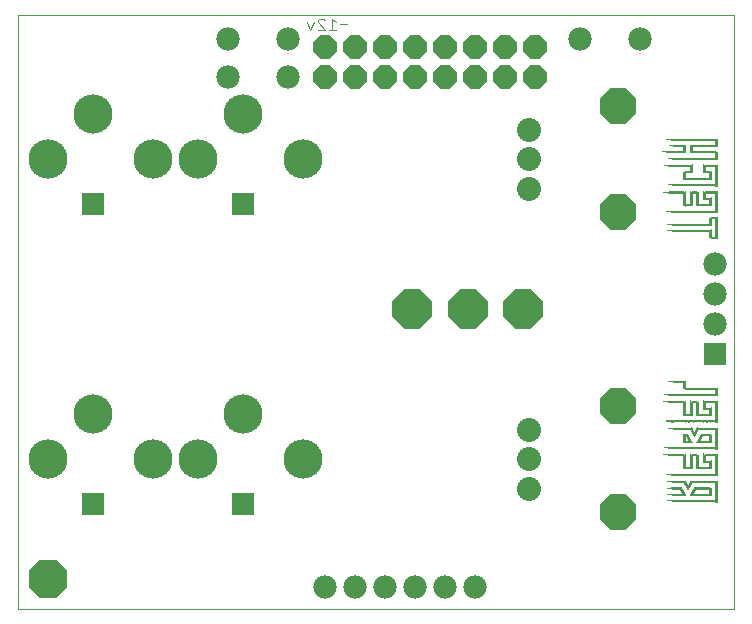
<source format=gbs>
G75*
G70*
%OFA0B0*%
%FSLAX24Y24*%
%IPPOS*%
%LPD*%
%AMOC8*
5,1,8,0,0,1.08239X$1,22.5*
%
%ADD10C,0.0000*%
%ADD11C,0.0030*%
%ADD12C,0.0800*%
%ADD13OC8,0.1221*%
%ADD14OC8,0.1306*%
%ADD15C,0.0780*%
%ADD16OC8,0.0780*%
%ADD17OC8,0.1280*%
%ADD18R,0.0749X0.0749*%
%ADD19C,0.1306*%
%ADD20R,0.0780X0.0780*%
%ADD21R,0.0002X0.0002*%
%ADD22R,0.0002X0.0002*%
%ADD23R,0.0002X0.0002*%
%ADD24R,0.0002X0.0005*%
%ADD25R,0.0002X0.0005*%
%ADD26R,0.0002X0.0005*%
%ADD27R,0.0002X0.0005*%
%ADD28R,0.0002X0.0005*%
%ADD29R,0.0002X0.0007*%
%ADD30R,0.0002X0.0007*%
%ADD31R,0.0002X0.0005*%
%ADD32R,0.0002X0.0002*%
%ADD33R,0.0002X0.0005*%
%ADD34R,0.0002X0.0007*%
%ADD35R,0.0002X0.0009*%
%ADD36R,0.0002X0.0007*%
%ADD37R,0.0002X0.0009*%
%ADD38R,0.0002X0.0009*%
%ADD39R,0.0002X0.0011*%
%ADD40R,0.0002X0.0011*%
%ADD41R,0.0002X0.0009*%
%ADD42R,0.0002X0.0014*%
%ADD43R,0.0002X0.0009*%
%ADD44R,0.0002X0.0011*%
%ADD45R,0.0002X0.0014*%
%ADD46R,0.0002X0.0014*%
%ADD47R,0.0002X0.0011*%
%ADD48R,0.0002X0.0016*%
%ADD49R,0.0002X0.0016*%
%ADD50R,0.0002X0.0011*%
%ADD51R,0.0002X0.0018*%
%ADD52R,0.0002X0.0018*%
%ADD53R,0.0002X0.0018*%
%ADD54R,0.0002X0.0018*%
%ADD55R,0.0002X0.0021*%
%ADD56R,0.0002X0.0023*%
%ADD57R,0.0002X0.0021*%
%ADD58R,0.0002X0.0023*%
%ADD59R,0.0002X0.0023*%
%ADD60R,0.0002X0.0018*%
%ADD61R,0.0002X0.0021*%
%ADD62R,0.0002X0.0021*%
%ADD63R,0.0002X0.0025*%
%ADD64R,0.0002X0.0021*%
%ADD65R,0.0002X0.0025*%
%ADD66R,0.0002X0.0021*%
%ADD67R,0.0002X0.0021*%
%ADD68R,0.0002X0.0028*%
%ADD69R,0.0002X0.0028*%
%ADD70R,0.0002X0.0025*%
%ADD71R,0.0002X0.0028*%
%ADD72R,0.0002X0.0028*%
%ADD73R,0.0002X0.0025*%
%ADD74R,0.0002X0.0030*%
%ADD75R,0.0002X0.0025*%
%ADD76R,0.0002X0.0002*%
%ADD77R,0.0002X0.0009*%
%ADD78R,0.0002X0.0030*%
%ADD79R,0.0002X0.0028*%
%ADD80R,0.0002X0.0032*%
%ADD81R,0.0002X0.0032*%
%ADD82R,0.0002X0.0030*%
%ADD83R,0.0002X0.0002*%
%ADD84R,0.0002X0.0032*%
%ADD85R,0.0002X0.0034*%
%ADD86R,0.0002X0.0034*%
%ADD87R,0.0002X0.0034*%
%ADD88R,0.0002X0.0037*%
%ADD89R,0.0002X0.0037*%
%ADD90R,0.0002X0.0037*%
%ADD91R,0.0002X0.0034*%
%ADD92R,0.0002X0.0037*%
%ADD93R,0.0002X0.0041*%
%ADD94R,0.0002X0.0039*%
%ADD95R,0.0002X0.0039*%
%ADD96R,0.0002X0.0014*%
%ADD97R,0.0002X0.0041*%
%ADD98R,0.0002X0.0041*%
%ADD99R,0.0002X0.0014*%
%ADD100R,0.0002X0.0011*%
%ADD101R,0.0002X0.0014*%
%ADD102R,0.0002X0.0018*%
%ADD103R,0.0002X0.0041*%
%ADD104R,0.0002X0.0039*%
%ADD105R,0.0002X0.0018*%
%ADD106R,0.0002X0.0041*%
%ADD107R,0.0002X0.0037*%
%ADD108R,0.0002X0.0041*%
%ADD109R,0.0002X0.0044*%
%ADD110R,0.0002X0.0044*%
%ADD111R,0.0002X0.0044*%
%ADD112R,0.0002X0.0046*%
%ADD113R,0.0002X0.0046*%
%ADD114R,0.0002X0.0048*%
%ADD115R,0.0002X0.0048*%
%ADD116R,0.0002X0.0050*%
%ADD117R,0.0002X0.0048*%
%ADD118R,0.0002X0.0050*%
%ADD119R,0.0002X0.0051*%
%ADD120R,0.0002X0.0051*%
%ADD121R,0.0002X0.0053*%
%ADD122R,0.0002X0.0053*%
%ADD123R,0.0002X0.0055*%
%ADD124R,0.0002X0.0055*%
%ADD125R,0.0002X0.0055*%
%ADD126R,0.0002X0.0055*%
%ADD127R,0.0002X0.0057*%
%ADD128R,0.0002X0.0057*%
%ADD129R,0.0002X0.0057*%
%ADD130R,0.0002X0.0030*%
%ADD131R,0.0002X0.0057*%
%ADD132R,0.0002X0.0030*%
%ADD133R,0.0002X0.0032*%
%ADD134R,0.0002X0.0060*%
%ADD135R,0.0002X0.0060*%
%ADD136R,0.0002X0.0032*%
%ADD137R,0.0002X0.0039*%
%ADD138R,0.0002X0.0060*%
%ADD139R,0.0002X0.0057*%
%ADD140R,0.0002X0.0062*%
%ADD141R,0.0002X0.0057*%
%ADD142R,0.0002X0.0062*%
%ADD143R,0.0002X0.0032*%
%ADD144R,0.0002X0.0062*%
%ADD145R,0.0002X0.0062*%
%ADD146R,0.0002X0.0062*%
%ADD147R,0.0002X0.0060*%
%ADD148R,0.0002X0.0044*%
%ADD149R,0.0002X0.0060*%
%ADD150R,0.0002X0.0064*%
%ADD151R,0.0002X0.0064*%
%ADD152R,0.0002X0.0064*%
%ADD153R,0.0002X0.0064*%
%ADD154R,0.0002X0.0067*%
%ADD155R,0.0002X0.0044*%
%ADD156R,0.0002X0.0067*%
%ADD157R,0.0002X0.0062*%
%ADD158R,0.0002X0.0034*%
%ADD159R,0.0002X0.0044*%
%ADD160R,0.0002X0.0067*%
%ADD161R,0.0002X0.0032*%
%ADD162R,0.0002X0.0067*%
%ADD163R,0.0002X0.0067*%
%ADD164R,0.0002X0.0067*%
%ADD165R,0.0002X0.0048*%
%ADD166R,0.0002X0.0069*%
%ADD167R,0.0002X0.0039*%
%ADD168R,0.0002X0.0069*%
%ADD169R,0.0002X0.0048*%
%ADD170R,0.0002X0.0046*%
%ADD171R,0.0002X0.0053*%
%ADD172R,0.0002X0.0067*%
%ADD173R,0.0002X0.0069*%
%ADD174R,0.0002X0.0044*%
%ADD175R,0.0002X0.0067*%
%ADD176R,0.0002X0.0071*%
%ADD177R,0.0002X0.0071*%
%ADD178R,0.0002X0.0071*%
%ADD179R,0.0002X0.0053*%
%ADD180R,0.0002X0.0053*%
%ADD181R,0.0002X0.0071*%
%ADD182R,0.0002X0.0071*%
%ADD183R,0.0002X0.0069*%
%ADD184R,0.0002X0.0073*%
%ADD185R,0.0002X0.0073*%
%ADD186R,0.0002X0.0080*%
%ADD187R,0.0002X0.0083*%
%ADD188R,0.0002X0.0087*%
%ADD189R,0.0002X0.0092*%
%ADD190R,0.0002X0.0094*%
%ADD191R,0.0002X0.0103*%
%ADD192R,0.0002X0.0106*%
%ADD193R,0.0002X0.0110*%
%ADD194R,0.0002X0.0112*%
%ADD195R,0.0002X0.0117*%
%ADD196R,0.0002X0.0122*%
%ADD197R,0.0002X0.0129*%
%ADD198R,0.0002X0.0133*%
%ADD199R,0.0002X0.0135*%
%ADD200R,0.0002X0.0140*%
%ADD201R,0.0002X0.0145*%
%ADD202R,0.0002X0.0149*%
%ADD203R,0.0002X0.0145*%
%ADD204R,0.0002X0.0147*%
%ADD205R,0.0002X0.0147*%
%ADD206R,0.0002X0.0147*%
%ADD207R,0.0002X0.0216*%
%ADD208R,0.0002X0.0213*%
%ADD209R,0.0002X0.0211*%
%ADD210R,0.0002X0.0202*%
%ADD211R,0.0002X0.0200*%
%ADD212R,0.0002X0.0197*%
%ADD213R,0.0002X0.0191*%
%ADD214R,0.0002X0.0186*%
%ADD215R,0.0002X0.0181*%
%ADD216R,0.0002X0.0177*%
%ADD217R,0.0002X0.0174*%
%ADD218R,0.0002X0.0168*%
%ADD219R,0.0002X0.0163*%
%ADD220R,0.0002X0.0161*%
%ADD221R,0.0002X0.0158*%
%ADD222R,0.0002X0.0151*%
%ADD223R,0.0002X0.0142*%
%ADD224R,0.0002X0.0133*%
%ADD225R,0.0002X0.0126*%
%ADD226R,0.0002X0.0494*%
%ADD227R,0.0002X0.0493*%
%ADD228R,0.0002X0.0280*%
%ADD229R,0.0002X0.0494*%
%ADD230R,0.0002X0.0280*%
%ADD231R,0.0002X0.0493*%
%ADD232R,0.0002X0.0282*%
%ADD233R,0.0002X0.0115*%
%ADD234R,0.0002X0.0280*%
%ADD235R,0.0002X0.0496*%
%ADD236R,0.0002X0.0282*%
%ADD237R,0.0002X0.0496*%
%ADD238R,0.0002X0.0280*%
%ADD239R,0.0002X0.0282*%
%ADD240R,0.0002X0.0285*%
%ADD241R,0.0002X0.0099*%
%ADD242R,0.0002X0.0094*%
%ADD243R,0.0002X0.0076*%
%ADD244R,0.0002X0.0090*%
%ADD245R,0.0002X0.0083*%
%ADD246R,0.0002X0.0282*%
%ADD247R,0.0002X0.0087*%
%ADD248R,0.0002X0.0080*%
%ADD249R,0.0002X0.0090*%
%ADD250R,0.0002X0.0496*%
%ADD251R,0.0002X0.0076*%
%ADD252R,0.0002X0.0092*%
%ADD253R,0.0002X0.0096*%
%ADD254R,0.0002X0.0101*%
%ADD255R,0.0002X0.0285*%
%ADD256R,0.0002X0.0498*%
%ADD257R,0.0002X0.0110*%
%ADD258R,0.0002X0.0115*%
%ADD259R,0.0002X0.0119*%
%ADD260R,0.0002X0.0124*%
%ADD261R,0.0002X0.0496*%
%ADD262R,0.0002X0.0133*%
%ADD263R,0.0002X0.0135*%
%ADD264R,0.0002X0.0140*%
%ADD265R,0.0002X0.0145*%
%ADD266R,0.0002X0.0147*%
%ADD267R,0.0002X0.0147*%
%ADD268R,0.0002X0.0076*%
%ADD269R,0.0002X0.0083*%
%ADD270R,0.0002X0.0085*%
%ADD271R,0.0002X0.0094*%
%ADD272R,0.0002X0.0101*%
%ADD273R,0.0002X0.0103*%
%ADD274R,0.0002X0.0112*%
%ADD275R,0.0002X0.0117*%
%ADD276R,0.0002X0.0124*%
%ADD277R,0.0002X0.0131*%
%ADD278R,0.0002X0.0135*%
%ADD279R,0.0002X0.0142*%
%ADD280R,0.0002X0.0151*%
%ADD281R,0.0002X0.0154*%
%ADD282R,0.0002X0.0151*%
%ADD283R,0.0002X0.0154*%
%ADD284R,0.0002X0.0223*%
%ADD285R,0.0002X0.0211*%
%ADD286R,0.0002X0.0207*%
%ADD287R,0.0002X0.0202*%
%ADD288R,0.0002X0.0197*%
%ADD289R,0.0002X0.0149*%
%ADD290R,0.0002X0.0188*%
%ADD291R,0.0002X0.0184*%
%ADD292R,0.0002X0.0179*%
%ADD293R,0.0002X0.0174*%
%ADD294R,0.0002X0.0170*%
%ADD295R,0.0002X0.0168*%
%ADD296R,0.0002X0.0158*%
%ADD297R,0.0002X0.0156*%
%ADD298R,0.0002X0.0140*%
%ADD299R,0.0002X0.0138*%
%ADD300R,0.0002X0.0016*%
%ADD301R,0.0002X0.0126*%
%ADD302R,0.0002X0.0119*%
%ADD303R,0.0002X0.0149*%
%ADD304R,0.0002X0.0110*%
%ADD305R,0.0002X0.0108*%
%ADD306R,0.0002X0.0096*%
%ADD307R,0.0002X0.0073*%
%ADD308R,0.0002X0.0140*%
%ADD309R,0.0002X0.0087*%
%ADD310R,0.0002X0.0085*%
%ADD311R,0.0002X0.0131*%
%ADD312R,0.0002X0.0080*%
%ADD313R,0.0002X0.0089*%
%ADD314R,0.0002X0.0126*%
%ADD315R,0.0002X0.0122*%
%ADD316R,0.0002X0.0099*%
%ADD317R,0.0002X0.0119*%
%ADD318R,0.0002X0.0110*%
%ADD319R,0.0002X0.0103*%
%ADD320R,0.0002X0.0094*%
%ADD321R,0.0002X0.0078*%
%ADD322R,0.0002X0.0129*%
%ADD323R,0.0002X0.0133*%
%ADD324R,0.0002X0.0080*%
%ADD325R,0.0002X0.0138*%
%ADD326R,0.0002X0.0142*%
%ADD327R,0.0002X0.0096*%
%ADD328R,0.0002X0.0112*%
%ADD329R,0.0002X0.0163*%
%ADD330R,0.0002X0.0168*%
%ADD331R,0.0002X0.0179*%
%ADD332R,0.0002X0.0193*%
%ADD333R,0.0002X0.0193*%
%ADD334R,0.0002X0.0202*%
%ADD335R,0.0002X0.0209*%
%ADD336R,0.0002X0.0213*%
%ADD337R,0.0002X0.0216*%
%ADD338R,0.0002X0.0220*%
%ADD339R,0.0002X0.0145*%
%ADD340R,0.0002X0.0151*%
%ADD341R,0.0002X0.0142*%
%ADD342R,0.0002X0.0108*%
%ADD343R,0.0002X0.0149*%
%ADD344R,0.0002X0.0103*%
%ADD345R,0.0002X0.0149*%
%ADD346R,0.0002X0.0071*%
%ADD347R,0.0002X0.0498*%
%ADD348R,0.0002X0.0106*%
%ADD349R,0.0002X0.0163*%
%ADD350R,0.0002X0.0172*%
%ADD351R,0.0002X0.0177*%
%ADD352R,0.0002X0.0195*%
%ADD353R,0.0002X0.0200*%
%ADD354R,0.0002X0.0209*%
%ADD355R,0.0002X0.0218*%
%ADD356R,0.0002X0.0154*%
%ADD357R,0.0002X0.0106*%
%ADD358R,0.0002X0.0089*%
%ADD359R,0.0002X0.0076*%
%ADD360R,0.0002X0.0071*%
%ADD361R,0.0002X0.0071*%
%ADD362R,0.0002X0.0007*%
%ADD363R,0.0002X0.0007*%
%ADD364R,0.0002X0.0009*%
%ADD365R,0.0002X0.0073*%
%ADD366R,0.0002X0.0078*%
%ADD367R,0.0002X0.0280*%
%ADD368R,0.0002X0.0280*%
%ADD369R,0.0002X0.0285*%
%ADD370R,0.0002X0.0282*%
%ADD371R,0.0002X0.0282*%
%ADD372R,0.0002X0.0280*%
%ADD373R,0.0002X0.0280*%
%ADD374R,0.0002X0.0282*%
%ADD375R,0.0002X0.0282*%
%ADD376R,0.0002X0.0285*%
%ADD377R,0.0002X0.0028*%
%ADD378R,0.0002X0.0023*%
%ADD379R,0.0002X0.0028*%
%ADD380R,0.0002X0.0034*%
%ADD381R,0.0002X0.0034*%
%ADD382R,0.0002X0.0025*%
%ADD383R,0.0002X0.0021*%
%ADD384R,0.0002X0.0078*%
%ADD385R,0.0002X0.0094*%
%ADD386R,0.0002X0.0025*%
%ADD387R,0.0002X0.0073*%
%ADD388R,0.0002X0.0092*%
%ADD389R,0.0002X0.0076*%
%ADD390R,0.0002X0.0085*%
%ADD391R,0.0002X0.0083*%
%ADD392R,0.0002X0.0707*%
%ADD393R,0.0002X0.0707*%
%ADD394R,0.0002X0.0707*%
%ADD395R,0.0002X0.0709*%
%ADD396R,0.0002X0.0707*%
%ADD397R,0.0002X0.0709*%
%ADD398R,0.0002X0.0712*%
%ADD399R,0.0002X0.0014*%
%ADD400R,0.0002X0.0002*%
%ADD401R,0.0002X0.0018*%
%ADD402R,0.0002X0.0034*%
%ADD403R,0.0002X0.0053*%
%ADD404R,0.0002X0.0016*%
%ADD405R,0.0002X0.0028*%
%ADD406R,0.0002X0.0037*%
%ADD407R,0.0002X0.0064*%
%ADD408R,0.0002X0.0046*%
%ADD409R,0.0002X0.0039*%
%ADD410R,0.0002X0.0037*%
%ADD411R,0.0002X0.0060*%
%ADD412R,0.0002X0.0073*%
%ADD413R,0.0002X0.0285*%
%ADD414R,0.0002X0.0085*%
%ADD415R,0.0002X0.0197*%
%ADD416R,0.0002X0.0044*%
%ADD417R,0.0002X0.0090*%
%ADD418R,0.0002X0.0712*%
%ADD419R,0.0002X0.0709*%
D10*
X003791Y000319D02*
X027661Y000319D01*
X027661Y020119D01*
X003791Y020119D01*
X003791Y000319D01*
D11*
X013535Y019634D02*
X013411Y019881D01*
X013658Y019881D02*
X013535Y019634D01*
X013780Y019634D02*
X014026Y019634D01*
X013780Y019881D01*
X013780Y019942D01*
X013841Y020004D01*
X013965Y020004D01*
X014026Y019942D01*
X014271Y020004D02*
X014271Y019634D01*
X014148Y019634D02*
X014395Y019634D01*
X014516Y019819D02*
X014763Y019819D01*
X014395Y019881D02*
X014271Y020004D01*
D12*
X020839Y016303D03*
X020839Y015319D03*
X020839Y014334D03*
X020839Y006303D03*
X020839Y005319D03*
X020839Y004334D03*
D13*
X023791Y003547D03*
X023791Y007090D03*
X023791Y013547D03*
X023791Y017090D03*
D14*
X020641Y010319D03*
X018791Y010319D03*
X016941Y010319D03*
D15*
X012791Y018069D03*
X012791Y019319D03*
X010791Y019319D03*
X010791Y018069D03*
X022541Y019319D03*
X024541Y019319D03*
X027041Y011819D03*
X027041Y010819D03*
X027041Y009819D03*
X019041Y001069D03*
X018041Y001069D03*
X017041Y001069D03*
X016041Y001069D03*
X015041Y001069D03*
X014041Y001069D03*
D16*
X014041Y018069D03*
X015041Y018069D03*
X015041Y019069D03*
X014041Y019069D03*
X016041Y019069D03*
X017041Y019069D03*
X017041Y018069D03*
X016041Y018069D03*
X018041Y018069D03*
X018041Y019069D03*
X019041Y019069D03*
X020041Y019069D03*
X020041Y018069D03*
X019041Y018069D03*
X021041Y018069D03*
X021041Y019069D03*
D17*
X004791Y001319D03*
D18*
X006291Y003819D03*
X011291Y003819D03*
X011291Y013819D03*
X006291Y013819D03*
D19*
X004791Y015319D03*
X006291Y016819D03*
X008291Y015319D03*
X009791Y015319D03*
X011291Y016819D03*
X013291Y015319D03*
X011291Y006819D03*
X009791Y005319D03*
X008291Y005319D03*
X006291Y006819D03*
X004791Y005319D03*
X013291Y005319D03*
D20*
X027041Y008819D03*
D21*
X025356Y007458D03*
X025351Y007458D03*
X025340Y007213D03*
X025335Y007213D03*
X025443Y006572D03*
X025489Y006324D03*
X025493Y006324D03*
X025498Y006324D03*
X026281Y005868D03*
X025358Y005684D03*
X025356Y005686D03*
X025344Y005441D03*
X025340Y005441D03*
X025335Y005441D03*
X025475Y004552D03*
X025477Y004552D03*
X025482Y004552D03*
X025486Y004552D03*
X025482Y004339D03*
X025477Y004339D03*
X025475Y004339D03*
X025475Y004125D03*
X025475Y003914D03*
X025475Y012914D03*
X025482Y012914D03*
X025477Y013127D03*
X025436Y013565D03*
X025441Y013568D03*
X025443Y013568D03*
X025340Y014206D03*
X025335Y014206D03*
X025356Y015089D03*
X025358Y015089D03*
X025363Y015089D03*
X025367Y015089D03*
X025486Y015330D03*
X025282Y015542D03*
X025521Y015755D03*
X025523Y015755D03*
X025528Y015755D03*
X025530Y015755D03*
X025443Y015969D03*
X025441Y015969D03*
X025436Y015969D03*
X026430Y013749D03*
D22*
X025480Y013127D03*
X025473Y013127D03*
X025473Y012916D03*
X025346Y014206D03*
X025337Y014206D03*
X025353Y015089D03*
X025491Y015330D03*
X025291Y015542D03*
X025438Y015969D03*
X025445Y015969D03*
X026646Y015124D03*
X026646Y014851D03*
X025346Y007213D03*
X025337Y007213D03*
X025438Y006572D03*
X025484Y006324D03*
X025491Y006324D03*
X025496Y006324D03*
X025503Y006324D03*
X025337Y005441D03*
X025473Y004552D03*
X025473Y004339D03*
X025468Y004125D03*
X025480Y004125D03*
X026646Y006969D03*
D23*
X025342Y007213D03*
X025360Y005686D03*
X025342Y005441D03*
X025470Y004552D03*
X025470Y004125D03*
X025342Y014206D03*
D24*
X025344Y014207D03*
X025351Y014207D03*
X025356Y014207D03*
X025450Y013567D03*
X025454Y013567D03*
X025459Y013567D03*
X025475Y013128D03*
X025482Y013128D03*
X025486Y013128D03*
X025493Y013128D03*
X025489Y012915D03*
X025486Y012915D03*
X025477Y012915D03*
X026219Y013888D03*
X026219Y013895D03*
X026430Y013925D03*
X026430Y014108D03*
X026219Y014108D03*
X026219Y014115D03*
X026219Y014163D03*
X026285Y014905D03*
X026285Y015639D03*
X025356Y007214D03*
X025344Y007214D03*
X026219Y007108D03*
X026219Y007060D03*
X026219Y007053D03*
X026430Y007053D03*
X026430Y007115D03*
X026430Y006833D03*
X026430Y006784D03*
X026219Y006840D03*
X025509Y006325D03*
X025500Y006325D03*
X025379Y005685D03*
X025374Y005685D03*
X025367Y005685D03*
X025363Y005685D03*
X026219Y005453D03*
X026219Y005446D03*
X026219Y005416D03*
X026219Y005410D03*
X026219Y005325D03*
X026219Y005318D03*
X026219Y005233D03*
X026219Y005226D03*
X026219Y005125D03*
X026430Y005132D03*
D25*
X026646Y005260D03*
X026646Y005276D03*
X026646Y005313D03*
X026646Y005380D03*
X026646Y005442D03*
X026646Y005474D03*
X025457Y004801D03*
X025452Y004801D03*
X025445Y004801D03*
X025438Y004801D03*
X025480Y004553D03*
X025484Y004553D03*
X025484Y004340D03*
X025480Y004340D03*
X025484Y004127D03*
X025491Y004127D03*
X025491Y003913D03*
X025484Y003913D03*
X025346Y005442D03*
X025445Y006573D03*
X025452Y006573D03*
X025457Y006573D03*
X025369Y007457D03*
X025365Y007457D03*
X025519Y007884D03*
X026646Y007204D03*
X026646Y007186D03*
X026646Y007170D03*
X026646Y007143D03*
X026646Y007094D03*
X026646Y007058D03*
X026646Y006996D03*
X026646Y014014D03*
X026646Y014042D03*
X026646Y014058D03*
X026646Y014076D03*
X026646Y014152D03*
X026646Y014168D03*
X026646Y014205D03*
X026646Y014884D03*
X026646Y014932D03*
X026646Y014960D03*
X026646Y014976D03*
X026646Y014994D03*
X026646Y015070D03*
X026646Y015097D03*
X025507Y015329D03*
X025503Y015329D03*
X025365Y015091D03*
X025303Y015543D03*
X025532Y015756D03*
X025537Y015756D03*
X025544Y015756D03*
X025452Y015970D03*
X025491Y014450D03*
X025503Y014450D03*
X025507Y014450D03*
X025514Y014450D03*
D26*
X025298Y015543D03*
X026926Y013915D03*
X025526Y007884D03*
X025447Y006573D03*
X025349Y005442D03*
X025447Y004801D03*
X026857Y004296D03*
X026857Y004241D03*
X026926Y007032D03*
D27*
X026857Y006059D03*
X026857Y006004D03*
X025349Y007214D03*
X026857Y004168D03*
X026926Y014797D03*
D28*
X026285Y014856D03*
X026285Y015052D03*
X026285Y015123D03*
X025509Y015329D03*
X025505Y015329D03*
X025500Y015329D03*
X025498Y015329D03*
X025379Y015091D03*
X025310Y015543D03*
X025301Y015543D03*
X025294Y015543D03*
X025289Y015543D03*
X025535Y015756D03*
X025539Y015756D03*
X025542Y015756D03*
X025459Y015970D03*
X025450Y015970D03*
X025493Y014450D03*
X025498Y014450D03*
X025500Y014450D03*
X025505Y014450D03*
X025509Y014450D03*
X026219Y014228D03*
X026219Y014143D03*
X026219Y014136D03*
X026219Y014051D03*
X026219Y014044D03*
X026219Y014014D03*
X026219Y014007D03*
X026219Y013943D03*
X026219Y013922D03*
X026219Y013915D03*
X026219Y013830D03*
X026430Y013851D03*
X026430Y013778D03*
X026430Y013998D03*
X026430Y014060D03*
X025523Y007884D03*
X025516Y007884D03*
X025374Y007457D03*
X025372Y007457D03*
X025367Y007457D03*
X026219Y007216D03*
X026219Y007209D03*
X026219Y007179D03*
X026219Y007172D03*
X026219Y007087D03*
X026219Y007081D03*
X026219Y006996D03*
X026219Y006989D03*
X026219Y006959D03*
X026219Y006952D03*
X026219Y006888D03*
X026219Y006867D03*
X026219Y006860D03*
X026430Y006895D03*
X026430Y006975D03*
X025466Y006573D03*
X025461Y006573D03*
X025459Y006573D03*
X025454Y006573D03*
X025356Y005442D03*
X025351Y005442D03*
X025450Y004801D03*
X025454Y004801D03*
X025459Y004801D03*
X025489Y004553D03*
X025489Y004340D03*
X025486Y004340D03*
X025493Y004340D03*
X025493Y004127D03*
X025489Y004127D03*
X025486Y004127D03*
X025482Y004127D03*
X025498Y004127D03*
X025493Y003913D03*
X025489Y003913D03*
X025486Y003913D03*
X025482Y003913D03*
X025477Y003913D03*
X026219Y005070D03*
X026219Y005077D03*
X026219Y005097D03*
X026219Y005104D03*
X026219Y005189D03*
X026219Y005196D03*
X026219Y005290D03*
X026219Y005297D03*
X026219Y005345D03*
X026430Y005352D03*
X026430Y005290D03*
X026430Y005212D03*
X026430Y005070D03*
D29*
X026430Y005048D03*
X026430Y005039D03*
X026430Y005030D03*
X026430Y005140D03*
X026430Y005149D03*
X026430Y005158D03*
X026430Y005250D03*
X026430Y005259D03*
X026430Y005268D03*
X026430Y005360D03*
X026430Y005369D03*
X026430Y005379D03*
X026219Y005388D03*
X026219Y005425D03*
X026072Y005381D03*
X026072Y005372D03*
X026072Y005262D03*
X026072Y005252D03*
X026219Y005204D03*
X026219Y005167D03*
X025466Y004802D03*
X025461Y004800D03*
X025493Y004552D03*
X025498Y004552D03*
X025500Y004552D03*
X025505Y004552D03*
X025500Y004339D03*
X025500Y003914D03*
X025498Y003912D03*
X026067Y004096D03*
X025372Y005441D03*
X025367Y005441D03*
X025363Y005441D03*
X025358Y005441D03*
X026005Y006047D03*
X026005Y006056D03*
X026005Y006102D03*
X026005Y006111D03*
X025523Y006324D03*
X025516Y006324D03*
X025512Y006324D03*
X025505Y006324D03*
X026219Y006930D03*
X026219Y006967D03*
X026072Y007024D03*
X026072Y007034D03*
X026072Y007125D03*
X026072Y007134D03*
X026072Y007144D03*
X026219Y007151D03*
X026219Y007187D03*
X026430Y007141D03*
X026430Y007132D03*
X026430Y007123D03*
X026430Y007031D03*
X026430Y007022D03*
X026430Y007013D03*
X026430Y006921D03*
X026430Y006912D03*
X026430Y006903D03*
X026430Y006811D03*
X026430Y006802D03*
X026430Y006792D03*
X026072Y007786D03*
X026072Y007805D03*
X026072Y007814D03*
X026072Y007823D03*
X026072Y007832D03*
X025539Y007883D03*
X025535Y007883D03*
X025528Y007883D03*
X025379Y007458D03*
X025367Y007213D03*
X025363Y007213D03*
X025358Y007213D03*
X025351Y007213D03*
X025493Y012914D03*
X025498Y012916D03*
X025500Y012914D03*
X025498Y013127D03*
X025489Y013127D03*
X025466Y013568D03*
X025363Y014206D03*
X025358Y014206D03*
X025516Y014449D03*
X026072Y014768D03*
X026072Y014777D03*
X026072Y014786D03*
X026072Y014796D03*
X026072Y014814D03*
X026072Y014823D03*
X026285Y014848D03*
X026285Y014878D03*
X026285Y014887D03*
X026285Y014913D03*
X026285Y014922D03*
X026285Y014931D03*
X026285Y014940D03*
X026285Y014949D03*
X026285Y014959D03*
X026285Y014968D03*
X026285Y014998D03*
X026285Y015007D03*
X026285Y015016D03*
X026285Y015025D03*
X026285Y015044D03*
X026285Y015060D03*
X026285Y015069D03*
X026285Y015078D03*
X026285Y015087D03*
X026285Y015096D03*
X026285Y015106D03*
X026285Y015115D03*
X026285Y015590D03*
X026285Y015613D03*
X026285Y015622D03*
X026285Y015647D03*
X026285Y015656D03*
X026285Y015666D03*
X026285Y015675D03*
X026285Y015684D03*
X026285Y015693D03*
X026285Y015702D03*
X026005Y015691D03*
X026005Y015645D03*
X026005Y015592D03*
X025551Y015755D03*
X025546Y015755D03*
X025466Y015969D03*
X025461Y015969D03*
X025454Y015969D03*
X025314Y015542D03*
X025372Y015089D03*
X025374Y015089D03*
X025385Y015089D03*
X026072Y014125D03*
X026072Y014107D03*
X026072Y014015D03*
X026072Y014006D03*
X026072Y013997D03*
X026219Y013985D03*
X026219Y014022D03*
X026219Y014206D03*
X026430Y014086D03*
X026430Y014077D03*
X026430Y014068D03*
X026430Y013756D03*
D30*
X026646Y013965D03*
X026646Y013985D03*
X026646Y013995D03*
X026646Y014022D03*
X026646Y014050D03*
X026646Y014096D03*
X026646Y014105D03*
X026646Y014132D03*
X026646Y014160D03*
X026646Y014238D03*
X026646Y014858D03*
X026646Y014904D03*
X026646Y014913D03*
X026646Y014940D03*
X026646Y014968D03*
X026646Y015014D03*
X026646Y015023D03*
X026646Y015050D03*
X026646Y015078D03*
X026646Y015106D03*
X025519Y015330D03*
X025514Y015330D03*
X025381Y015089D03*
X025376Y015089D03*
X025369Y015089D03*
X025519Y014451D03*
X025369Y014206D03*
X025365Y014206D03*
X025353Y014206D03*
X025464Y013568D03*
X025496Y013127D03*
X025503Y013127D03*
X025555Y015755D03*
X025473Y015969D03*
X025464Y015969D03*
X025457Y015969D03*
X025532Y007883D03*
X025381Y007456D03*
X025369Y007213D03*
X025365Y007213D03*
X025507Y006324D03*
X025514Y006324D03*
X025519Y006324D03*
X025376Y005686D03*
X025353Y005441D03*
X025464Y004802D03*
X025491Y004552D03*
X025496Y004552D03*
X025496Y004339D03*
X025491Y004339D03*
X025503Y004339D03*
X025503Y004125D03*
X025496Y004125D03*
X026226Y004098D03*
X026646Y005204D03*
X026646Y005213D03*
X026646Y005241D03*
X026646Y005268D03*
X026646Y005351D03*
X026646Y005360D03*
X026646Y005388D03*
X026646Y005415D03*
X026646Y006976D03*
X026646Y007004D03*
X026646Y007031D03*
X026646Y007114D03*
X026646Y007123D03*
X026646Y007151D03*
X026646Y007178D03*
D31*
X026646Y007223D03*
X026646Y007076D03*
X026646Y007039D03*
X026646Y007023D03*
X026437Y005866D03*
X026278Y005869D03*
X026646Y005423D03*
X026646Y005407D03*
X026646Y005332D03*
X026646Y005295D03*
X026646Y005233D03*
X025369Y005685D03*
X025365Y005685D03*
X025353Y005685D03*
X025353Y007214D03*
X025480Y012915D03*
X025484Y012915D03*
X025491Y012915D03*
X025496Y012915D03*
X025491Y013128D03*
X025484Y013128D03*
X025457Y013567D03*
X025452Y013567D03*
X025445Y013567D03*
X026646Y014124D03*
X026646Y014186D03*
X026646Y014866D03*
X026646Y015042D03*
D32*
X025493Y015328D03*
X025489Y015328D03*
X025287Y015544D03*
X025505Y007883D03*
X025509Y007883D03*
X025512Y007883D03*
X025521Y007883D03*
X025363Y007456D03*
X025358Y007456D03*
X025441Y006574D03*
X025450Y006574D03*
X025443Y004800D03*
X025477Y004128D03*
X026223Y004096D03*
D33*
X025360Y005442D03*
X025360Y007457D03*
X025360Y015091D03*
X025305Y015543D03*
X025296Y015543D03*
D34*
X025360Y014206D03*
X027070Y014160D03*
X027070Y014105D03*
X027070Y013719D03*
X027070Y013664D03*
X027070Y013609D03*
X027070Y013278D03*
X027070Y013223D03*
X027070Y012838D03*
X027070Y012783D03*
X027070Y014545D03*
X027070Y014601D03*
X027070Y014986D03*
X027070Y015041D03*
X027070Y015372D03*
X027070Y015427D03*
X027070Y015482D03*
X027070Y015868D03*
X027070Y015923D03*
X027070Y007160D03*
X027070Y007105D03*
X027070Y007050D03*
X027070Y006994D03*
X027070Y006939D03*
X027070Y006884D03*
X027070Y006829D03*
X027070Y006278D03*
X027070Y006223D03*
X027070Y006168D03*
X027070Y006113D03*
X027070Y006058D03*
X027070Y006003D03*
X027070Y005948D03*
X027070Y005397D03*
X027070Y005342D03*
X027070Y005287D03*
X027070Y005232D03*
X027070Y005177D03*
X027070Y005122D03*
X027070Y005066D03*
X027070Y004461D03*
X027070Y004405D03*
X027070Y004350D03*
X027070Y004295D03*
X027070Y004240D03*
X027070Y004185D03*
X025360Y007213D03*
D35*
X025376Y007457D03*
X025395Y007457D03*
X025537Y007884D03*
X025544Y007884D03*
X025548Y007884D03*
X025555Y007884D03*
X026646Y007244D03*
X026646Y007232D03*
X026646Y007195D03*
X026646Y007133D03*
X026646Y007104D03*
X026646Y007085D03*
X026646Y007067D03*
X026646Y007048D03*
X026646Y007014D03*
X026646Y006986D03*
X025473Y006573D03*
X025468Y006573D03*
X025464Y006573D03*
X025381Y005685D03*
X025381Y005442D03*
X025369Y005442D03*
X025365Y005442D03*
X025468Y004801D03*
X025473Y004801D03*
X025480Y004801D03*
X025503Y004553D03*
X025507Y004553D03*
X025514Y004553D03*
X025514Y004340D03*
X025519Y004340D03*
X025507Y004340D03*
X025507Y004127D03*
X025514Y004127D03*
X025514Y003913D03*
X025507Y003913D03*
X025503Y003913D03*
X025496Y003913D03*
X026065Y004099D03*
X026646Y005224D03*
X026646Y005251D03*
X026646Y005304D03*
X026646Y005322D03*
X026646Y005341D03*
X026646Y005398D03*
X026646Y005433D03*
X026646Y005451D03*
X025514Y013128D03*
X025507Y013128D03*
X025480Y013567D03*
X025473Y013567D03*
X025468Y013567D03*
X025537Y014450D03*
X025532Y015329D03*
X025326Y015543D03*
X025312Y015543D03*
X025307Y015543D03*
X025548Y015756D03*
X025560Y015756D03*
X025567Y015756D03*
X025468Y015970D03*
X026646Y015116D03*
X026646Y015061D03*
X026646Y015033D03*
X026646Y014985D03*
X026646Y014923D03*
X026646Y014893D03*
X026646Y014875D03*
X026646Y014214D03*
X026646Y014195D03*
X026646Y014143D03*
X026646Y014115D03*
X026646Y014067D03*
X026646Y014005D03*
X026646Y013975D03*
D36*
X026072Y014116D03*
X025461Y013565D03*
X026072Y014805D03*
X026285Y014897D03*
X026285Y014988D03*
X026285Y015034D03*
X026285Y015631D03*
X026005Y015700D03*
X026072Y007841D03*
X026072Y007796D03*
X026072Y007015D03*
X026219Y006832D03*
X025372Y005684D03*
X026072Y005363D03*
X026072Y005271D03*
D37*
X026005Y006036D03*
X025372Y007214D03*
X025505Y012915D03*
X025509Y012915D03*
X025512Y012915D03*
X025521Y012915D03*
D38*
X025516Y013128D03*
X025509Y013128D03*
X025505Y013128D03*
X025500Y013128D03*
X025482Y013567D03*
X025477Y013567D03*
X025475Y013567D03*
X025379Y014207D03*
X025374Y014207D03*
X025372Y014207D03*
X025367Y014207D03*
X025512Y014450D03*
X025521Y014450D03*
X025523Y014450D03*
X025528Y014450D03*
X025530Y014450D03*
X025397Y015091D03*
X025392Y015091D03*
X025390Y015091D03*
X025383Y015091D03*
X025512Y015329D03*
X025516Y015329D03*
X025521Y015329D03*
X025523Y015329D03*
X025528Y015329D03*
X025333Y015543D03*
X025324Y015543D03*
X025321Y015543D03*
X025317Y015543D03*
X025553Y015756D03*
X025558Y015756D03*
X025562Y015756D03*
X025565Y015756D03*
X025482Y015970D03*
X025475Y015970D03*
X026005Y015680D03*
X026285Y014978D03*
X026219Y014237D03*
X026430Y013989D03*
X026430Y013915D03*
X026430Y013842D03*
X025551Y007884D03*
X025542Y007884D03*
X025530Y007884D03*
X025397Y007457D03*
X025392Y007457D03*
X025390Y007457D03*
X025385Y007457D03*
X025383Y007457D03*
X026219Y007244D03*
X025486Y006573D03*
X025482Y006573D03*
X025477Y006573D03*
X025475Y006573D03*
X025521Y006325D03*
X025530Y006325D03*
X026005Y006091D03*
X026005Y005999D03*
X026005Y005963D03*
X026005Y005926D03*
X026439Y005871D03*
X025397Y005685D03*
X025392Y005685D03*
X025390Y005685D03*
X025385Y005685D03*
X025383Y005685D03*
X025374Y005442D03*
X025475Y004801D03*
X025477Y004801D03*
X025482Y004801D03*
X025512Y004553D03*
X025509Y004340D03*
X025505Y004340D03*
X025498Y004340D03*
X025500Y004127D03*
X025505Y004127D03*
X025509Y004127D03*
X025512Y004127D03*
X025516Y004127D03*
X025516Y003913D03*
X025512Y003913D03*
X025509Y003913D03*
X025505Y003913D03*
D39*
X025512Y004339D03*
X025516Y004339D03*
X025521Y004339D03*
X025523Y004339D03*
X025521Y004552D03*
X025516Y004552D03*
X025509Y004552D03*
X025489Y004803D03*
X026219Y005087D03*
X026219Y005179D03*
X026219Y005216D03*
X026219Y005280D03*
X026219Y005307D03*
X026219Y005399D03*
X026430Y005301D03*
X026430Y005280D03*
X026430Y005186D03*
X026430Y005094D03*
X026430Y005080D03*
X026430Y005002D03*
X026430Y004988D03*
X025390Y005441D03*
X025385Y005441D03*
X025383Y005441D03*
X025379Y005441D03*
X026219Y006877D03*
X026219Y006978D03*
X026219Y007070D03*
X026219Y007098D03*
X026219Y007162D03*
X026219Y007199D03*
X026430Y007169D03*
X026430Y007091D03*
X026430Y007077D03*
X026430Y006985D03*
X026430Y006884D03*
X026430Y006871D03*
X026430Y006822D03*
X026072Y007045D03*
X025385Y007213D03*
X025383Y007213D03*
X025379Y007213D03*
X025374Y007213D03*
X025402Y007458D03*
X025516Y012914D03*
X026219Y013878D03*
X026219Y013933D03*
X026219Y014034D03*
X026219Y014125D03*
X026219Y014153D03*
X026219Y014217D03*
X026430Y014146D03*
X026430Y014132D03*
X026430Y014008D03*
X026430Y013962D03*
X026430Y013949D03*
X026430Y013903D03*
X026430Y013802D03*
X026430Y013788D03*
X025539Y014451D03*
X025408Y015089D03*
X025404Y015089D03*
X025402Y015089D03*
X025569Y015755D03*
X025489Y015969D03*
X025486Y015969D03*
X025477Y015969D03*
X026285Y015714D03*
X026285Y015601D03*
X026285Y014867D03*
D40*
X025532Y014451D03*
X025399Y015089D03*
X025395Y015089D03*
X025571Y015755D03*
X025578Y015755D03*
X025491Y015969D03*
X025484Y015969D03*
X025480Y015969D03*
X025519Y012916D03*
X025399Y007458D03*
X025376Y005441D03*
X025484Y004803D03*
X025519Y004552D03*
X026646Y005464D03*
D41*
X026646Y005371D03*
X026646Y005286D03*
X026646Y007161D03*
X026646Y007214D03*
X025381Y007214D03*
X025376Y007214D03*
X025503Y012915D03*
X025507Y012915D03*
X025514Y012915D03*
X026646Y014032D03*
X026646Y014085D03*
X026646Y014177D03*
X026646Y014951D03*
X026646Y015003D03*
X026646Y015088D03*
D42*
X025526Y012915D03*
X025388Y005442D03*
X025526Y004340D03*
D43*
X026857Y004195D03*
X025388Y005685D03*
X025526Y006325D03*
X025388Y007457D03*
X026857Y006068D03*
X026857Y006032D03*
X026857Y005958D03*
X025526Y014450D03*
X025388Y015091D03*
X025526Y015329D03*
X025319Y015543D03*
D44*
X025388Y007213D03*
X025526Y004552D03*
D45*
X025528Y004553D03*
X025530Y004553D03*
X025535Y004553D03*
X025539Y004553D03*
X025523Y004553D03*
X025528Y004340D03*
X025530Y004340D03*
X025535Y004340D03*
X025539Y004340D03*
X025505Y004801D03*
X025500Y004801D03*
X025498Y004801D03*
X025493Y004801D03*
X025486Y004801D03*
X026219Y005357D03*
X026430Y005391D03*
X026430Y005237D03*
X026430Y005201D03*
X026430Y005171D03*
X026430Y005017D03*
X026274Y005873D03*
X025551Y006325D03*
X025546Y006325D03*
X025542Y006325D03*
X025500Y006573D03*
X025498Y006573D03*
X025493Y006573D03*
X025404Y007214D03*
X025392Y007214D03*
X025390Y007214D03*
X025404Y007457D03*
X025408Y007457D03*
X025413Y007457D03*
X025420Y007457D03*
X026219Y007120D03*
X026430Y007154D03*
X026430Y007000D03*
X026430Y006963D03*
X026430Y006934D03*
X026219Y006899D03*
X025415Y005685D03*
X025413Y005685D03*
X025408Y005685D03*
X025404Y005685D03*
X025402Y005442D03*
X025397Y005442D03*
X025392Y005442D03*
X026063Y004101D03*
X026228Y004099D03*
X025539Y012915D03*
X025535Y012915D03*
X025530Y012915D03*
X025528Y012915D03*
X025523Y012915D03*
X025523Y013128D03*
X025528Y013128D03*
X025530Y013128D03*
X025539Y013128D03*
X025500Y013567D03*
X025498Y013567D03*
X025493Y013567D03*
X025402Y014207D03*
X025397Y014207D03*
X025392Y014207D03*
X025390Y014207D03*
X025535Y014450D03*
X025542Y014450D03*
X025546Y014450D03*
X025551Y014450D03*
X025553Y014450D03*
X025415Y015091D03*
X025413Y015091D03*
X025574Y015756D03*
X025576Y015756D03*
X025581Y015756D03*
X025585Y015756D03*
X025498Y015970D03*
X025493Y015970D03*
X026219Y014175D03*
X026219Y013954D03*
D46*
X025507Y013567D03*
X025503Y013567D03*
X025496Y013567D03*
X025491Y013567D03*
X025484Y013567D03*
X025532Y013128D03*
X025537Y013128D03*
X025532Y012915D03*
X025395Y014207D03*
X025544Y014450D03*
X025548Y014450D03*
X025411Y015091D03*
X025406Y015091D03*
X025583Y015756D03*
X025590Y015756D03*
X025503Y015970D03*
X025496Y015970D03*
X025418Y007457D03*
X025411Y007457D03*
X025406Y007457D03*
X025399Y007214D03*
X025395Y007214D03*
X025484Y006573D03*
X025491Y006573D03*
X025496Y006573D03*
X025503Y006573D03*
X025507Y006573D03*
X025555Y006325D03*
X025418Y005685D03*
X025411Y005685D03*
X025406Y005685D03*
X025395Y005442D03*
X025491Y004801D03*
X025496Y004801D03*
X025532Y004553D03*
X025532Y004340D03*
D47*
X025519Y003914D03*
X025399Y005686D03*
X025395Y005686D03*
X025532Y006324D03*
X025537Y006324D03*
X025544Y006324D03*
X025480Y006574D03*
X025560Y007883D03*
X025519Y013127D03*
X025381Y014206D03*
X025376Y014206D03*
X025537Y015328D03*
X026646Y014226D03*
D48*
X026219Y014192D03*
X026219Y014063D03*
X026219Y013972D03*
X026219Y013861D03*
X026219Y013843D03*
X025512Y013568D03*
X025505Y013568D03*
X025535Y013127D03*
X025542Y013127D03*
X025542Y012914D03*
X025408Y014206D03*
X025404Y014206D03*
X025558Y014451D03*
X025562Y014451D03*
X025427Y015089D03*
X025425Y015089D03*
X025420Y015089D03*
X025558Y015328D03*
X025562Y015330D03*
X025356Y015544D03*
X025351Y015542D03*
X025587Y015755D03*
X025509Y015969D03*
X025505Y015969D03*
X025500Y015969D03*
X025574Y007883D03*
X025576Y007883D03*
X025581Y007883D03*
X025425Y007458D03*
X025415Y007458D03*
X025402Y007213D03*
X025397Y007213D03*
X025505Y006574D03*
X025509Y006574D03*
X025553Y006324D03*
X025558Y006324D03*
X025562Y006324D03*
X025569Y006324D03*
X026219Y006916D03*
X026219Y007008D03*
X026219Y007137D03*
X026219Y007229D03*
X025425Y005686D03*
X025420Y005686D03*
X025404Y005441D03*
X025509Y004803D03*
X025512Y004803D03*
X025542Y004552D03*
X025542Y004339D03*
X025542Y004128D03*
X025539Y003914D03*
X025535Y003914D03*
X026230Y004102D03*
X026219Y005154D03*
X026219Y005245D03*
X026219Y005264D03*
D49*
X025507Y004803D03*
X025503Y004803D03*
X025537Y004552D03*
X025544Y004552D03*
X025548Y004552D03*
X025537Y004339D03*
X025544Y003914D03*
X025411Y005441D03*
X025406Y005441D03*
X025399Y005441D03*
X025548Y006324D03*
X025560Y006324D03*
X025514Y006574D03*
X025411Y007213D03*
X025406Y007213D03*
X025422Y007458D03*
X026444Y005874D03*
X025544Y012916D03*
X025537Y012916D03*
X025544Y013127D03*
X025411Y014206D03*
X025399Y014206D03*
X025555Y014451D03*
X025422Y015089D03*
X025418Y015089D03*
X025555Y015330D03*
X025560Y015330D03*
X025594Y015755D03*
X025507Y015969D03*
D50*
X026005Y015633D03*
X025539Y015330D03*
X025535Y015330D03*
X025530Y015330D03*
X025328Y015542D03*
X025383Y014206D03*
X025385Y014206D03*
X025486Y013568D03*
X025489Y013568D03*
X025512Y013127D03*
X025521Y013127D03*
X026219Y013905D03*
X026219Y013997D03*
X026219Y014098D03*
X026072Y014027D03*
X026430Y014022D03*
X026430Y014036D03*
X026430Y014050D03*
X026430Y014098D03*
X026430Y014119D03*
X026430Y014160D03*
X026430Y013976D03*
X026430Y013935D03*
X026430Y013889D03*
X026430Y013875D03*
X026430Y013861D03*
X026430Y013829D03*
X026430Y013816D03*
X026430Y013767D03*
X026072Y007853D03*
X025553Y007883D03*
X025546Y007883D03*
X026219Y007043D03*
X026219Y006942D03*
X026219Y006850D03*
X026430Y006857D03*
X026430Y006843D03*
X026430Y006774D03*
X026430Y006760D03*
X026430Y006949D03*
X026430Y007043D03*
X026430Y007063D03*
X026430Y007105D03*
X025489Y006574D03*
X025528Y006324D03*
X025535Y006324D03*
X025539Y006324D03*
X026276Y005870D03*
X026441Y005872D03*
X026219Y005436D03*
X026219Y005335D03*
X026072Y005282D03*
X026219Y005115D03*
X026430Y005122D03*
X026430Y005108D03*
X026430Y005060D03*
X026430Y005223D03*
X026430Y005314D03*
X026430Y005328D03*
X026430Y005342D03*
X025402Y005686D03*
X025521Y004125D03*
X025521Y003914D03*
D51*
X025546Y003913D03*
X025551Y003913D03*
X025553Y003913D03*
X025558Y003913D03*
X025558Y004127D03*
X025553Y004127D03*
X025551Y004127D03*
X025551Y004340D03*
X025553Y004340D03*
X025546Y004340D03*
X025562Y004340D03*
X025523Y004801D03*
X025516Y004801D03*
X025425Y005442D03*
X025415Y005442D03*
X025413Y005442D03*
X025408Y005442D03*
X025585Y007884D03*
X025587Y007884D03*
X025592Y007884D03*
X025574Y014450D03*
X025569Y014450D03*
X025565Y014450D03*
X025443Y015091D03*
X025441Y015091D03*
X025436Y015091D03*
X025431Y015091D03*
X025565Y015329D03*
X025569Y015329D03*
X025576Y015329D03*
X025374Y015543D03*
X025372Y015543D03*
X025367Y015543D03*
X025363Y015543D03*
X025358Y015543D03*
X025592Y015756D03*
X025597Y015756D03*
X025599Y015756D03*
X025604Y015756D03*
X025608Y015756D03*
X025610Y015756D03*
D52*
X025523Y015970D03*
X025516Y015970D03*
X025512Y015970D03*
X025425Y014207D03*
X025415Y014207D03*
X025413Y014207D03*
X025509Y013567D03*
X025516Y013567D03*
X025521Y013567D03*
X025523Y013567D03*
X025546Y013128D03*
X025551Y013128D03*
X025553Y013128D03*
X025558Y013128D03*
X025558Y012915D03*
X025553Y012915D03*
X025551Y012915D03*
X025546Y012915D03*
X025565Y012915D03*
X025436Y007457D03*
X025431Y007457D03*
X025427Y007457D03*
X025425Y007214D03*
X025415Y007214D03*
X025413Y007214D03*
X025408Y007214D03*
X025512Y006573D03*
X025516Y006573D03*
X025521Y006573D03*
X025565Y006325D03*
X025576Y006325D03*
X025436Y005685D03*
X025431Y005685D03*
X025427Y005685D03*
X025546Y004553D03*
X025551Y004553D03*
X025553Y004553D03*
X025558Y004553D03*
X025562Y004553D03*
D53*
X025560Y004340D03*
X025555Y004340D03*
X025548Y004340D03*
X025544Y004340D03*
X025544Y004127D03*
X025548Y004127D03*
X025555Y004127D03*
X025560Y004127D03*
X025560Y003913D03*
X025555Y003913D03*
X025548Y003913D03*
X025519Y004801D03*
X025514Y004801D03*
X025422Y005442D03*
X025418Y005442D03*
X025578Y007884D03*
X025583Y007884D03*
X025590Y007884D03*
X025578Y014450D03*
X025571Y014450D03*
X025567Y014450D03*
X025429Y015091D03*
X025567Y015329D03*
X025571Y015329D03*
X025369Y015543D03*
X025365Y015543D03*
X025601Y015756D03*
X025606Y015756D03*
D54*
X025519Y015970D03*
X025514Y015970D03*
X025422Y014207D03*
X025418Y014207D03*
X025406Y014207D03*
X025514Y013567D03*
X025519Y013567D03*
X025548Y013128D03*
X025560Y013128D03*
X025567Y013128D03*
X025560Y012915D03*
X025548Y012915D03*
X025438Y007457D03*
X025429Y007457D03*
X025422Y007214D03*
X025418Y007214D03*
X025519Y006573D03*
X025567Y006325D03*
X025571Y006325D03*
X026271Y005876D03*
X025438Y005685D03*
X025429Y005685D03*
X025422Y005685D03*
X025555Y004553D03*
D55*
X025558Y004339D03*
X025565Y004128D03*
X025565Y003914D03*
X025562Y003914D03*
X026060Y004102D03*
X025535Y004802D03*
X025530Y004802D03*
X025521Y004802D03*
X026072Y005236D03*
X026072Y005397D03*
X025431Y005441D03*
X025427Y005441D03*
X025420Y005441D03*
X025441Y005686D03*
X025443Y005686D03*
X025574Y006324D03*
X025535Y006574D03*
X025530Y006574D03*
X025528Y006574D03*
X025523Y006574D03*
X025427Y007213D03*
X025420Y007213D03*
X025599Y007883D03*
X025597Y007885D03*
X025562Y013127D03*
X025530Y013568D03*
X025528Y013568D03*
X025427Y014206D03*
X025420Y014206D03*
X025576Y014451D03*
X025581Y014451D03*
X025585Y014451D03*
X026072Y014141D03*
X026072Y013981D03*
X025585Y015330D03*
X025581Y015330D03*
X025574Y015330D03*
X025615Y015755D03*
D56*
X025629Y015756D03*
X025633Y015756D03*
X025548Y015970D03*
X025544Y015970D03*
X025537Y015970D03*
X025532Y015970D03*
X025376Y015543D03*
X025583Y015329D03*
X025590Y015329D03*
X025594Y015329D03*
X025601Y015329D03*
X025468Y015091D03*
X025457Y015091D03*
X025452Y015091D03*
X025583Y014450D03*
X025590Y014450D03*
X025594Y014450D03*
X025601Y014450D03*
X025445Y014207D03*
X025438Y014207D03*
X025544Y013567D03*
X025548Y013567D03*
X025571Y013128D03*
X025571Y012915D03*
X025578Y012915D03*
X025583Y012915D03*
X025601Y007884D03*
X025606Y007884D03*
X025613Y007884D03*
X025464Y007457D03*
X025457Y007457D03*
X025438Y007214D03*
X025532Y006573D03*
X025537Y006573D03*
X025590Y006325D03*
X025594Y006325D03*
X025438Y005442D03*
X025429Y005442D03*
X025537Y004801D03*
X025544Y004801D03*
X025571Y004553D03*
X025578Y004553D03*
X025578Y004340D03*
X025583Y004340D03*
X025571Y004340D03*
X025571Y004127D03*
X025578Y004127D03*
X025583Y004127D03*
X025578Y003913D03*
X026058Y004106D03*
D57*
X026232Y004105D03*
X025567Y004128D03*
X025567Y004339D03*
X025567Y003914D03*
X025571Y003914D03*
X025532Y004802D03*
X025452Y005686D03*
X025445Y005686D03*
X025578Y006324D03*
X025583Y006324D03*
X025429Y007213D03*
X025594Y007883D03*
X025555Y013127D03*
X025537Y013568D03*
X025532Y013568D03*
X025429Y014206D03*
X025438Y015089D03*
X025445Y015089D03*
X025578Y015330D03*
X025381Y015544D03*
X025613Y015757D03*
X025622Y015755D03*
D58*
X025624Y015756D03*
X025626Y015756D03*
X025631Y015756D03*
X025620Y015756D03*
X025546Y015970D03*
X025542Y015970D03*
X025539Y015970D03*
X026005Y015662D03*
X025592Y015329D03*
X025587Y015329D03*
X025461Y015091D03*
X025459Y015091D03*
X025454Y015091D03*
X025450Y015091D03*
X025402Y015543D03*
X025392Y015543D03*
X025390Y015543D03*
X025385Y015543D03*
X025383Y015543D03*
X025379Y015543D03*
X025587Y014450D03*
X025592Y014450D03*
X025441Y014207D03*
X025436Y014207D03*
X025431Y014207D03*
X025535Y013567D03*
X025539Y013567D03*
X025542Y013567D03*
X025565Y013128D03*
X025569Y013128D03*
X025574Y013128D03*
X025576Y013128D03*
X025581Y013128D03*
X025585Y013128D03*
X025581Y012915D03*
X025576Y012915D03*
X025574Y012915D03*
X025569Y012915D03*
X025562Y012915D03*
X026072Y014230D03*
X025615Y007884D03*
X025610Y007884D03*
X025608Y007884D03*
X025604Y007884D03*
X025459Y007457D03*
X025454Y007457D03*
X025450Y007457D03*
X025450Y007214D03*
X025443Y007214D03*
X025441Y007214D03*
X025436Y007214D03*
X025431Y007214D03*
X025539Y006573D03*
X025542Y006573D03*
X025546Y006573D03*
X025551Y006573D03*
X025581Y006325D03*
X025585Y006325D03*
X025587Y006325D03*
X025592Y006325D03*
X025599Y006325D03*
X026005Y006073D03*
X026005Y006018D03*
X026005Y005981D03*
X026005Y005944D03*
X026005Y005878D03*
X025461Y005685D03*
X025459Y005685D03*
X025454Y005685D03*
X025450Y005685D03*
X025450Y005442D03*
X025443Y005442D03*
X025441Y005442D03*
X025436Y005442D03*
X025528Y004801D03*
X025539Y004801D03*
X025542Y004801D03*
X025546Y004801D03*
X025569Y004553D03*
X025574Y004553D03*
X025576Y004553D03*
X025581Y004553D03*
X025585Y004553D03*
X025581Y004340D03*
X025576Y004340D03*
X025574Y004340D03*
X025569Y004340D03*
X025565Y004340D03*
X025562Y004127D03*
X025569Y004127D03*
X025574Y004127D03*
X025576Y004127D03*
X025587Y004127D03*
X025581Y003913D03*
X025574Y003913D03*
X025569Y003913D03*
X026446Y005876D03*
D59*
X025434Y005442D03*
X025617Y007884D03*
X025434Y014207D03*
X025617Y015756D03*
D60*
X025434Y007457D03*
X025434Y005685D03*
X027070Y004498D03*
D61*
X027070Y004477D03*
X027070Y004389D03*
X027070Y004366D03*
X027070Y004334D03*
X027070Y004311D03*
X027070Y004279D03*
X027070Y004256D03*
X027070Y004224D03*
X027070Y004201D03*
X027070Y005050D03*
X027070Y005083D03*
X027070Y005105D03*
X027070Y005138D03*
X027070Y005161D03*
X027070Y005193D03*
X027070Y005216D03*
X027070Y005303D03*
X027070Y005326D03*
X027070Y005358D03*
X027070Y005381D03*
X027070Y005932D03*
X027070Y005964D03*
X027070Y005987D03*
X027070Y006019D03*
X027070Y006042D03*
X027070Y006129D03*
X027070Y006152D03*
X027070Y006184D03*
X027070Y006207D03*
X027070Y006239D03*
X027070Y006262D03*
X027070Y006813D03*
X027070Y006845D03*
X027070Y006868D03*
X027070Y006955D03*
X027070Y006978D03*
X027070Y007011D03*
X027070Y007034D03*
X027070Y007066D03*
X027070Y007089D03*
X027070Y007121D03*
X027070Y007144D03*
X025434Y007213D03*
X027070Y012767D03*
X027070Y012799D03*
X027070Y012822D03*
X027070Y013207D03*
X027070Y013239D03*
X027070Y013262D03*
X027070Y013295D03*
X027070Y013625D03*
X027070Y013648D03*
X027070Y013735D03*
X027070Y014089D03*
X027070Y014121D03*
X027070Y014144D03*
X027070Y014562D03*
X027070Y014584D03*
X027070Y014617D03*
X027070Y014970D03*
X027070Y015002D03*
X027070Y015025D03*
X027070Y015388D03*
X027070Y015411D03*
X027070Y015443D03*
X027070Y015466D03*
X027070Y015851D03*
D62*
X025535Y015969D03*
X025530Y015969D03*
X025528Y015969D03*
X025521Y015969D03*
X025443Y007458D03*
X025441Y007458D03*
X026072Y007160D03*
X026072Y006999D03*
X025565Y004552D03*
D63*
X025555Y004802D03*
X025548Y004802D03*
X025445Y005441D03*
X025457Y005686D03*
X025464Y005686D03*
X025473Y005686D03*
X025601Y006324D03*
X025555Y006574D03*
X025548Y006574D03*
X025544Y006574D03*
X025445Y007213D03*
X025622Y007885D03*
X026448Y005879D03*
X025590Y003914D03*
X025583Y003914D03*
X025578Y013127D03*
X025452Y014206D03*
X025606Y014451D03*
X025464Y015089D03*
X025395Y015544D03*
D64*
X025555Y012916D03*
X025567Y012916D03*
X025452Y007458D03*
X025445Y007458D03*
X025560Y004552D03*
X025567Y004552D03*
D65*
X025447Y005441D03*
X025447Y007213D03*
X026926Y013109D03*
X026926Y014899D03*
D66*
X026926Y014642D03*
X025447Y005686D03*
X026926Y005252D03*
D67*
X025447Y007458D03*
D68*
X025629Y007884D03*
X025633Y007884D03*
X025640Y007884D03*
X026267Y005880D03*
X025473Y005442D03*
X025468Y005442D03*
X025464Y005442D03*
X025457Y005442D03*
X025452Y005442D03*
X025560Y004801D03*
X025567Y004801D03*
X025590Y004340D03*
X025594Y004340D03*
X025601Y004340D03*
X025594Y004127D03*
X025590Y004127D03*
X025594Y003913D03*
X025601Y003913D03*
X025606Y003913D03*
X025613Y014450D03*
X025622Y014450D03*
X025491Y015091D03*
X025484Y015091D03*
X025480Y015091D03*
X025473Y015091D03*
X025606Y015329D03*
X025613Y015329D03*
X025411Y015543D03*
X025406Y015543D03*
X025399Y015543D03*
X025640Y015756D03*
X025647Y015756D03*
X025652Y015756D03*
D69*
X025567Y015970D03*
X025560Y015970D03*
X025555Y015970D03*
X025464Y014207D03*
X025457Y014207D03*
X025555Y013567D03*
X025560Y013567D03*
X025590Y013128D03*
X025594Y013128D03*
X025601Y013128D03*
X025601Y012915D03*
X025594Y012915D03*
X025590Y012915D03*
X025484Y007457D03*
X025480Y007457D03*
X025473Y007214D03*
X025464Y007214D03*
X025457Y007214D03*
X025452Y007214D03*
X025560Y006573D03*
X025567Y006573D03*
X025606Y006325D03*
X025613Y006325D03*
X025480Y005685D03*
X025468Y005685D03*
X025590Y004553D03*
X025594Y004553D03*
X025601Y004553D03*
D70*
X025558Y004802D03*
X025553Y004802D03*
X025551Y004802D03*
X026072Y005119D03*
X026072Y005303D03*
X025454Y005441D03*
X025466Y005686D03*
X026269Y005877D03*
X025604Y006324D03*
X025597Y006324D03*
X025553Y006574D03*
X026072Y006882D03*
X026072Y007066D03*
X025454Y007213D03*
X025620Y007883D03*
X026072Y007874D03*
X025592Y004128D03*
X025585Y004128D03*
X025581Y004128D03*
X025585Y003914D03*
X025587Y003914D03*
X025597Y003914D03*
X025576Y003914D03*
X025558Y013568D03*
X025553Y013568D03*
X025551Y013568D03*
X025546Y013568D03*
X025450Y014206D03*
X025443Y014206D03*
X025597Y014451D03*
X025599Y014451D03*
X025604Y014451D03*
X025608Y014451D03*
X026072Y014203D03*
X025610Y015330D03*
X025604Y015330D03*
X025599Y015330D03*
X025597Y015330D03*
X025397Y015544D03*
X025636Y015757D03*
X025638Y015755D03*
D71*
X025643Y015756D03*
X025649Y015756D03*
X025654Y015756D03*
X025413Y015543D03*
X025408Y015543D03*
X025404Y015543D03*
X025608Y015329D03*
X025615Y015329D03*
X025624Y015329D03*
X025486Y015091D03*
X025477Y015091D03*
X025475Y015091D03*
X025466Y015091D03*
X025610Y014450D03*
X025615Y014450D03*
X026005Y015612D03*
X025638Y007884D03*
X025636Y007884D03*
X025631Y007884D03*
X025626Y007884D03*
X025624Y007884D03*
X025466Y005442D03*
X025461Y005442D03*
X025459Y005442D03*
X025562Y004801D03*
X025565Y004801D03*
X025585Y004340D03*
X025587Y004340D03*
X025592Y004340D03*
X025597Y004340D03*
X025599Y004340D03*
X025604Y004340D03*
X025604Y004127D03*
X025599Y004127D03*
X025597Y004127D03*
X025592Y003913D03*
D72*
X026056Y004108D03*
X025610Y004553D03*
X025604Y004553D03*
X025599Y004553D03*
X025597Y004553D03*
X025587Y004553D03*
X025477Y005685D03*
X025475Y005685D03*
X026005Y005905D03*
X025615Y006325D03*
X025610Y006325D03*
X025608Y006325D03*
X025562Y006573D03*
X025558Y006573D03*
X025466Y007214D03*
X025461Y007214D03*
X025459Y007214D03*
X025475Y007457D03*
X025477Y007457D03*
X025585Y012915D03*
X025592Y012915D03*
X025597Y012915D03*
X025599Y012915D03*
X025599Y013128D03*
X025597Y013128D03*
X025592Y013128D03*
X025587Y013128D03*
X025604Y013128D03*
X025608Y013128D03*
X025565Y013567D03*
X025562Y013567D03*
X025475Y014207D03*
X025466Y014207D03*
X025461Y014207D03*
X025459Y014207D03*
X025454Y014207D03*
X025558Y015970D03*
X025562Y015970D03*
X025565Y015970D03*
D73*
X025553Y015969D03*
X025551Y015969D03*
X026072Y014047D03*
X026072Y013864D03*
X025587Y012916D03*
X026072Y007727D03*
X025466Y007458D03*
X025461Y007458D03*
X025592Y004552D03*
X026235Y004107D03*
D74*
X025613Y004128D03*
X025606Y004128D03*
X025601Y004128D03*
X025613Y003914D03*
X025606Y004552D03*
X025578Y004803D03*
X025571Y004803D03*
X025491Y005686D03*
X025484Y005686D03*
X025629Y006324D03*
X025622Y006327D03*
X025578Y006574D03*
X025571Y006574D03*
X025468Y007213D03*
X025491Y007458D03*
X025647Y007885D03*
X025613Y012916D03*
X025606Y012916D03*
X025571Y013568D03*
X025567Y013568D03*
X025468Y014206D03*
X025629Y014451D03*
X025629Y015330D03*
X025622Y015330D03*
X025422Y015544D03*
X025418Y015544D03*
X025571Y015971D03*
D75*
X025583Y013129D03*
X025473Y007458D03*
X025468Y007458D03*
X025583Y004552D03*
D76*
X025470Y003912D03*
D77*
X025470Y004801D03*
X025470Y006573D03*
X025470Y013567D03*
X025470Y015970D03*
D78*
X025617Y015330D03*
X025470Y014206D03*
X025470Y005441D03*
X025617Y003914D03*
X027070Y003967D03*
D79*
X025470Y005685D03*
X025617Y006325D03*
X025470Y007457D03*
D80*
X025470Y007214D03*
X025617Y004553D03*
X025617Y004340D03*
X025617Y012915D03*
X025617Y013128D03*
D81*
X025615Y013128D03*
X025610Y013128D03*
X025620Y013128D03*
X025624Y013128D03*
X025626Y013128D03*
X025626Y012915D03*
X025624Y012915D03*
X025620Y012915D03*
X025615Y012915D03*
X025610Y012915D03*
X025587Y013567D03*
X025585Y013567D03*
X025493Y014207D03*
X025489Y014207D03*
X025486Y014207D03*
X025482Y014207D03*
X025477Y014207D03*
X025631Y014450D03*
X025638Y014450D03*
X025643Y014450D03*
X025505Y015091D03*
X025500Y015091D03*
X025498Y015091D03*
X025493Y015091D03*
X025666Y015756D03*
X025668Y015756D03*
X025672Y015756D03*
X025592Y015970D03*
X025587Y015970D03*
X025585Y015970D03*
X025581Y015970D03*
X025500Y007457D03*
X025493Y007214D03*
X025486Y007214D03*
X025482Y007214D03*
X025475Y007214D03*
X025574Y006573D03*
X025585Y006573D03*
X025592Y006573D03*
X025626Y006325D03*
X025631Y006325D03*
X025636Y006325D03*
X025638Y006325D03*
X025643Y006325D03*
X026265Y005882D03*
X026451Y005882D03*
X025489Y005442D03*
X025486Y005442D03*
X025482Y005442D03*
X025477Y005442D03*
X025475Y005442D03*
X025574Y004801D03*
X025587Y004801D03*
X025592Y004801D03*
X025608Y004553D03*
X025615Y004553D03*
X025620Y004553D03*
X025624Y004553D03*
X025626Y004553D03*
X025624Y004340D03*
X025620Y004340D03*
X025615Y004340D03*
D82*
X025610Y004339D03*
X025608Y004128D03*
X025608Y003914D03*
X025610Y003914D03*
X025604Y003914D03*
X025599Y003914D03*
X025581Y004803D03*
X025576Y004803D03*
X025569Y004803D03*
X026072Y005461D03*
X025498Y005686D03*
X025493Y005686D03*
X025489Y005686D03*
X025486Y005686D03*
X025482Y005686D03*
X025620Y006324D03*
X025624Y006324D03*
X025581Y006574D03*
X025576Y006574D03*
X025569Y006574D03*
X025565Y006574D03*
X025477Y007213D03*
X025482Y007458D03*
X025486Y007458D03*
X025489Y007458D03*
X025493Y007458D03*
X025498Y007458D03*
X025643Y007885D03*
X026072Y007903D03*
X025608Y012916D03*
X025604Y012916D03*
X025581Y013568D03*
X025576Y013568D03*
X025574Y013568D03*
X025569Y013568D03*
X025620Y014451D03*
X025624Y014451D03*
X025626Y014451D03*
X025489Y015089D03*
X025482Y015089D03*
X025620Y015330D03*
X025631Y015330D03*
X025415Y015544D03*
X025661Y015755D03*
X025576Y015969D03*
X025574Y015969D03*
X025569Y015969D03*
D83*
X025496Y015328D03*
X025496Y014449D03*
X026646Y014846D03*
X025514Y007883D03*
X025507Y007883D03*
X026646Y005197D03*
X025480Y003912D03*
D84*
X025622Y004340D03*
X025629Y004340D03*
X025622Y004553D03*
X025613Y004553D03*
X025583Y004801D03*
X025484Y005442D03*
X025480Y005442D03*
X025496Y005685D03*
X025503Y005685D03*
X025633Y006325D03*
X025640Y006325D03*
X025583Y006573D03*
X025484Y007214D03*
X025480Y007214D03*
X025496Y007457D03*
X025503Y007457D03*
X026237Y004108D03*
X025622Y013128D03*
X025613Y013128D03*
X025606Y013128D03*
X025590Y013567D03*
X025583Y013567D03*
X025578Y013567D03*
X025491Y014207D03*
X025484Y014207D03*
X025480Y014207D03*
X025473Y014207D03*
X025633Y014450D03*
X025503Y015091D03*
X025496Y015091D03*
X025663Y015756D03*
X025670Y015756D03*
X025675Y015756D03*
X025590Y015970D03*
X025583Y015970D03*
X025578Y015970D03*
D85*
X025599Y015969D03*
X025512Y015089D03*
X025509Y015089D03*
X025636Y014451D03*
X025649Y014451D03*
X025654Y014451D03*
X026072Y014171D03*
X025636Y013129D03*
X025638Y012916D03*
X025631Y012916D03*
X025521Y007458D03*
X025512Y007458D03*
X025509Y007458D03*
X025505Y007458D03*
X025489Y007213D03*
X026072Y007190D03*
X026072Y006969D03*
X025649Y006327D03*
X026453Y005884D03*
X025493Y005441D03*
X025585Y004803D03*
X025597Y004803D03*
X025599Y004803D03*
X025604Y004803D03*
D86*
X025594Y004803D03*
X025590Y004803D03*
X025629Y004552D03*
X026053Y004109D03*
X025491Y005441D03*
X025491Y007215D03*
X025507Y007458D03*
X025514Y007458D03*
X025519Y007458D03*
X025622Y012916D03*
X025629Y012916D03*
X025629Y013129D03*
X025640Y014451D03*
X025647Y014451D03*
X025652Y014451D03*
D87*
X025514Y015092D03*
X025507Y015092D03*
X025647Y015330D03*
X025445Y015544D03*
X025682Y015757D03*
X025601Y013568D03*
X025594Y013568D03*
X025594Y006574D03*
X025590Y006574D03*
X025601Y006574D03*
X025647Y006324D03*
X025519Y005686D03*
X025514Y005686D03*
X025507Y005686D03*
X025496Y005443D03*
X025633Y004128D03*
X025633Y003914D03*
X025629Y003914D03*
D88*
X025507Y007214D03*
X025503Y007214D03*
X025496Y007214D03*
X025633Y012915D03*
X025640Y012915D03*
D89*
X025638Y013128D03*
X025643Y013128D03*
X025649Y013128D03*
X025631Y013128D03*
X025610Y013567D03*
X025608Y013567D03*
X025516Y014207D03*
X025509Y014207D03*
X025505Y014207D03*
X025500Y014207D03*
X025498Y014207D03*
X025656Y014450D03*
X025530Y015091D03*
X025528Y015091D03*
X025523Y015091D03*
X025521Y015091D03*
X025516Y015091D03*
X025656Y015329D03*
X025450Y015543D03*
X025443Y015543D03*
X025679Y015756D03*
X025684Y015756D03*
X025688Y015756D03*
X025693Y015756D03*
X025695Y015756D03*
X025608Y015970D03*
X025604Y015970D03*
X025666Y007884D03*
X025672Y007884D03*
X025677Y007884D03*
X025679Y007884D03*
X025516Y007457D03*
X025610Y006573D03*
X025654Y006325D03*
X025656Y006325D03*
X025666Y006325D03*
X025521Y005687D03*
X025523Y005685D03*
X025516Y005685D03*
X025509Y005442D03*
X025505Y005442D03*
X025500Y005442D03*
X025498Y005442D03*
X025608Y004801D03*
X025610Y004801D03*
X025636Y004553D03*
X025638Y004553D03*
X025643Y004553D03*
X025654Y004553D03*
X025643Y004340D03*
X025638Y004340D03*
X025631Y004340D03*
X025636Y004127D03*
X025643Y004127D03*
X025638Y003913D03*
X026051Y004113D03*
D90*
X025516Y007214D03*
X025509Y007214D03*
X025505Y007214D03*
X025500Y007214D03*
X025498Y007214D03*
X025636Y012915D03*
X025643Y012915D03*
D91*
X025604Y013568D03*
X025599Y013568D03*
X025597Y013568D03*
X025592Y013568D03*
X026072Y013951D03*
X025654Y015330D03*
X025649Y015330D03*
X025643Y015330D03*
X025636Y015330D03*
X025441Y015544D03*
X025436Y015544D03*
X025677Y015757D03*
X025597Y015971D03*
X025661Y007885D03*
X025668Y007885D03*
X025604Y006574D03*
X025599Y006574D03*
X025597Y006574D03*
X025587Y006574D03*
X025512Y005686D03*
X025509Y005686D03*
X025505Y005686D03*
X025500Y005686D03*
X026072Y005427D03*
X026072Y005206D03*
X025631Y004555D03*
X025626Y004341D03*
X025636Y004341D03*
X025638Y004128D03*
X025631Y004128D03*
X025626Y004128D03*
X025624Y004128D03*
X025624Y003914D03*
X025626Y003914D03*
X025631Y003914D03*
X025636Y003914D03*
X025643Y003914D03*
X025620Y003914D03*
X026239Y004112D03*
D92*
X025640Y004127D03*
X025640Y004340D03*
X025633Y004340D03*
X025647Y004340D03*
X025652Y004340D03*
X025647Y004553D03*
X025640Y004553D03*
X025633Y004553D03*
X025601Y004801D03*
X025519Y005442D03*
X025514Y005442D03*
X025507Y005442D03*
X025503Y005442D03*
X025652Y006325D03*
X025659Y006325D03*
X025663Y006325D03*
X025606Y006573D03*
X025670Y007884D03*
X025675Y007884D03*
X025682Y007884D03*
X025640Y013128D03*
X025633Y013128D03*
X025606Y013567D03*
X025507Y014207D03*
X025503Y014207D03*
X025496Y014207D03*
X025659Y014450D03*
X025519Y015091D03*
X025652Y015329D03*
X025659Y015329D03*
X025457Y015543D03*
X025452Y015543D03*
X025686Y015756D03*
X025702Y015756D03*
X025613Y015970D03*
X025606Y015970D03*
X025601Y015970D03*
X025594Y015970D03*
D93*
X025624Y015970D03*
X025626Y015970D03*
X025631Y015970D03*
X025707Y015756D03*
X025711Y015756D03*
X025716Y015756D03*
X025477Y015543D03*
X025679Y015329D03*
X025551Y015091D03*
X025546Y015091D03*
X025542Y015091D03*
X025539Y015091D03*
X025535Y015091D03*
X025677Y014450D03*
X025693Y007884D03*
X025695Y007884D03*
X025700Y007884D03*
X025705Y007884D03*
X025539Y007457D03*
X025631Y006573D03*
X025535Y005442D03*
X025530Y005442D03*
X025528Y005442D03*
X025523Y005442D03*
X025521Y005442D03*
X025516Y005442D03*
X025512Y005442D03*
X025624Y004801D03*
X025626Y004801D03*
X025656Y004553D03*
X025661Y004553D03*
X025666Y004553D03*
X025668Y004553D03*
X025668Y004340D03*
X025666Y004340D03*
X025661Y004340D03*
X025656Y004340D03*
X025656Y004127D03*
X025661Y004127D03*
X025668Y004127D03*
X025661Y003913D03*
D94*
X025656Y003914D03*
X025654Y003914D03*
X025649Y003914D03*
X025649Y004128D03*
X025654Y004128D03*
X025654Y004341D03*
X025649Y004341D03*
X025649Y004552D03*
X025620Y004802D03*
X025615Y004802D03*
X026072Y005337D03*
X025539Y005686D03*
X025535Y005686D03*
X025530Y005686D03*
X025528Y005686D03*
X026262Y005884D03*
X025626Y006574D03*
X025624Y006574D03*
X025620Y006574D03*
X025615Y006574D03*
X025608Y006574D03*
X025512Y007215D03*
X025523Y007458D03*
X025528Y007458D03*
X025530Y007458D03*
X025535Y007458D03*
X025542Y007458D03*
X025684Y007885D03*
X025688Y007885D03*
X026072Y007761D03*
X026072Y007229D03*
X026072Y007100D03*
X026242Y004114D03*
X025654Y012916D03*
X025649Y012916D03*
X025631Y013568D03*
X025626Y013568D03*
X025624Y013568D03*
X025620Y013568D03*
X025615Y013568D03*
X026072Y014082D03*
X025672Y014451D03*
X025668Y014451D03*
X025666Y014451D03*
X025661Y014451D03*
X026072Y014743D03*
X025672Y015330D03*
X025668Y015330D03*
X025666Y015330D03*
X025661Y015330D03*
X025466Y015544D03*
X025461Y015544D03*
X025459Y015544D03*
X025454Y015544D03*
X025700Y015757D03*
X025705Y015757D03*
X025620Y015969D03*
X025615Y015971D03*
X025610Y015969D03*
D95*
X025698Y015757D03*
X025464Y015544D03*
X025663Y015330D03*
X025670Y015330D03*
X025675Y015330D03*
X025682Y015330D03*
X025537Y015092D03*
X025663Y014451D03*
X025670Y014451D03*
X025675Y014451D03*
X025514Y014206D03*
X025613Y013568D03*
X025622Y013568D03*
X025647Y012916D03*
X025652Y012916D03*
X025659Y012916D03*
X025537Y007458D03*
X025532Y007458D03*
X025514Y007213D03*
X025613Y006574D03*
X025622Y006574D03*
X025670Y006324D03*
X025537Y005686D03*
X025532Y005686D03*
X025606Y004802D03*
X025613Y004802D03*
X025622Y004802D03*
X025629Y004802D03*
X025652Y004555D03*
X025652Y004128D03*
X025647Y004128D03*
X025659Y004128D03*
X025659Y003914D03*
X025663Y003914D03*
X025652Y003914D03*
X025647Y003914D03*
X025640Y003914D03*
D96*
X025537Y003913D03*
X025532Y003913D03*
X025532Y004127D03*
X025537Y004127D03*
X025519Y004127D03*
X025567Y007884D03*
X025571Y007884D03*
X025548Y015329D03*
X025544Y015329D03*
X025353Y015543D03*
X025346Y015543D03*
X025337Y015543D03*
X025330Y015543D03*
D97*
X025519Y014207D03*
X025532Y014207D03*
X025652Y013128D03*
X025659Y013128D03*
X025663Y013128D03*
X025663Y012915D03*
X025544Y007459D03*
X025532Y007214D03*
X025519Y007214D03*
X025675Y006325D03*
X025682Y006325D03*
X025686Y006325D03*
X025544Y005685D03*
D98*
X025542Y005685D03*
X025668Y006325D03*
X025677Y006325D03*
X025679Y006325D03*
X025684Y006325D03*
X025535Y007214D03*
X025530Y007214D03*
X025528Y007214D03*
X025523Y007214D03*
X025521Y007214D03*
X026049Y004115D03*
X025668Y012915D03*
X025661Y012915D03*
X025656Y012915D03*
X025656Y013128D03*
X025661Y013128D03*
X025666Y013128D03*
X025668Y013128D03*
X025535Y014207D03*
X025530Y014207D03*
X025528Y014207D03*
X025523Y014207D03*
X025521Y014207D03*
X025679Y014453D03*
X025677Y015332D03*
D99*
X025553Y015329D03*
X025551Y015329D03*
X025546Y015329D03*
X025542Y015329D03*
X025344Y015543D03*
X025340Y015543D03*
X025335Y015543D03*
X025558Y007884D03*
X025562Y007884D03*
X025565Y007884D03*
X025569Y007884D03*
X026219Y005136D03*
X025546Y004127D03*
X025539Y004127D03*
X025535Y004127D03*
X025530Y004127D03*
X025528Y004127D03*
X025523Y004127D03*
X025523Y003913D03*
X025528Y003913D03*
X025530Y003913D03*
X025542Y003913D03*
D100*
X025526Y003914D03*
X025526Y013127D03*
X025388Y014206D03*
D101*
X025349Y015543D03*
X025526Y004127D03*
D102*
X025526Y004801D03*
D103*
X025526Y005442D03*
D104*
X025526Y005686D03*
D105*
X025526Y006573D03*
X025526Y013567D03*
X025526Y015970D03*
D106*
X025526Y014207D03*
X025526Y007214D03*
D107*
X025526Y007457D03*
X025645Y004553D03*
X025645Y004340D03*
X025645Y004127D03*
X025645Y003913D03*
X025645Y013128D03*
X025526Y015091D03*
D108*
X025532Y015091D03*
X025544Y015091D03*
X025548Y015091D03*
X025473Y015543D03*
X025468Y015543D03*
X025709Y015756D03*
X025714Y015756D03*
X025721Y015756D03*
X025640Y015970D03*
X025633Y015970D03*
X025629Y015970D03*
X025622Y015970D03*
X025682Y014450D03*
X025686Y007884D03*
X025698Y007884D03*
X025548Y007457D03*
X026260Y005887D03*
X026455Y005885D03*
X025548Y005687D03*
X025532Y005442D03*
X025659Y004553D03*
X025663Y004553D03*
X025670Y004553D03*
X025670Y004340D03*
X025659Y004340D03*
X025663Y004127D03*
D109*
X025670Y003914D03*
X025675Y003914D03*
X025682Y003914D03*
X026244Y004116D03*
X025647Y004803D03*
X025640Y004803D03*
X025633Y004803D03*
X025537Y005441D03*
X025555Y005686D03*
X025560Y005686D03*
X025537Y007213D03*
X025555Y007458D03*
X025560Y007458D03*
X025702Y007885D03*
X025709Y007885D03*
X025675Y012916D03*
X025670Y012916D03*
X025670Y013129D03*
X025675Y013129D03*
X025682Y013129D03*
X025640Y013568D03*
X025633Y013568D03*
X025629Y013568D03*
X025537Y014208D03*
X025686Y014451D03*
X025698Y014451D03*
X025555Y015089D03*
X025686Y015330D03*
D110*
X025558Y015092D03*
X025553Y015092D03*
X025493Y015544D03*
X025489Y015544D03*
X025486Y015544D03*
X025482Y015544D03*
X025475Y015544D03*
X025718Y015757D03*
X025723Y015757D03*
X025730Y015757D03*
X025649Y015971D03*
X025638Y015971D03*
X025643Y006574D03*
X025638Y006574D03*
X025636Y006574D03*
X025649Y006574D03*
X025539Y005443D03*
X026072Y005083D03*
X025677Y004555D03*
X025679Y004341D03*
X025684Y004341D03*
X025672Y004341D03*
X025672Y004128D03*
X025666Y004128D03*
X025679Y004128D03*
X025684Y004128D03*
D111*
X025679Y003914D03*
X025677Y003914D03*
X025672Y003914D03*
X025668Y003914D03*
X025666Y003914D03*
X025672Y004552D03*
X025643Y004803D03*
X025638Y004803D03*
X025636Y004803D03*
X025631Y004803D03*
X025565Y005686D03*
X025558Y005686D03*
X025553Y005686D03*
X025551Y005686D03*
X025546Y005686D03*
X025693Y006324D03*
X025688Y006327D03*
X025539Y007215D03*
X025546Y007458D03*
X025551Y007458D03*
X025553Y007458D03*
X025558Y007458D03*
X025562Y007458D03*
X025707Y007885D03*
X025716Y007885D03*
X025684Y012916D03*
X025677Y012916D03*
X025672Y012916D03*
X025666Y012916D03*
X025672Y013129D03*
X025677Y013129D03*
X025643Y013568D03*
X025638Y013568D03*
X025636Y013568D03*
X025539Y014206D03*
X025546Y014208D03*
X025684Y014451D03*
X025688Y014451D03*
X025693Y014451D03*
X025695Y014451D03*
X025700Y014451D03*
X025700Y015330D03*
X025695Y015330D03*
X025693Y015330D03*
X025688Y015330D03*
X025684Y015330D03*
X025636Y015969D03*
D112*
X025643Y015970D03*
X025654Y015970D03*
X025727Y015756D03*
X025734Y015756D03*
X025741Y015756D03*
X025498Y015543D03*
X025707Y015332D03*
X025705Y015329D03*
X025576Y015091D03*
X025569Y015091D03*
X025565Y015091D03*
X025562Y015091D03*
X025705Y014453D03*
X025707Y014450D03*
X025558Y014207D03*
X025553Y014207D03*
X025551Y014207D03*
X025542Y014207D03*
X025649Y013569D03*
X025654Y013567D03*
X025679Y013128D03*
X025684Y013128D03*
X025688Y013128D03*
X025693Y013128D03*
X025679Y012915D03*
X025711Y007884D03*
X025718Y007884D03*
X025723Y007884D03*
X025727Y007884D03*
X025569Y007457D03*
X025558Y007214D03*
X025553Y007214D03*
X025551Y007214D03*
X025546Y007214D03*
X025542Y007214D03*
X025654Y006573D03*
X025695Y006325D03*
X025700Y006325D03*
X025707Y006325D03*
X026258Y005889D03*
X026457Y005889D03*
X025551Y005442D03*
X025546Y005442D03*
X025542Y005442D03*
X025649Y004804D03*
X025654Y004804D03*
X025679Y004553D03*
X025684Y004553D03*
X025688Y004553D03*
X025688Y004340D03*
X025677Y004340D03*
X025677Y004127D03*
X025688Y003915D03*
D113*
X025686Y003913D03*
X025686Y004127D03*
X025686Y004340D03*
X025682Y004340D03*
X025682Y004553D03*
X025686Y004553D03*
X025652Y004801D03*
X025560Y005442D03*
X025548Y005442D03*
X025544Y005442D03*
X025567Y005685D03*
X025698Y006325D03*
X025702Y006325D03*
X025709Y006325D03*
X025548Y007214D03*
X025544Y007214D03*
X025567Y007459D03*
X025714Y007884D03*
X025721Y007884D03*
X026047Y004117D03*
X025686Y012915D03*
X025682Y012915D03*
X025652Y013567D03*
X025647Y013567D03*
X025548Y014207D03*
X025544Y014207D03*
X025560Y015091D03*
X025567Y015091D03*
X025571Y015091D03*
X025698Y015329D03*
X025503Y015543D03*
X025496Y015543D03*
X025732Y015756D03*
X025737Y015756D03*
X025652Y015970D03*
X025647Y015970D03*
D114*
X025661Y015971D03*
X025739Y015757D03*
X025746Y015757D03*
X025750Y015757D03*
X025516Y015544D03*
X025509Y015544D03*
X025505Y015544D03*
X025500Y015544D03*
X025574Y015092D03*
X025656Y006574D03*
X025661Y006574D03*
X025666Y006574D03*
X025668Y006574D03*
X025672Y006574D03*
X025565Y005443D03*
X025562Y005443D03*
X025558Y005443D03*
X025553Y005443D03*
X025693Y004555D03*
X025705Y004555D03*
X025705Y004341D03*
X025700Y004341D03*
X025695Y004341D03*
X025693Y004341D03*
X025693Y004128D03*
X025695Y004128D03*
X025700Y004128D03*
X025705Y004128D03*
X025688Y004128D03*
D115*
X025698Y003914D03*
X025702Y003914D03*
X025670Y004803D03*
X025663Y004803D03*
X025659Y004803D03*
X025555Y005441D03*
X025571Y005686D03*
X025578Y005686D03*
X025714Y006327D03*
X026460Y005890D03*
X025567Y007215D03*
X025560Y007215D03*
X025571Y007458D03*
X025578Y007458D03*
X025583Y007458D03*
X025725Y007885D03*
X025702Y012916D03*
X025698Y012916D03*
X025686Y013129D03*
X025663Y013568D03*
X025659Y013568D03*
X025560Y014208D03*
X025702Y014451D03*
X025709Y014451D03*
X025714Y014451D03*
X025721Y014451D03*
X025714Y015330D03*
X025709Y015330D03*
X025702Y015330D03*
D116*
X025721Y015332D03*
X025725Y014453D03*
X025578Y014207D03*
X025571Y014207D03*
X025567Y014207D03*
X025555Y014207D03*
X025675Y013567D03*
X025698Y013128D03*
X025702Y013128D03*
X025709Y013128D03*
X025709Y012915D03*
X025571Y007214D03*
X025555Y007214D03*
X025721Y006325D03*
X025725Y006325D03*
X025732Y006325D03*
X025709Y003915D03*
D117*
X025707Y003914D03*
X025700Y003914D03*
X025695Y003914D03*
X025693Y003914D03*
X025684Y003914D03*
X026246Y004116D03*
X025695Y004552D03*
X025668Y004803D03*
X025666Y004803D03*
X025661Y004803D03*
X025656Y004803D03*
X025585Y005686D03*
X025581Y005686D03*
X025576Y005686D03*
X025574Y005686D03*
X025569Y005686D03*
X025562Y005686D03*
X025705Y006327D03*
X025711Y006327D03*
X025562Y007215D03*
X025565Y007458D03*
X025574Y007458D03*
X025576Y007458D03*
X025581Y007458D03*
X025585Y007458D03*
X025730Y007885D03*
X025734Y007885D03*
X025739Y007885D03*
X025695Y012916D03*
X025693Y012916D03*
X025688Y012916D03*
X025695Y013129D03*
X025700Y013129D03*
X025705Y013129D03*
X025668Y013568D03*
X025666Y013568D03*
X025661Y013568D03*
X025656Y013568D03*
X025562Y014208D03*
X025711Y014451D03*
X025716Y014451D03*
X025718Y014451D03*
X025718Y015330D03*
X025716Y015330D03*
X025711Y015330D03*
X025656Y015969D03*
D118*
X025727Y015332D03*
X025585Y014207D03*
X025574Y014207D03*
X025569Y014207D03*
X025565Y014207D03*
X025707Y013128D03*
X025707Y012915D03*
X025700Y012915D03*
X025592Y007459D03*
X025576Y007214D03*
X025574Y007214D03*
X025569Y007214D03*
X025565Y007214D03*
X025716Y006325D03*
X025718Y006325D03*
X025723Y006325D03*
X025727Y006325D03*
X025672Y004804D03*
D119*
X025675Y004801D03*
X025702Y004553D03*
X025709Y004553D03*
X025702Y004340D03*
X025702Y004127D03*
X025709Y004127D03*
X025578Y005442D03*
X025571Y005442D03*
X025567Y005442D03*
X025583Y005687D03*
X025675Y006576D03*
X025732Y007884D03*
X025737Y007884D03*
X025748Y007884D03*
X025670Y013569D03*
X025594Y015091D03*
X025590Y015091D03*
X025519Y015543D03*
X025755Y015756D03*
X025682Y015970D03*
X025675Y015970D03*
X025670Y015970D03*
D120*
X025668Y015970D03*
X025666Y015970D03*
X025672Y015970D03*
X025677Y015970D03*
X025753Y015756D03*
X025757Y015756D03*
X025764Y015756D03*
X025523Y015543D03*
X025512Y015543D03*
X025723Y015329D03*
X025592Y015091D03*
X025587Y015091D03*
X025585Y015091D03*
X025581Y015091D03*
X025723Y014450D03*
X025672Y013569D03*
X025705Y012917D03*
X025741Y007884D03*
X025592Y005687D03*
X025574Y005442D03*
X025569Y005442D03*
X025700Y004553D03*
X025707Y004553D03*
X025711Y004553D03*
X025718Y004553D03*
X025716Y004340D03*
X025711Y004340D03*
X025707Y004340D03*
X025711Y004129D03*
D121*
X025707Y004128D03*
X025716Y004128D03*
X025718Y004128D03*
X025723Y004128D03*
X025718Y004341D03*
X025716Y004555D03*
X025693Y004802D03*
X025688Y004802D03*
X025684Y004802D03*
X025679Y004802D03*
X025677Y004802D03*
X026072Y005161D03*
X025585Y005443D03*
X025581Y005443D03*
X025576Y005443D03*
X025587Y005686D03*
X025597Y005686D03*
X025599Y005686D03*
X025604Y005686D03*
X025677Y006574D03*
X025679Y006574D03*
X025684Y006574D03*
X025688Y006574D03*
X025695Y006574D03*
X025585Y007215D03*
X025581Y007215D03*
X025587Y007458D03*
X025597Y007458D03*
X025599Y007458D03*
X025604Y007458D03*
X025608Y007458D03*
X025746Y007885D03*
X025750Y007885D03*
X025753Y007885D03*
X026044Y004119D03*
X025723Y003914D03*
X025718Y003914D03*
X025716Y003914D03*
X025711Y003914D03*
X025705Y003914D03*
X025711Y012916D03*
X025716Y012916D03*
X025718Y012916D03*
X025723Y012916D03*
X025695Y013568D03*
X025688Y013568D03*
X025684Y013568D03*
X025679Y013568D03*
X025677Y013568D03*
X026072Y013905D03*
X025746Y014451D03*
X025739Y014451D03*
X025734Y014451D03*
X025730Y014451D03*
X025727Y014451D03*
X025604Y015092D03*
X025597Y015092D03*
X025730Y015330D03*
X025734Y015330D03*
X025739Y015330D03*
X025539Y015544D03*
X025535Y015544D03*
X025530Y015544D03*
X025528Y015544D03*
X025521Y015544D03*
X025762Y015757D03*
X025769Y015757D03*
X025773Y015757D03*
X025780Y015757D03*
X025688Y015971D03*
X025684Y015971D03*
X025679Y015971D03*
D122*
X025767Y015757D03*
X025771Y015757D03*
X025537Y015544D03*
X025532Y015544D03*
X025725Y015330D03*
X025732Y015330D03*
X025737Y015330D03*
X025744Y015330D03*
X025601Y015092D03*
X025732Y014451D03*
X025737Y014451D03*
X025744Y014451D03*
X025686Y013568D03*
X025682Y013568D03*
X025714Y012916D03*
X025721Y012916D03*
X025744Y007885D03*
X025755Y007885D03*
X025760Y007885D03*
X025606Y007458D03*
X025601Y007458D03*
X025594Y007458D03*
X025590Y007458D03*
X025578Y007215D03*
X025670Y006574D03*
X025682Y006574D03*
X025686Y006574D03*
X025606Y005686D03*
X025601Y005686D03*
X025594Y005686D03*
X025590Y005686D03*
X025682Y004802D03*
X025686Y004802D03*
X025714Y004555D03*
X025721Y004555D03*
X025725Y004555D03*
X025725Y004341D03*
X025721Y004341D03*
X025714Y004341D03*
X025709Y004341D03*
X025714Y004128D03*
X025721Y004128D03*
X025725Y004128D03*
X025725Y003914D03*
X025721Y003914D03*
X025714Y003914D03*
X026042Y004121D03*
X026249Y004121D03*
D123*
X025732Y004129D03*
X025732Y004553D03*
X025737Y004553D03*
X025601Y005442D03*
X025594Y005442D03*
X025590Y005442D03*
X025583Y005442D03*
X025744Y006325D03*
X025748Y006325D03*
X025767Y007884D03*
X025771Y007884D03*
X025732Y012917D03*
X025725Y013128D03*
X025601Y014207D03*
X025594Y014207D03*
X025606Y015091D03*
X025613Y015091D03*
X025544Y015543D03*
X025778Y015756D03*
X025702Y015970D03*
X025698Y015970D03*
X025686Y015970D03*
D124*
X025725Y012915D03*
X025594Y007214D03*
X025590Y007214D03*
X025583Y007214D03*
D125*
X025693Y006576D03*
X025700Y006576D03*
X025739Y006325D03*
X025746Y006325D03*
X026253Y005894D03*
X026462Y005892D03*
X025615Y005687D03*
X025608Y005687D03*
X025597Y005442D03*
X025592Y005442D03*
X025587Y005442D03*
X025723Y004553D03*
X025727Y004553D03*
X025730Y004553D03*
X025730Y004340D03*
X025727Y004340D03*
X025723Y004340D03*
X025730Y004127D03*
X025734Y004127D03*
X025734Y003915D03*
X025730Y003913D03*
X025727Y003915D03*
X025757Y007884D03*
X025762Y007884D03*
X025727Y013128D03*
X025693Y013569D03*
X025597Y014207D03*
X025592Y014207D03*
X025587Y014207D03*
X025599Y015091D03*
X025608Y015091D03*
X025610Y015091D03*
X025620Y015091D03*
X025741Y015332D03*
X025746Y015332D03*
X025776Y015756D03*
X025785Y015756D03*
X025695Y015970D03*
X025693Y015970D03*
D126*
X025741Y014453D03*
X025750Y014453D03*
X025730Y012915D03*
X025615Y007459D03*
X025597Y007214D03*
X025592Y007214D03*
X025587Y007214D03*
X025695Y004804D03*
X025700Y004804D03*
D127*
X025734Y004555D03*
X025739Y004555D03*
X025741Y004555D03*
X025741Y004341D03*
X025739Y004341D03*
X025734Y004341D03*
X025746Y004341D03*
X025750Y004341D03*
X025746Y004128D03*
X025741Y004128D03*
X025739Y004128D03*
X025727Y004128D03*
X025739Y003914D03*
X025741Y003914D03*
X025746Y003914D03*
X025608Y005443D03*
X025604Y005443D03*
X025599Y005443D03*
X025610Y005686D03*
X025620Y005686D03*
X025624Y005686D03*
X025626Y005686D03*
X026464Y005895D03*
X025711Y006574D03*
X025707Y006574D03*
X025705Y006574D03*
X025764Y007885D03*
X025769Y007885D03*
X025773Y007885D03*
X025776Y007885D03*
X025711Y013568D03*
X025707Y013568D03*
X025705Y013568D03*
X025700Y013568D03*
X025624Y015092D03*
X025615Y015092D03*
X025750Y015330D03*
X025753Y015330D03*
X025757Y015330D03*
X025762Y015330D03*
X025562Y015544D03*
X025558Y015544D03*
X025553Y015544D03*
X025551Y015544D03*
X025546Y015544D03*
X025542Y015544D03*
X025787Y015757D03*
X025792Y015757D03*
X025796Y015757D03*
X025711Y015971D03*
X025705Y015971D03*
X025700Y015971D03*
D128*
X025753Y014451D03*
X025757Y014451D03*
X025762Y014451D03*
X025769Y014451D03*
X025608Y014208D03*
X025604Y014208D03*
X025599Y014208D03*
X025730Y013129D03*
X025734Y013129D03*
X025739Y013129D03*
X025741Y013129D03*
X025746Y013129D03*
X025746Y012916D03*
X025750Y012916D03*
X025741Y012916D03*
X025739Y012916D03*
X025734Y012916D03*
X025727Y012916D03*
X025624Y007458D03*
X025620Y007458D03*
X025610Y007458D03*
X025608Y007215D03*
X025604Y007215D03*
X025599Y007215D03*
X025750Y006327D03*
X025753Y006327D03*
X025757Y006327D03*
X025762Y006327D03*
X025769Y006327D03*
X025707Y004803D03*
X025705Y004803D03*
X026040Y004123D03*
X026251Y004123D03*
D129*
X025714Y004803D03*
X025709Y004803D03*
X025702Y004803D03*
X025698Y004803D03*
X025755Y006327D03*
X025606Y007215D03*
X025601Y007215D03*
X025613Y007458D03*
X025622Y007458D03*
X025629Y007458D03*
X025633Y007458D03*
X025737Y012916D03*
X025744Y012916D03*
X025744Y013129D03*
X025737Y013129D03*
X025748Y014451D03*
X025755Y014451D03*
X025760Y014451D03*
D130*
X025659Y015757D03*
X025613Y004341D03*
X025606Y004341D03*
D131*
X025732Y004341D03*
X025737Y004341D03*
X025744Y004341D03*
X025744Y004128D03*
X025737Y004128D03*
X025737Y003914D03*
X025732Y003914D03*
X025744Y003914D03*
X025748Y003914D03*
X025748Y004555D03*
X025606Y005443D03*
X025613Y005686D03*
X025622Y005686D03*
X025698Y006574D03*
X025702Y006574D03*
X025709Y006574D03*
X025714Y006574D03*
X025778Y007885D03*
X025783Y007885D03*
X025709Y013568D03*
X025702Y013568D03*
X025698Y013568D03*
X025629Y015092D03*
X025622Y015092D03*
X025748Y015330D03*
X025755Y015330D03*
X025760Y015330D03*
X025767Y015330D03*
X025548Y015544D03*
X025783Y015757D03*
X025789Y015757D03*
X025794Y015757D03*
D132*
X025656Y015757D03*
X026005Y006131D03*
X025608Y004341D03*
D133*
X025610Y004127D03*
X025615Y004127D03*
X025620Y004127D03*
X025615Y003913D03*
X025649Y007884D03*
X025654Y007884D03*
X025656Y007884D03*
X025638Y015329D03*
X025626Y015329D03*
X025431Y015543D03*
X025427Y015543D03*
X025425Y015543D03*
X025420Y015543D03*
D134*
X025764Y015332D03*
X025769Y015332D03*
X025636Y015091D03*
X025631Y015091D03*
X025626Y015091D03*
X025764Y014453D03*
X025773Y014453D03*
X025620Y014207D03*
X025615Y014207D03*
X025610Y014207D03*
X025750Y013128D03*
X025799Y015756D03*
X025803Y015756D03*
X025718Y015970D03*
X025716Y015970D03*
X025707Y015970D03*
X025638Y007459D03*
X025626Y007459D03*
X025620Y007214D03*
X025615Y007214D03*
X025610Y007214D03*
X025764Y006325D03*
X025776Y006325D03*
X026251Y005896D03*
X025615Y005442D03*
X025610Y005442D03*
X025716Y004804D03*
X025718Y004804D03*
X025711Y004801D03*
X025746Y004553D03*
X025750Y004553D03*
X025753Y004553D03*
X025757Y004553D03*
X025750Y004129D03*
X025750Y003915D03*
X025753Y003915D03*
X025757Y003915D03*
D135*
X025755Y004340D03*
X025748Y004340D03*
X025744Y004553D03*
X025755Y004553D03*
X025725Y004804D03*
X025622Y005442D03*
X025613Y005442D03*
X025760Y006325D03*
X025767Y006325D03*
X025613Y007214D03*
X025748Y012915D03*
X025748Y013128D03*
X025755Y013128D03*
X025613Y014207D03*
X025606Y014207D03*
X025767Y014453D03*
X025633Y015091D03*
X025560Y015545D03*
X025709Y015970D03*
X025714Y015970D03*
X025721Y015970D03*
D136*
X025434Y015543D03*
X025617Y004127D03*
D137*
X025617Y004802D03*
X025617Y006574D03*
X025691Y007885D03*
X025617Y013568D03*
X025470Y015544D03*
X025617Y015971D03*
D138*
X025617Y014207D03*
X025617Y005442D03*
D139*
X025617Y005686D03*
X025617Y015092D03*
D140*
X025617Y007215D03*
D141*
X025617Y007458D03*
D142*
X025620Y005443D03*
X025624Y005443D03*
X025626Y005443D03*
X025631Y005443D03*
X025753Y004341D03*
X025757Y004341D03*
X025762Y004341D03*
X025764Y004341D03*
X025773Y004341D03*
X025649Y015092D03*
X025643Y015092D03*
X025638Y015092D03*
X025806Y015757D03*
X025810Y015757D03*
X025815Y015757D03*
X025817Y015757D03*
X025826Y015757D03*
D143*
X025438Y015543D03*
X025429Y015543D03*
X025633Y015329D03*
X025640Y015329D03*
X025652Y007884D03*
X025659Y007884D03*
X025663Y007884D03*
X025629Y004127D03*
X025622Y004127D03*
X025622Y003913D03*
D144*
X025755Y003914D03*
X025760Y003914D03*
X025760Y004128D03*
X025767Y004128D03*
X025771Y004128D03*
X025760Y004555D03*
X025737Y004803D03*
X025721Y004803D03*
X025647Y005686D03*
X025640Y005686D03*
X025633Y005686D03*
X025771Y006327D03*
X025778Y006327D03*
X025783Y006327D03*
X025725Y006574D03*
X025721Y006574D03*
X025629Y007215D03*
X025622Y007215D03*
X025640Y007458D03*
X025647Y007458D03*
X025652Y007458D03*
X025794Y007885D03*
X026467Y005897D03*
X025771Y012916D03*
X025760Y012916D03*
X025755Y012916D03*
X025760Y013129D03*
X025732Y013568D03*
X025725Y013568D03*
X025721Y013568D03*
X025629Y014208D03*
X025622Y014208D03*
X025771Y014451D03*
X025778Y014451D03*
X025778Y015330D03*
X025783Y015330D03*
X025771Y015330D03*
X025578Y015544D03*
X025571Y015544D03*
X025567Y015544D03*
X025725Y015971D03*
X025732Y015971D03*
X025737Y015971D03*
D145*
X025730Y015971D03*
X025727Y015971D03*
X025723Y015971D03*
X025581Y015544D03*
X025576Y015544D03*
X025574Y015544D03*
X025569Y015544D03*
X025565Y015544D03*
X025773Y015330D03*
X025776Y015330D03*
X025780Y015330D03*
X025787Y015330D03*
X025787Y014451D03*
X025785Y014451D03*
X025780Y014451D03*
X025776Y014451D03*
X025631Y014208D03*
X025626Y014208D03*
X025624Y014208D03*
X025727Y013568D03*
X025730Y013568D03*
X025739Y013568D03*
X025753Y013129D03*
X025757Y013129D03*
X025762Y013129D03*
X025764Y013129D03*
X025769Y013129D03*
X025764Y012916D03*
X025762Y012916D03*
X025757Y012916D03*
X025753Y012916D03*
X025787Y007885D03*
X025792Y007885D03*
X025796Y007885D03*
X025799Y007885D03*
X025806Y007885D03*
X025643Y007458D03*
X025636Y007458D03*
X025631Y007458D03*
X025631Y007215D03*
X025626Y007215D03*
X025624Y007215D03*
X025716Y006574D03*
X025727Y006574D03*
X025730Y006574D03*
X025734Y006574D03*
X025773Y006327D03*
X025780Y006327D03*
X025787Y006327D03*
X025643Y005686D03*
X025638Y005686D03*
X025723Y004803D03*
X025727Y004803D03*
X025730Y004803D03*
X025734Y004803D03*
X025762Y004555D03*
X025764Y004555D03*
X025769Y004555D03*
X025764Y004128D03*
X025762Y004128D03*
X025757Y004128D03*
X025753Y004128D03*
X025762Y003914D03*
X025764Y003914D03*
X025769Y003914D03*
X026037Y004125D03*
D146*
X025771Y004341D03*
X025767Y004341D03*
X025760Y004341D03*
X025629Y005443D03*
X025640Y015092D03*
X025647Y015092D03*
X025808Y015757D03*
X025812Y015757D03*
X025819Y015757D03*
D147*
X025555Y015543D03*
X025714Y013569D03*
X025789Y007884D03*
X025629Y005687D03*
X025748Y004127D03*
X025755Y004127D03*
D148*
X025682Y004128D03*
X025675Y004128D03*
X025670Y004128D03*
X025675Y004341D03*
X025663Y004341D03*
X025675Y004555D03*
X025647Y006574D03*
X025640Y006574D03*
X025633Y006574D03*
X025629Y006574D03*
X025491Y015544D03*
X025484Y015544D03*
X025480Y015544D03*
X025725Y015757D03*
D149*
X025723Y013569D03*
X025718Y013569D03*
X025716Y013569D03*
X025780Y007884D03*
X025785Y007884D03*
X025723Y006576D03*
X025718Y006576D03*
X025636Y005687D03*
X025631Y005687D03*
D150*
X025652Y005687D03*
X025659Y005687D03*
X025640Y005442D03*
X025633Y005442D03*
X025778Y004340D03*
X025737Y006576D03*
X025732Y006576D03*
X025812Y007884D03*
X025744Y013569D03*
X025737Y013569D03*
X025659Y015091D03*
X025652Y015091D03*
X025583Y015543D03*
X025824Y015756D03*
D151*
X025590Y015545D03*
X025789Y015332D03*
X025789Y014453D03*
X025794Y014453D03*
X025783Y014453D03*
X025640Y014207D03*
X025633Y014207D03*
X025771Y013130D03*
X025767Y013128D03*
X025778Y013130D03*
X025767Y012915D03*
X025640Y007214D03*
X025633Y007214D03*
X025789Y006325D03*
X025732Y004804D03*
X025767Y004553D03*
X025771Y004553D03*
X025778Y004553D03*
X025778Y003915D03*
X025771Y003915D03*
X025767Y003915D03*
D152*
X025773Y004127D03*
X025769Y004340D03*
X025638Y005442D03*
X025636Y005442D03*
X025649Y005687D03*
X025654Y005687D03*
X025739Y006576D03*
X025741Y006576D03*
X025750Y006576D03*
X025803Y007884D03*
X025734Y013569D03*
X025654Y015091D03*
X025822Y015756D03*
D153*
X025741Y015970D03*
X025739Y015970D03*
X025734Y015970D03*
X025585Y015545D03*
X025785Y015332D03*
X025792Y015332D03*
X025796Y014453D03*
X025638Y014207D03*
X025636Y014207D03*
X025773Y013128D03*
X025773Y012917D03*
X025776Y012915D03*
X025769Y012917D03*
X025661Y007459D03*
X025654Y007459D03*
X025649Y007459D03*
X025643Y007214D03*
X025638Y007214D03*
X025636Y007214D03*
X025785Y006325D03*
X025792Y006325D03*
X025746Y004804D03*
X025741Y004804D03*
X025739Y004804D03*
X025773Y004553D03*
X025776Y004129D03*
X025769Y004129D03*
X025776Y003915D03*
X026253Y004124D03*
D154*
X026345Y004128D03*
X026361Y004128D03*
X026368Y004128D03*
X026372Y004128D03*
X026377Y004128D03*
X026379Y004128D03*
X026384Y004128D03*
X026391Y004128D03*
X026395Y004128D03*
X026407Y004128D03*
X026411Y004128D03*
X026423Y004128D03*
X026428Y004128D03*
X026451Y004128D03*
X026462Y004128D03*
X026469Y004128D03*
X026496Y004128D03*
X026499Y004128D03*
X026508Y004128D03*
X026522Y004128D03*
X026526Y004128D03*
X026533Y004128D03*
X026545Y004128D03*
X026556Y004128D03*
X026572Y004128D03*
X026595Y004128D03*
X026600Y004128D03*
X026607Y004128D03*
X026618Y004128D03*
X026636Y004128D03*
X026643Y004128D03*
X026655Y004128D03*
X026682Y004128D03*
X026710Y004128D03*
X026717Y004128D03*
X026728Y004128D03*
X026747Y004128D03*
X026756Y004128D03*
X026781Y004128D03*
X026802Y004128D03*
X026809Y004128D03*
X026820Y004128D03*
X026825Y004128D03*
X026813Y003914D03*
X026804Y003914D03*
X026797Y003914D03*
X026786Y003914D03*
X026781Y003914D03*
X026774Y003914D03*
X026770Y003914D03*
X026763Y003914D03*
X026758Y003914D03*
X026735Y003914D03*
X026721Y003914D03*
X026712Y003914D03*
X026698Y003914D03*
X026694Y003914D03*
X026687Y003914D03*
X026682Y003914D03*
X026664Y003914D03*
X026655Y003914D03*
X026648Y003914D03*
X026613Y003914D03*
X026602Y003914D03*
X026591Y003914D03*
X026577Y003914D03*
X026572Y003914D03*
X026554Y003914D03*
X026545Y003914D03*
X026542Y003914D03*
X026538Y003914D03*
X026522Y003914D03*
X026515Y003914D03*
X026492Y003914D03*
X026473Y003914D03*
X026464Y003914D03*
X026451Y003914D03*
X026446Y003914D03*
X026430Y003914D03*
X026418Y003914D03*
X026414Y003914D03*
X026407Y003914D03*
X026402Y003914D03*
X026391Y003914D03*
X026377Y003914D03*
X026372Y003914D03*
X026356Y003914D03*
X026345Y003914D03*
X026333Y003914D03*
X026322Y003914D03*
X026308Y003914D03*
X026285Y003914D03*
X026281Y003914D03*
X026262Y003914D03*
X026258Y003914D03*
X026253Y003914D03*
X026246Y003914D03*
X026242Y003914D03*
X026228Y003914D03*
X026223Y003914D03*
X026207Y003914D03*
X026193Y003914D03*
X026189Y003914D03*
X026173Y003914D03*
X026161Y003914D03*
X026150Y003914D03*
X026136Y003914D03*
X026131Y003914D03*
X026113Y003914D03*
X026104Y003914D03*
X026102Y003914D03*
X026097Y003914D03*
X026081Y003914D03*
X026074Y003914D03*
X026060Y003914D03*
X026051Y003914D03*
X026037Y003914D03*
X026033Y003914D03*
X026014Y003914D03*
X026010Y003914D03*
X026005Y003914D03*
X025978Y003914D03*
X025966Y003914D03*
X025941Y003914D03*
X025936Y003914D03*
X025932Y003914D03*
X025868Y003914D03*
X025861Y003914D03*
X025845Y003914D03*
X025840Y003914D03*
X025822Y003914D03*
X025817Y003914D03*
X025806Y003914D03*
X025792Y003914D03*
X025785Y003914D03*
X025780Y003914D03*
X025773Y003914D03*
X025780Y004128D03*
X025785Y004128D03*
X025787Y004128D03*
X025787Y004341D03*
X025785Y004341D03*
X025780Y004341D03*
X025776Y004341D03*
X025792Y004341D03*
X025799Y004341D03*
X025810Y004341D03*
X025815Y004341D03*
X025822Y004341D03*
X025840Y004341D03*
X025845Y004341D03*
X025851Y004341D03*
X025863Y004341D03*
X025879Y004341D03*
X025879Y004555D03*
X025886Y004555D03*
X025890Y004555D03*
X025872Y004555D03*
X025861Y004555D03*
X025840Y004555D03*
X025828Y004555D03*
X025822Y004555D03*
X025817Y004555D03*
X025810Y004555D03*
X025803Y004555D03*
X025796Y004555D03*
X025787Y004555D03*
X025785Y004555D03*
X025780Y004555D03*
X025776Y004555D03*
X025925Y004555D03*
X025941Y004555D03*
X025955Y004555D03*
X025959Y004555D03*
X025964Y004555D03*
X025978Y004555D03*
X025998Y004555D03*
X026014Y004555D03*
X026017Y004555D03*
X026017Y004802D03*
X026028Y004802D03*
X026033Y004802D03*
X026056Y004802D03*
X026063Y004802D03*
X026067Y004802D03*
X026092Y004802D03*
X026104Y004802D03*
X026109Y004802D03*
X026113Y004802D03*
X026127Y004802D03*
X026131Y004802D03*
X026136Y004802D03*
X026143Y004802D03*
X026148Y004802D03*
X026173Y004802D03*
X026184Y004802D03*
X026196Y004802D03*
X026200Y004802D03*
X026207Y004802D03*
X026212Y004802D03*
X026219Y004802D03*
X026223Y004802D03*
X026228Y004802D03*
X026242Y004802D03*
X026246Y004802D03*
X026253Y004802D03*
X026262Y004802D03*
X026276Y004802D03*
X026288Y004802D03*
X026299Y004802D03*
X026320Y004802D03*
X026327Y004802D03*
X026331Y004802D03*
X026356Y004802D03*
X026368Y004802D03*
X026379Y004802D03*
X026384Y004802D03*
X026391Y004802D03*
X026395Y004802D03*
X026400Y004802D03*
X026430Y004802D03*
X026441Y004802D03*
X026453Y004802D03*
X026457Y004802D03*
X026464Y004802D03*
X026469Y004802D03*
X026476Y004802D03*
X026480Y004802D03*
X026485Y004802D03*
X026499Y004802D03*
X026503Y004802D03*
X026510Y004802D03*
X026515Y004802D03*
X026519Y004802D03*
X026531Y004802D03*
X026568Y004802D03*
X026579Y004802D03*
X026591Y004802D03*
X026595Y004802D03*
X026600Y004802D03*
X026613Y004802D03*
X026618Y004802D03*
X026623Y004802D03*
X026632Y004802D03*
X026636Y004802D03*
X026641Y004802D03*
X026666Y004802D03*
X026678Y004802D03*
X026682Y004802D03*
X026687Y004802D03*
X026694Y004802D03*
X026698Y004802D03*
X026705Y004802D03*
X026710Y004802D03*
X026721Y004802D03*
X026728Y004802D03*
X026733Y004802D03*
X026747Y004802D03*
X026751Y004802D03*
X026756Y004802D03*
X026767Y004802D03*
X026781Y004802D03*
X026793Y004802D03*
X026797Y004802D03*
X026804Y004802D03*
X026809Y004802D03*
X026815Y004802D03*
X026820Y004802D03*
X026825Y004802D03*
X026809Y005016D03*
X026804Y005016D03*
X026790Y005016D03*
X026786Y005016D03*
X026779Y005016D03*
X026774Y005016D03*
X026767Y005016D03*
X026758Y005016D03*
X026751Y005016D03*
X026747Y005016D03*
X026744Y005016D03*
X026740Y005016D03*
X026721Y005016D03*
X026717Y005016D03*
X026712Y005016D03*
X026694Y005016D03*
X026689Y005016D03*
X026675Y005016D03*
X026664Y005016D03*
X026652Y005016D03*
X026641Y005016D03*
X026636Y005016D03*
X026625Y005016D03*
X026611Y005016D03*
X026602Y005016D03*
X026588Y005016D03*
X026584Y005016D03*
X026579Y005016D03*
X026565Y005016D03*
X026554Y005016D03*
X026538Y005016D03*
X026531Y005016D03*
X026526Y005016D03*
X026519Y005016D03*
X026510Y005016D03*
X026216Y005016D03*
X026212Y005016D03*
X026200Y005016D03*
X026196Y005016D03*
X026189Y005016D03*
X026184Y005016D03*
X026170Y005016D03*
X026161Y005016D03*
X026154Y005016D03*
X026150Y005016D03*
X026148Y005016D03*
X026143Y005016D03*
X026138Y005016D03*
X026127Y005016D03*
X026120Y005016D03*
X026115Y005016D03*
X026097Y005016D03*
X026092Y005016D03*
X025964Y004802D03*
X025959Y004802D03*
X025955Y004802D03*
X025943Y004802D03*
X025907Y004802D03*
X025895Y004802D03*
X025890Y004802D03*
X025886Y004802D03*
X025879Y004802D03*
X025874Y004802D03*
X025861Y004802D03*
X025856Y004802D03*
X025851Y004802D03*
X025845Y004802D03*
X025840Y004802D03*
X025833Y004802D03*
X025828Y004802D03*
X025817Y004802D03*
X025806Y004802D03*
X025796Y004802D03*
X025785Y004802D03*
X025780Y004802D03*
X025776Y004802D03*
X025769Y004802D03*
X025764Y004802D03*
X025753Y004802D03*
X025750Y004802D03*
X026276Y004555D03*
X026281Y004555D03*
X026288Y004555D03*
X026299Y004555D03*
X026320Y004555D03*
X026327Y004555D03*
X026331Y004555D03*
X026345Y004555D03*
X026356Y004555D03*
X026366Y004555D03*
X026395Y004555D03*
X026400Y004555D03*
X026414Y004555D03*
X026418Y004555D03*
X026430Y004555D03*
X026439Y004555D03*
X026469Y004555D03*
X026485Y004555D03*
X026496Y004555D03*
X026503Y004555D03*
X026508Y004555D03*
X026515Y004555D03*
X026519Y004555D03*
X026522Y004555D03*
X026526Y004555D03*
X026533Y004555D03*
X026538Y004555D03*
X026556Y004555D03*
X026565Y004555D03*
X026568Y004555D03*
X026584Y004555D03*
X026588Y004555D03*
X026602Y004555D03*
X026611Y004555D03*
X026613Y004555D03*
X026623Y004555D03*
X026643Y004555D03*
X026648Y004555D03*
X026652Y004555D03*
X026666Y004555D03*
X026675Y004555D03*
X026678Y004555D03*
X026698Y004555D03*
X026705Y004555D03*
X026710Y004555D03*
X026717Y004555D03*
X026721Y004555D03*
X026724Y004555D03*
X026728Y004555D03*
X026735Y004555D03*
X026740Y004555D03*
X026747Y004555D03*
X026758Y004555D03*
X026767Y004555D03*
X026779Y004555D03*
X026786Y004555D03*
X026804Y004555D03*
X026809Y004555D03*
X026813Y004555D03*
X026797Y004341D03*
X026793Y004341D03*
X026790Y004341D03*
X026786Y004341D03*
X026774Y004341D03*
X026767Y004341D03*
X026758Y004341D03*
X026744Y004341D03*
X026740Y004341D03*
X026735Y004341D03*
X026733Y004341D03*
X026728Y004341D03*
X026721Y004341D03*
X026712Y004341D03*
X026705Y004341D03*
X026689Y004341D03*
X026682Y004341D03*
X026675Y004341D03*
X026664Y004341D03*
X026655Y004341D03*
X026648Y004341D03*
X026636Y004341D03*
X026625Y004341D03*
X026623Y004341D03*
X026611Y004341D03*
X026602Y004341D03*
X026591Y004341D03*
X026579Y004341D03*
X026572Y004341D03*
X026565Y004341D03*
X026554Y004341D03*
X026545Y004341D03*
X026538Y004341D03*
X026519Y004341D03*
X026515Y004341D03*
X026508Y004341D03*
X026492Y004341D03*
X026485Y004341D03*
X026476Y004341D03*
X026469Y004341D03*
X026457Y004341D03*
X026446Y004341D03*
X026428Y004341D03*
X026423Y004341D03*
X026414Y004341D03*
X026407Y004341D03*
X026728Y005229D03*
X026740Y005229D03*
X026744Y005229D03*
X026751Y005229D03*
X026763Y005229D03*
X026793Y005229D03*
X026809Y005229D03*
X026813Y005229D03*
X026820Y005229D03*
X026825Y005229D03*
X026825Y005443D03*
X026820Y005443D03*
X026815Y005443D03*
X026802Y005443D03*
X026790Y005443D03*
X026786Y005443D03*
X026779Y005443D03*
X026774Y005443D03*
X026770Y005443D03*
X026756Y005443D03*
X026751Y005443D03*
X026747Y005443D03*
X026744Y005443D03*
X026740Y005443D03*
X026735Y005443D03*
X026724Y005443D03*
X026724Y005686D03*
X026728Y005686D03*
X026735Y005686D03*
X026717Y005686D03*
X026712Y005686D03*
X026705Y005686D03*
X026698Y005686D03*
X026687Y005686D03*
X026682Y005686D03*
X026675Y005686D03*
X026655Y005686D03*
X026643Y005686D03*
X026632Y005686D03*
X026625Y005686D03*
X026618Y005686D03*
X026611Y005686D03*
X026591Y005686D03*
X026584Y005686D03*
X026577Y005686D03*
X026556Y005686D03*
X026549Y005686D03*
X026542Y005686D03*
X026533Y005686D03*
X026515Y005686D03*
X026510Y005686D03*
X026487Y005686D03*
X026480Y005686D03*
X026473Y005686D03*
X026453Y005686D03*
X026446Y005686D03*
X026439Y005686D03*
X026423Y005686D03*
X026418Y005686D03*
X026414Y005686D03*
X026400Y005686D03*
X026391Y005686D03*
X026384Y005686D03*
X026377Y005686D03*
X026356Y005686D03*
X026350Y005686D03*
X026343Y005686D03*
X026320Y005686D03*
X026315Y005686D03*
X026308Y005686D03*
X026288Y005686D03*
X026276Y005686D03*
X026265Y005686D03*
X026258Y005686D03*
X026251Y005686D03*
X026246Y005686D03*
X026242Y005686D03*
X026235Y005686D03*
X026228Y005686D03*
X026184Y005686D03*
X026177Y005686D03*
X026173Y005686D03*
X026161Y005686D03*
X026154Y005686D03*
X026148Y005686D03*
X026136Y005686D03*
X026125Y005686D03*
X026104Y005686D03*
X026081Y005686D03*
X026074Y005686D03*
X026067Y005686D03*
X026063Y005686D03*
X026056Y005686D03*
X026051Y005686D03*
X026044Y005686D03*
X026037Y005686D03*
X026017Y005686D03*
X026010Y005686D03*
X026003Y005686D03*
X025982Y005686D03*
X025975Y005686D03*
X025955Y005686D03*
X025941Y005686D03*
X025936Y005686D03*
X025913Y005686D03*
X025907Y005686D03*
X025886Y005686D03*
X025879Y005686D03*
X025872Y005686D03*
X025851Y005686D03*
X025845Y005686D03*
X025826Y005686D03*
X025817Y005686D03*
X025803Y005686D03*
X025796Y005686D03*
X025776Y005686D03*
X025769Y005686D03*
X025762Y005686D03*
X025741Y005686D03*
X025727Y005686D03*
X025707Y005686D03*
X025700Y005686D03*
X025695Y005686D03*
X025688Y005686D03*
X025684Y005686D03*
X025677Y005686D03*
X025668Y005686D03*
X025666Y005686D03*
X025661Y005686D03*
X025656Y005686D03*
X025654Y005443D03*
X025649Y005443D03*
X025643Y005443D03*
X025668Y005443D03*
X025677Y005443D03*
X025695Y005443D03*
X025700Y005443D03*
X025705Y005443D03*
X025718Y005443D03*
X025723Y005443D03*
X025739Y005443D03*
X025764Y005443D03*
X025769Y005443D03*
X025773Y005443D03*
X025787Y005443D03*
X025799Y005443D03*
X025803Y005443D03*
X025817Y005443D03*
X025822Y005443D03*
X025828Y005443D03*
X025833Y005443D03*
X025838Y005443D03*
X025856Y005443D03*
X025861Y005443D03*
X025868Y005443D03*
X025872Y005443D03*
X025884Y005443D03*
X025897Y005443D03*
X025902Y005443D03*
X025907Y005443D03*
X025932Y005443D03*
X025936Y005443D03*
X025943Y005443D03*
X025952Y005443D03*
X025966Y005443D03*
X025971Y005443D03*
X025978Y005443D03*
X025987Y005443D03*
X025991Y005443D03*
X025994Y005443D03*
X025998Y005443D03*
X026288Y005443D03*
X026292Y005443D03*
X026310Y005443D03*
X026315Y005443D03*
X026320Y005443D03*
X026333Y005443D03*
X026338Y005443D03*
X026343Y005443D03*
X026356Y005443D03*
X026368Y005443D03*
X026377Y005443D03*
X026379Y005443D03*
X026384Y005443D03*
X026389Y005443D03*
X026402Y005443D03*
X026411Y005443D03*
X026418Y005443D03*
X026423Y005443D03*
X026756Y005686D03*
X026779Y005686D03*
X026786Y005686D03*
X026790Y005686D03*
X026797Y005686D03*
X026802Y005686D03*
X026809Y005686D03*
X026815Y005686D03*
X026809Y005900D03*
X026802Y005900D03*
X026790Y005900D03*
X026781Y005900D03*
X026774Y005900D03*
X026770Y005900D03*
X026763Y005900D03*
X026756Y005900D03*
X026744Y005900D03*
X026735Y005900D03*
X026728Y005900D03*
X026721Y005900D03*
X026701Y005900D03*
X026694Y005900D03*
X026687Y005900D03*
X026678Y005900D03*
X026664Y005900D03*
X026655Y005900D03*
X026652Y005900D03*
X026643Y005900D03*
X026632Y005900D03*
X026625Y005900D03*
X026618Y005900D03*
X026607Y005900D03*
X026600Y005900D03*
X026584Y005900D03*
X026577Y005900D03*
X026572Y005900D03*
X026554Y005900D03*
X026166Y005900D03*
X026154Y005900D03*
X026150Y005900D03*
X026148Y005900D03*
X026138Y005900D03*
X026127Y005900D03*
X026120Y005900D03*
X026113Y005900D03*
X026090Y005900D03*
X026086Y005900D03*
X026074Y005900D03*
X026072Y006574D03*
X026067Y006574D03*
X026063Y006574D03*
X026056Y006574D03*
X026051Y006574D03*
X026028Y006574D03*
X026017Y006574D03*
X026010Y006574D03*
X026003Y006574D03*
X025991Y006574D03*
X025987Y006574D03*
X025975Y006574D03*
X025955Y006574D03*
X025941Y006574D03*
X025936Y006574D03*
X025932Y006574D03*
X025918Y006574D03*
X025913Y006574D03*
X025907Y006574D03*
X025890Y006574D03*
X025886Y006574D03*
X025863Y006574D03*
X025851Y006574D03*
X025845Y006574D03*
X025840Y006574D03*
X025826Y006574D03*
X025822Y006574D03*
X025817Y006574D03*
X025803Y006574D03*
X025796Y006574D03*
X025780Y006574D03*
X025776Y006574D03*
X025753Y006574D03*
X025746Y006574D03*
X026092Y006574D03*
X026104Y006574D03*
X026109Y006574D03*
X026115Y006574D03*
X026120Y006574D03*
X026125Y006574D03*
X026131Y006574D03*
X026136Y006574D03*
X026161Y006574D03*
X026166Y006574D03*
X026173Y006574D03*
X026177Y006574D03*
X026182Y006574D03*
X026189Y006574D03*
X026193Y006574D03*
X026219Y006574D03*
X026230Y006574D03*
X026235Y006574D03*
X026239Y006574D03*
X026242Y006574D03*
X026246Y006574D03*
X026251Y006574D03*
X026262Y006574D03*
X026276Y006574D03*
X026288Y006574D03*
X026292Y006574D03*
X026299Y006574D03*
X026304Y006574D03*
X026308Y006574D03*
X026320Y006574D03*
X026343Y006574D03*
X026354Y006574D03*
X026368Y006574D03*
X026377Y006574D03*
X026384Y006574D03*
X026391Y006574D03*
X026395Y006574D03*
X026400Y006574D03*
X026414Y006574D03*
X026418Y006574D03*
X026423Y006574D03*
X026428Y006574D03*
X026439Y006574D03*
X026446Y006574D03*
X026451Y006574D03*
X026453Y006574D03*
X026457Y006574D03*
X026464Y006574D03*
X026469Y006574D03*
X026473Y006574D03*
X026480Y006574D03*
X026487Y006574D03*
X026510Y006574D03*
X026515Y006574D03*
X026519Y006574D03*
X026533Y006574D03*
X026538Y006574D03*
X026542Y006574D03*
X026549Y006574D03*
X026556Y006574D03*
X026561Y006574D03*
X026568Y006574D03*
X026579Y006574D03*
X026584Y006574D03*
X026588Y006574D03*
X026591Y006574D03*
X026611Y006574D03*
X026618Y006574D03*
X026623Y006574D03*
X026643Y006574D03*
X026655Y006574D03*
X026659Y006574D03*
X026666Y006574D03*
X026671Y006574D03*
X026675Y006574D03*
X026682Y006574D03*
X026687Y006574D03*
X026712Y006574D03*
X026717Y006574D03*
X026724Y006574D03*
X026728Y006574D03*
X026733Y006574D03*
X026740Y006574D03*
X026744Y006574D03*
X026770Y006574D03*
X026781Y006574D03*
X026786Y006574D03*
X026790Y006574D03*
X026797Y006574D03*
X026802Y006574D03*
X026813Y006574D03*
X026815Y006788D03*
X026820Y006788D03*
X026825Y006788D03*
X026802Y006788D03*
X026786Y006788D03*
X026767Y006788D03*
X026758Y006788D03*
X026740Y006788D03*
X026724Y006788D03*
X026710Y006788D03*
X026705Y006788D03*
X026701Y006788D03*
X026689Y006788D03*
X026675Y006788D03*
X026671Y006788D03*
X026666Y006788D03*
X026648Y006788D03*
X026613Y006788D03*
X026600Y006788D03*
X026595Y006788D03*
X026591Y006788D03*
X026579Y006788D03*
X026565Y006788D03*
X026561Y006788D03*
X026556Y006788D03*
X026538Y006788D03*
X026519Y006788D03*
X026510Y006788D03*
X026503Y006788D03*
X026499Y006788D03*
X026207Y006788D03*
X026189Y006788D03*
X026170Y006788D03*
X026161Y006788D03*
X026143Y006788D03*
X026138Y006788D03*
X026125Y006788D03*
X026115Y006788D03*
X026090Y006788D03*
X026086Y006788D03*
X026081Y006788D03*
X026074Y006788D03*
X026721Y007001D03*
X026733Y007001D03*
X026735Y007001D03*
X026740Y007001D03*
X026744Y007001D03*
X026751Y007001D03*
X026763Y007001D03*
X026781Y007001D03*
X026793Y007001D03*
X026804Y007001D03*
X026813Y007001D03*
X026813Y007672D03*
X026820Y007672D03*
X026802Y007672D03*
X026793Y007672D03*
X026790Y007672D03*
X026763Y007672D03*
X026756Y007672D03*
X026735Y007672D03*
X026728Y007672D03*
X026724Y007672D03*
X026710Y007672D03*
X026701Y007672D03*
X026689Y007672D03*
X026682Y007672D03*
X026675Y007672D03*
X026664Y007672D03*
X026655Y007672D03*
X026636Y007672D03*
X026623Y007672D03*
X026602Y007672D03*
X026591Y007672D03*
X026588Y007672D03*
X026577Y007672D03*
X026561Y007672D03*
X026554Y007672D03*
X026549Y007672D03*
X026542Y007672D03*
X026515Y007672D03*
X026508Y007672D03*
X026503Y007672D03*
X026487Y007672D03*
X026480Y007672D03*
X026476Y007672D03*
X026469Y007672D03*
X026462Y007672D03*
X026451Y007672D03*
X026446Y007672D03*
X026441Y007672D03*
X026434Y007672D03*
X026418Y007672D03*
X026411Y007672D03*
X026407Y007672D03*
X026391Y007672D03*
X026384Y007672D03*
X026379Y007672D03*
X026377Y007672D03*
X026350Y007672D03*
X026345Y007672D03*
X026331Y007672D03*
X026315Y007672D03*
X026288Y007672D03*
X026276Y007672D03*
X026269Y007672D03*
X026262Y007672D03*
X026251Y007672D03*
X026242Y007672D03*
X026239Y007672D03*
X026235Y007672D03*
X026230Y007672D03*
X026212Y007672D03*
X026205Y007672D03*
X026184Y007672D03*
X026177Y007672D03*
X026170Y007672D03*
X026159Y007672D03*
X026150Y007672D03*
X026143Y007672D03*
X026138Y007672D03*
X026131Y007672D03*
X026125Y007672D03*
X026120Y007672D03*
X026115Y007672D03*
X026104Y007672D03*
X026092Y007672D03*
X026086Y007672D03*
X026081Y007672D03*
X026074Y007672D03*
X026003Y007885D03*
X025994Y007885D03*
X025991Y007885D03*
X025987Y007885D03*
X025978Y007885D03*
X025966Y007885D03*
X025964Y007885D03*
X025959Y007885D03*
X025952Y007885D03*
X025948Y007885D03*
X025932Y007885D03*
X025925Y007885D03*
X025920Y007885D03*
X025918Y007885D03*
X025913Y007885D03*
X025890Y007885D03*
X025886Y007885D03*
X025884Y007885D03*
X025872Y007885D03*
X025856Y007885D03*
X025849Y007885D03*
X025845Y007885D03*
X025833Y007885D03*
X025826Y007885D03*
X025817Y007885D03*
X025815Y007885D03*
X025810Y007885D03*
X025810Y013568D03*
X025817Y013568D03*
X025799Y013568D03*
X025787Y013568D03*
X025776Y013568D03*
X025762Y013568D03*
X025753Y013568D03*
X025750Y013568D03*
X025746Y013568D03*
X025741Y013568D03*
X025838Y013568D03*
X025849Y013568D03*
X025863Y013568D03*
X025872Y013568D03*
X025879Y013568D03*
X025886Y013568D03*
X025897Y013568D03*
X025909Y013568D03*
X025918Y013568D03*
X025920Y013568D03*
X025941Y013568D03*
X025948Y013568D03*
X025952Y013568D03*
X025959Y013568D03*
X025964Y013568D03*
X025975Y013568D03*
X025982Y013568D03*
X026003Y013568D03*
X026014Y013568D03*
X026028Y013568D03*
X026060Y013568D03*
X026072Y013568D03*
X026090Y013568D03*
X026097Y013568D03*
X026109Y013568D03*
X026115Y013568D03*
X026120Y013568D03*
X026127Y013568D03*
X026170Y013568D03*
X026177Y013568D03*
X026184Y013568D03*
X026205Y013568D03*
X026216Y013568D03*
X026230Y013568D03*
X026239Y013568D03*
X026246Y013568D03*
X026253Y013568D03*
X026265Y013568D03*
X026276Y013568D03*
X026285Y013568D03*
X026288Y013568D03*
X026308Y013568D03*
X026315Y013568D03*
X026320Y013568D03*
X026331Y013568D03*
X026338Y013568D03*
X026345Y013568D03*
X026356Y013568D03*
X026368Y013568D03*
X026377Y013568D03*
X026379Y013568D03*
X026400Y013568D03*
X026407Y013568D03*
X026411Y013568D03*
X026418Y013568D03*
X026423Y013568D03*
X026434Y013568D03*
X026441Y013568D03*
X026462Y013568D03*
X026485Y013568D03*
X026492Y013568D03*
X026499Y013568D03*
X026503Y013568D03*
X026510Y013568D03*
X026515Y013568D03*
X026526Y013568D03*
X026533Y013568D03*
X026554Y013568D03*
X026565Y013568D03*
X026579Y013568D03*
X026588Y013568D03*
X026595Y013568D03*
X026602Y013568D03*
X026613Y013568D03*
X026618Y013568D03*
X026625Y013568D03*
X026632Y013568D03*
X026671Y013568D03*
X026687Y013568D03*
X026694Y013568D03*
X026701Y013568D03*
X026705Y013568D03*
X026712Y013568D03*
X026717Y013568D03*
X026728Y013568D03*
X026735Y013568D03*
X026756Y013568D03*
X026779Y013568D03*
X026786Y013568D03*
X026793Y013568D03*
X026797Y013568D03*
X026804Y013568D03*
X026809Y013568D03*
X026820Y013568D03*
X026820Y013781D03*
X026815Y013781D03*
X026825Y013781D03*
X026802Y013781D03*
X026793Y013781D03*
X026786Y013781D03*
X026781Y013781D03*
X026774Y013781D03*
X026770Y013781D03*
X026763Y013781D03*
X026756Y013781D03*
X026751Y013781D03*
X026744Y013781D03*
X026710Y013781D03*
X026705Y013781D03*
X026701Y013781D03*
X026698Y013781D03*
X026689Y013781D03*
X026678Y013781D03*
X026664Y013781D03*
X026655Y013781D03*
X026652Y013781D03*
X026641Y013781D03*
X026607Y013781D03*
X026600Y013781D03*
X026595Y013781D03*
X026588Y013781D03*
X026579Y013781D03*
X026572Y013781D03*
X026556Y013781D03*
X026542Y013781D03*
X026531Y013781D03*
X026510Y013781D03*
X026499Y013781D03*
X026212Y013781D03*
X026205Y013781D03*
X026193Y013781D03*
X026182Y013781D03*
X026166Y013781D03*
X026159Y013781D03*
X026148Y013781D03*
X026143Y013781D03*
X026138Y013781D03*
X026136Y013781D03*
X026131Y013781D03*
X026102Y013781D03*
X026074Y013781D03*
X026074Y014451D03*
X026067Y014451D03*
X026063Y014451D03*
X026060Y014451D03*
X026056Y014451D03*
X026049Y014451D03*
X026044Y014451D03*
X026037Y014451D03*
X026028Y014451D03*
X026014Y014451D03*
X026010Y014451D03*
X026005Y014451D03*
X025998Y014451D03*
X025991Y014451D03*
X025982Y014451D03*
X025978Y014451D03*
X025959Y014451D03*
X025955Y014451D03*
X025941Y014451D03*
X025936Y014451D03*
X025929Y014451D03*
X025918Y014451D03*
X025913Y014451D03*
X025895Y014451D03*
X025886Y014451D03*
X025874Y014451D03*
X025872Y014451D03*
X025863Y014451D03*
X025849Y014451D03*
X025845Y014451D03*
X025840Y014451D03*
X025826Y014451D03*
X025817Y014451D03*
X025803Y014451D03*
X025799Y014451D03*
X025792Y014451D03*
X026086Y014451D03*
X026092Y014451D03*
X026097Y014451D03*
X026104Y014451D03*
X026115Y014451D03*
X026148Y014451D03*
X026154Y014451D03*
X026159Y014451D03*
X026166Y014451D03*
X026170Y014451D03*
X026173Y014451D03*
X026184Y014451D03*
X026193Y014451D03*
X026200Y014451D03*
X026207Y014451D03*
X026212Y014451D03*
X026216Y014451D03*
X026230Y014451D03*
X026235Y014451D03*
X026239Y014451D03*
X026242Y014451D03*
X026253Y014451D03*
X026262Y014451D03*
X026281Y014451D03*
X026285Y014451D03*
X026297Y014451D03*
X026304Y014451D03*
X026308Y014451D03*
X026310Y014451D03*
X026322Y014451D03*
X026327Y014451D03*
X026331Y014451D03*
X026333Y014451D03*
X026354Y014451D03*
X026372Y014451D03*
X026377Y014451D03*
X026389Y014451D03*
X026395Y014451D03*
X026400Y014451D03*
X026402Y014451D03*
X026414Y014451D03*
X026428Y014451D03*
X026441Y014451D03*
X026451Y014451D03*
X026457Y014451D03*
X026464Y014451D03*
X026469Y014451D03*
X026485Y014451D03*
X026496Y014451D03*
X026503Y014451D03*
X026508Y014451D03*
X026515Y014451D03*
X026519Y014451D03*
X026526Y014451D03*
X026533Y014451D03*
X026538Y014451D03*
X026545Y014451D03*
X026556Y014451D03*
X026588Y014451D03*
X026595Y014451D03*
X026600Y014451D03*
X026607Y014451D03*
X026611Y014451D03*
X026613Y014451D03*
X026625Y014451D03*
X026643Y014451D03*
X026652Y014451D03*
X026659Y014451D03*
X026666Y014451D03*
X026671Y014451D03*
X026675Y014451D03*
X026689Y014451D03*
X026698Y014451D03*
X026701Y014451D03*
X026712Y014451D03*
X026721Y014451D03*
X026740Y014451D03*
X026744Y014451D03*
X026756Y014451D03*
X026763Y014451D03*
X026767Y014451D03*
X026781Y014451D03*
X026786Y014451D03*
X026809Y014451D03*
X026809Y014665D03*
X026804Y014665D03*
X026797Y014665D03*
X026790Y014665D03*
X026779Y014665D03*
X026763Y014665D03*
X026751Y014665D03*
X026744Y014665D03*
X026735Y014665D03*
X026721Y014665D03*
X026712Y014665D03*
X026701Y014665D03*
X026698Y014665D03*
X026694Y014665D03*
X026687Y014665D03*
X026666Y014665D03*
X026655Y014665D03*
X026652Y014665D03*
X026643Y014665D03*
X026623Y014665D03*
X026607Y014665D03*
X026602Y014665D03*
X026588Y014665D03*
X026584Y014665D03*
X026577Y014665D03*
X026556Y014665D03*
X026545Y014665D03*
X026542Y014665D03*
X026531Y014665D03*
X026515Y014665D03*
X026510Y014665D03*
X026492Y014665D03*
X026487Y014665D03*
X026480Y014665D03*
X026473Y014665D03*
X026464Y014665D03*
X026453Y014665D03*
X026446Y014665D03*
X026434Y014665D03*
X026423Y014665D03*
X026418Y014665D03*
X026414Y014665D03*
X026402Y014665D03*
X026400Y014665D03*
X026395Y014665D03*
X026389Y014665D03*
X026377Y014665D03*
X026368Y014665D03*
X026356Y014665D03*
X026354Y014665D03*
X026350Y014665D03*
X026343Y014665D03*
X026338Y014665D03*
X026322Y014665D03*
X026310Y014665D03*
X026308Y014665D03*
X026304Y014665D03*
X026297Y014665D03*
X026285Y014665D03*
X026281Y014665D03*
X026274Y014665D03*
X026258Y014665D03*
X026253Y014665D03*
X026246Y014665D03*
X026239Y014665D03*
X026228Y014665D03*
X026212Y014665D03*
X026193Y014665D03*
X026189Y014665D03*
X026182Y014665D03*
X026166Y014665D03*
X026161Y014665D03*
X026148Y014665D03*
X026143Y014665D03*
X026136Y014665D03*
X026115Y014665D03*
X026104Y014665D03*
X026102Y014665D03*
X026090Y014665D03*
X026074Y014665D03*
X026074Y014878D03*
X026086Y014878D03*
X026092Y014878D03*
X026102Y014878D03*
X026109Y014878D03*
X026113Y014878D03*
X026125Y014878D03*
X026127Y014878D03*
X026131Y014878D03*
X026150Y014878D03*
X026154Y014878D03*
X026159Y014878D03*
X026166Y014878D03*
X026170Y014878D03*
X026177Y014878D03*
X026184Y014878D03*
X026193Y014878D03*
X026196Y014878D03*
X026205Y014878D03*
X026200Y015092D03*
X026212Y015092D03*
X026177Y015092D03*
X026173Y015092D03*
X026170Y015092D03*
X026159Y015092D03*
X026150Y015092D03*
X026143Y015092D03*
X026136Y015092D03*
X026131Y015092D03*
X026127Y015092D03*
X026113Y015092D03*
X026109Y015092D03*
X026104Y015092D03*
X026102Y015092D03*
X026090Y015092D03*
X026081Y015092D03*
X026074Y015092D03*
X026067Y015092D03*
X026063Y015092D03*
X026060Y015092D03*
X026049Y015092D03*
X026033Y015092D03*
X026026Y015092D03*
X026005Y015092D03*
X025998Y015092D03*
X025994Y015092D03*
X025982Y015092D03*
X025975Y015092D03*
X025971Y015092D03*
X025952Y015092D03*
X025932Y015092D03*
X025925Y015092D03*
X025920Y015092D03*
X025909Y015092D03*
X025902Y015092D03*
X025897Y015092D03*
X025895Y015092D03*
X025884Y015092D03*
X025879Y015092D03*
X025861Y015092D03*
X025851Y015092D03*
X025838Y015092D03*
X025817Y015092D03*
X025810Y015092D03*
X025806Y015092D03*
X025803Y015092D03*
X025796Y015092D03*
X025792Y015092D03*
X025776Y015092D03*
X025769Y015092D03*
X025750Y015092D03*
X025746Y015092D03*
X025741Y015092D03*
X025723Y015092D03*
X025718Y015092D03*
X025700Y015092D03*
X025684Y015092D03*
X025677Y015092D03*
X025672Y015092D03*
X025668Y015092D03*
X025666Y015092D03*
X025661Y015092D03*
X025656Y015092D03*
X025796Y015330D03*
X025799Y015330D03*
X025803Y015330D03*
X025806Y015330D03*
X025817Y015330D03*
X025822Y015330D03*
X025826Y015330D03*
X025828Y015330D03*
X025849Y015330D03*
X025856Y015330D03*
X025861Y015330D03*
X025868Y015330D03*
X025872Y015330D03*
X025895Y015330D03*
X025907Y015330D03*
X025913Y015330D03*
X025925Y015330D03*
X025932Y015330D03*
X025936Y015330D03*
X025943Y015330D03*
X025987Y015330D03*
X025998Y015330D03*
X026005Y015330D03*
X026010Y015330D03*
X026017Y015330D03*
X026033Y015330D03*
X026037Y015330D03*
X026049Y015330D03*
X026056Y015330D03*
X026063Y015330D03*
X026081Y015330D03*
X026092Y015330D03*
X026102Y015330D03*
X026104Y015330D03*
X026125Y015330D03*
X026131Y015330D03*
X026136Y015330D03*
X026143Y015330D03*
X026148Y015330D03*
X026159Y015330D03*
X026166Y015330D03*
X026173Y015330D03*
X026212Y015330D03*
X026228Y015330D03*
X026235Y015330D03*
X026242Y015330D03*
X026246Y015330D03*
X026253Y015330D03*
X026258Y015330D03*
X026269Y015330D03*
X026276Y015330D03*
X026297Y015330D03*
X026308Y015330D03*
X026322Y015330D03*
X026354Y015330D03*
X026366Y015330D03*
X026372Y015330D03*
X026377Y015330D03*
X026384Y015330D03*
X026391Y015330D03*
X026402Y015330D03*
X026414Y015330D03*
X026428Y015330D03*
X026439Y015330D03*
X026446Y015330D03*
X026451Y015330D03*
X026457Y015330D03*
X026464Y015330D03*
X026473Y015330D03*
X026487Y015330D03*
X026496Y015330D03*
X026503Y015330D03*
X026510Y015330D03*
X026522Y015330D03*
X026533Y015330D03*
X026542Y015330D03*
X026545Y015330D03*
X026565Y015330D03*
X026572Y015330D03*
X026577Y015330D03*
X026584Y015330D03*
X026588Y015330D03*
X026600Y015330D03*
X026607Y015330D03*
X026613Y015330D03*
X026632Y015330D03*
X026643Y015330D03*
X026652Y015330D03*
X026655Y015330D03*
X026675Y015330D03*
X026682Y015330D03*
X026687Y015330D03*
X026694Y015330D03*
X026698Y015330D03*
X026710Y015330D03*
X026717Y015330D03*
X026724Y015330D03*
X026763Y015330D03*
X026779Y015330D03*
X026786Y015330D03*
X026793Y015330D03*
X026797Y015330D03*
X026804Y015330D03*
X026809Y015330D03*
X026820Y015330D03*
X026820Y015544D03*
X026815Y015544D03*
X026825Y015544D03*
X026802Y015544D03*
X026793Y015544D03*
X026786Y015544D03*
X026781Y015544D03*
X026774Y015544D03*
X026770Y015544D03*
X026756Y015544D03*
X026747Y015544D03*
X026744Y015544D03*
X026735Y015544D03*
X026728Y015544D03*
X026717Y015544D03*
X026710Y015544D03*
X026701Y015544D03*
X026687Y015544D03*
X026682Y015544D03*
X026671Y015544D03*
X026664Y015544D03*
X026655Y015544D03*
X026652Y015544D03*
X026643Y015544D03*
X026636Y015544D03*
X026618Y015544D03*
X026613Y015544D03*
X026600Y015544D03*
X026591Y015544D03*
X026588Y015544D03*
X026579Y015544D03*
X026554Y015544D03*
X026545Y015544D03*
X026526Y015544D03*
X026515Y015544D03*
X026508Y015544D03*
X026496Y015544D03*
X026480Y015544D03*
X026469Y015544D03*
X026462Y015544D03*
X026457Y015544D03*
X026451Y015544D03*
X026430Y015544D03*
X026414Y015544D03*
X026411Y015544D03*
X026407Y015544D03*
X026395Y015544D03*
X026391Y015544D03*
X026379Y015544D03*
X026366Y015544D03*
X026361Y015544D03*
X026333Y015544D03*
X026327Y015544D03*
X026322Y015544D03*
X026320Y015544D03*
X026315Y015544D03*
X026320Y015757D03*
X026327Y015757D03*
X026331Y015757D03*
X026343Y015757D03*
X026368Y015757D03*
X026391Y015757D03*
X026400Y015757D03*
X026402Y015757D03*
X026411Y015757D03*
X026430Y015757D03*
X026439Y015757D03*
X026441Y015757D03*
X026464Y015757D03*
X026469Y015757D03*
X026485Y015757D03*
X026487Y015757D03*
X026496Y015757D03*
X026499Y015757D03*
X026503Y015757D03*
X026522Y015757D03*
X026533Y015757D03*
X026565Y015757D03*
X026584Y015757D03*
X026588Y015757D03*
X026595Y015757D03*
X026600Y015757D03*
X026613Y015757D03*
X026623Y015757D03*
X026625Y015757D03*
X026632Y015757D03*
X026643Y015757D03*
X026648Y015757D03*
X026652Y015757D03*
X026675Y015757D03*
X026705Y015757D03*
X026710Y015757D03*
X026717Y015757D03*
X026724Y015757D03*
X026733Y015757D03*
X026744Y015757D03*
X026767Y015757D03*
X026770Y015757D03*
X026793Y015757D03*
X026809Y015757D03*
X026815Y015757D03*
X026815Y015971D03*
X026804Y015971D03*
X026797Y015971D03*
X026790Y015971D03*
X026781Y015971D03*
X026770Y015971D03*
X026767Y015971D03*
X026763Y015971D03*
X026756Y015971D03*
X026740Y015971D03*
X026735Y015971D03*
X026728Y015971D03*
X026724Y015971D03*
X026712Y015971D03*
X026705Y015971D03*
X026701Y015971D03*
X026694Y015971D03*
X026687Y015971D03*
X026671Y015971D03*
X026666Y015971D03*
X026659Y015971D03*
X026652Y015971D03*
X026643Y015971D03*
X026632Y015971D03*
X026625Y015971D03*
X026618Y015971D03*
X026611Y015971D03*
X026602Y015971D03*
X026591Y015971D03*
X026588Y015971D03*
X026579Y015971D03*
X026568Y015971D03*
X026565Y015971D03*
X026561Y015971D03*
X026554Y015971D03*
X026542Y015971D03*
X026538Y015971D03*
X026531Y015971D03*
X026515Y015971D03*
X026492Y015971D03*
X026487Y015971D03*
X026480Y015971D03*
X026473Y015971D03*
X026464Y015971D03*
X026453Y015971D03*
X026451Y015971D03*
X026446Y015971D03*
X026439Y015971D03*
X026423Y015971D03*
X026418Y015971D03*
X026411Y015971D03*
X026389Y015971D03*
X026356Y015971D03*
X026354Y015971D03*
X026350Y015971D03*
X026343Y015971D03*
X026327Y015971D03*
X026322Y015971D03*
X026315Y015971D03*
X026308Y015971D03*
X026299Y015971D03*
X026288Y015971D03*
X026265Y015971D03*
X026253Y015971D03*
X026246Y015971D03*
X026239Y015971D03*
X026230Y015971D03*
X026219Y015971D03*
X026216Y015971D03*
X026212Y015971D03*
X026205Y015971D03*
X026189Y015971D03*
X026184Y015971D03*
X026177Y015971D03*
X026173Y015971D03*
X026170Y015971D03*
X026166Y015971D03*
X026159Y015971D03*
X026143Y015971D03*
X026138Y015971D03*
X026131Y015971D03*
X026125Y015971D03*
X026115Y015971D03*
X026104Y015971D03*
X026081Y015971D03*
X026063Y015971D03*
X026060Y015971D03*
X026056Y015971D03*
X026049Y015971D03*
X026033Y015971D03*
X026028Y015971D03*
X026021Y015971D03*
X026014Y015971D03*
X026005Y015971D03*
X025994Y015971D03*
X025978Y015971D03*
X025971Y015971D03*
X025966Y015971D03*
X025959Y015971D03*
X025952Y015971D03*
X025936Y015971D03*
X025932Y015971D03*
X025925Y015971D03*
X025918Y015971D03*
X025909Y015971D03*
X025897Y015971D03*
X025895Y015971D03*
X025890Y015971D03*
X025884Y015971D03*
X025868Y015971D03*
X025863Y015971D03*
X025856Y015971D03*
X025845Y015971D03*
X025840Y015971D03*
X025833Y015971D03*
X025826Y015971D03*
X025817Y015971D03*
X025803Y015971D03*
X025796Y015971D03*
X025780Y015971D03*
X025753Y015971D03*
X025750Y015971D03*
X025746Y015971D03*
X025828Y015757D03*
X025833Y015757D03*
X025838Y015757D03*
X025840Y015757D03*
X025851Y015757D03*
X025856Y015757D03*
X025861Y015757D03*
X025863Y015757D03*
X025872Y015757D03*
X025879Y015757D03*
X025886Y015757D03*
X025890Y015757D03*
X025902Y015757D03*
X025918Y015757D03*
X025941Y015757D03*
X025959Y015757D03*
X025964Y015757D03*
X025971Y015757D03*
X025991Y015757D03*
X025998Y015757D03*
X026003Y015757D03*
X026003Y015544D03*
X025975Y015544D03*
X025971Y015544D03*
X025966Y015544D03*
X025964Y015544D03*
X025955Y015544D03*
X025929Y015544D03*
X025925Y015544D03*
X025920Y015544D03*
X025918Y015544D03*
X025907Y015544D03*
X025886Y015544D03*
X025879Y015544D03*
X025874Y015544D03*
X025863Y015544D03*
X025856Y015544D03*
X025845Y015544D03*
X025828Y015544D03*
X025810Y015544D03*
X025806Y015544D03*
X025792Y015544D03*
X025780Y015544D03*
X025773Y015544D03*
X025762Y015544D03*
X025746Y015544D03*
X025727Y015544D03*
X025718Y015544D03*
X025716Y015544D03*
X025707Y015544D03*
X025700Y015544D03*
X025688Y015544D03*
X025672Y015544D03*
X025654Y015544D03*
X025643Y015544D03*
X025636Y015544D03*
X025626Y015544D03*
X025624Y015544D03*
X025615Y015544D03*
X025608Y015544D03*
X025604Y015544D03*
X025599Y015544D03*
X025597Y015544D03*
X025592Y015544D03*
X025587Y015544D03*
X026292Y015757D03*
X026297Y015757D03*
X026304Y015757D03*
X026728Y015092D03*
X026733Y015092D03*
X026747Y015092D03*
X026751Y015092D03*
X026767Y015092D03*
X026770Y015092D03*
X026774Y015092D03*
X026797Y015092D03*
X026802Y015092D03*
X026809Y015092D03*
X026815Y015092D03*
X026825Y015092D03*
X026820Y014878D03*
X026815Y014878D03*
X026809Y014878D03*
X026802Y014878D03*
X026797Y014878D03*
X026779Y014878D03*
X026774Y014878D03*
X026770Y014878D03*
X026763Y014878D03*
X026756Y014878D03*
X026751Y014878D03*
X026744Y014878D03*
D155*
X025645Y013568D03*
X025645Y004803D03*
D156*
X025801Y004802D03*
X026079Y004802D03*
X026079Y005016D03*
X026630Y005016D03*
X026857Y005016D03*
X026857Y005229D03*
X026843Y005229D03*
X026829Y005229D03*
X026829Y005443D03*
X026834Y005443D03*
X026838Y005443D03*
X026843Y005443D03*
X026852Y005443D03*
X026857Y005443D03*
X026861Y005443D03*
X026866Y005443D03*
X026871Y005443D03*
X026875Y005443D03*
X026880Y005443D03*
X026884Y005443D03*
X026889Y005443D03*
X026893Y005443D03*
X026898Y005443D03*
X026907Y005443D03*
X026930Y005443D03*
X026935Y005443D03*
X026939Y005443D03*
X026944Y005443D03*
X026949Y005443D03*
X026958Y005443D03*
X026962Y005443D03*
X027004Y005443D03*
X027008Y005443D03*
X027013Y005443D03*
X027017Y005443D03*
X027022Y005443D03*
X027031Y005443D03*
X027036Y005443D03*
X027059Y005443D03*
X027063Y005443D03*
X027068Y005686D03*
X027054Y005686D03*
X027040Y005686D03*
X027027Y005686D03*
X026972Y005686D03*
X026958Y005686D03*
X026944Y005686D03*
X026930Y005686D03*
X026916Y005686D03*
X026907Y005686D03*
X026903Y005686D03*
X026889Y005686D03*
X026875Y005686D03*
X026871Y005686D03*
X026852Y005686D03*
X026838Y005686D03*
X026834Y005686D03*
X026829Y005686D03*
X026838Y005900D03*
X026848Y005900D03*
X026852Y005900D03*
X026843Y006574D03*
X026838Y006574D03*
X026834Y006574D03*
X026829Y006574D03*
X026866Y006574D03*
X026871Y006574D03*
X026875Y006574D03*
X026880Y006574D03*
X026907Y006574D03*
X026916Y006574D03*
X026930Y006574D03*
X026935Y006574D03*
X026958Y006574D03*
X026972Y006574D03*
X027027Y006574D03*
X027040Y006574D03*
X027045Y006574D03*
X027059Y006574D03*
X027063Y006574D03*
X026857Y006788D03*
X026834Y006788D03*
X026829Y006788D03*
X026630Y006788D03*
X026630Y006574D03*
X026838Y007001D03*
X026079Y006574D03*
X025645Y005443D03*
X026630Y004555D03*
X026834Y004555D03*
X026843Y004555D03*
X026889Y004555D03*
X026898Y004555D03*
X026926Y004555D03*
X026935Y004555D03*
X026981Y004555D03*
X026990Y004555D03*
X027036Y004555D03*
X027045Y004555D03*
X027068Y004555D03*
X027054Y004802D03*
X027050Y004802D03*
X027045Y004802D03*
X027017Y004802D03*
X027013Y004802D03*
X027008Y004802D03*
X027004Y004802D03*
X026999Y004802D03*
X026994Y004802D03*
X026990Y004802D03*
X026985Y004802D03*
X026981Y004802D03*
X026949Y004802D03*
X026944Y004802D03*
X026898Y004802D03*
X026893Y004802D03*
X026889Y004802D03*
X026871Y004802D03*
X026866Y004802D03*
X026861Y004802D03*
X026838Y004341D03*
X026829Y004341D03*
X026848Y004128D03*
X026848Y003914D03*
X026843Y003914D03*
X026871Y003914D03*
X026962Y003914D03*
X026985Y003914D03*
X026994Y003914D03*
X026999Y003914D03*
X027004Y003914D03*
X027013Y003914D03*
X027017Y003914D03*
X027027Y003914D03*
X027031Y003914D03*
X027054Y003914D03*
X026630Y003914D03*
X026630Y004128D03*
X025801Y003914D03*
X026829Y007672D03*
X026838Y007672D03*
X026866Y007672D03*
X026884Y007672D03*
X026893Y007672D03*
X026912Y007672D03*
X026921Y007672D03*
X026935Y007672D03*
X026939Y007672D03*
X026949Y007672D03*
X026976Y007672D03*
X026985Y007672D03*
X027004Y007672D03*
X027013Y007672D03*
X027022Y007672D03*
X027040Y007672D03*
X027050Y007672D03*
X027059Y007672D03*
X027054Y012702D03*
X027050Y012702D03*
X027045Y012702D03*
X027040Y012702D03*
X027036Y012702D03*
X027031Y012702D03*
X027027Y012702D03*
X027022Y012702D03*
X027017Y012702D03*
X027013Y012702D03*
X027008Y012702D03*
X027004Y012702D03*
X026999Y012702D03*
X026994Y012702D03*
X026990Y012702D03*
X026985Y012702D03*
X026976Y012702D03*
X026972Y012702D03*
X026967Y012702D03*
X026962Y012702D03*
X026958Y012702D03*
X026953Y012702D03*
X026949Y012702D03*
X026944Y012702D03*
X026939Y012702D03*
X026935Y012702D03*
X026930Y012702D03*
X026926Y013568D03*
X026939Y013568D03*
X026944Y013568D03*
X026967Y013568D03*
X026981Y013568D03*
X026994Y013568D03*
X026999Y013568D03*
X027022Y013568D03*
X027036Y013568D03*
X027050Y013568D03*
X027054Y013568D03*
X027059Y013568D03*
X026912Y013568D03*
X026907Y013568D03*
X026903Y013568D03*
X026889Y013568D03*
X026875Y013568D03*
X026852Y013568D03*
X026848Y013568D03*
X026834Y013568D03*
X026838Y013781D03*
X026848Y013781D03*
X026857Y013781D03*
X026866Y014451D03*
X026880Y014451D03*
X026912Y014451D03*
X026926Y014451D03*
X026930Y014451D03*
X026944Y014451D03*
X026949Y014451D03*
X026967Y014451D03*
X026981Y014451D03*
X026985Y014451D03*
X026999Y014451D03*
X027004Y014451D03*
X027022Y014451D03*
X027036Y014451D03*
X027040Y014451D03*
X027054Y014451D03*
X027068Y014451D03*
X026857Y014665D03*
X026843Y014665D03*
X026829Y014665D03*
X026630Y014665D03*
X026829Y014878D03*
X026838Y014878D03*
X026843Y014878D03*
X026848Y014878D03*
X026857Y014878D03*
X026861Y015092D03*
X026852Y015092D03*
X026848Y015092D03*
X026843Y015092D03*
X026838Y015092D03*
X026871Y015092D03*
X026880Y015092D03*
X026884Y015092D03*
X026893Y015092D03*
X026898Y015092D03*
X026907Y015092D03*
X026912Y015092D03*
X026921Y015092D03*
X026926Y015092D03*
X026935Y015092D03*
X026939Y015092D03*
X026949Y015092D03*
X026958Y015092D03*
X026962Y015092D03*
X026967Y015092D03*
X026972Y015092D03*
X026981Y015092D03*
X026990Y015092D03*
X026994Y015092D03*
X027008Y015092D03*
X027017Y015092D03*
X027022Y015092D03*
X027031Y015092D03*
X027036Y015092D03*
X027045Y015092D03*
X027050Y015092D03*
X027063Y015092D03*
X027068Y015092D03*
X027059Y015330D03*
X027054Y015330D03*
X027050Y015330D03*
X027036Y015330D03*
X027022Y015330D03*
X026999Y015330D03*
X026994Y015330D03*
X026981Y015330D03*
X026967Y015330D03*
X026944Y015330D03*
X026939Y015330D03*
X026926Y015330D03*
X026912Y015330D03*
X026907Y015330D03*
X026903Y015330D03*
X026889Y015330D03*
X026875Y015330D03*
X026852Y015330D03*
X026848Y015330D03*
X026834Y015330D03*
X026838Y015544D03*
X026848Y015544D03*
X026857Y015544D03*
X026861Y015544D03*
X026866Y015544D03*
X026880Y015544D03*
X026884Y015544D03*
X026903Y015544D03*
X026926Y015544D03*
X026930Y015544D03*
X026939Y015544D03*
X026944Y015544D03*
X026967Y015544D03*
X026976Y015544D03*
X026990Y015544D03*
X026994Y015544D03*
X027013Y015544D03*
X027022Y015544D03*
X027031Y015544D03*
X027036Y015544D03*
X027040Y015544D03*
X027045Y015544D03*
X027059Y015544D03*
X027068Y015544D03*
X027068Y015757D03*
X027063Y015757D03*
X027054Y015757D03*
X027050Y015757D03*
X027040Y015757D03*
X027036Y015757D03*
X027004Y015757D03*
X026981Y015757D03*
X026962Y015757D03*
X026958Y015757D03*
X026953Y015757D03*
X026944Y015757D03*
X026939Y015757D03*
X026930Y015757D03*
X026926Y015757D03*
X026884Y015757D03*
X026880Y015757D03*
X026871Y015757D03*
X026852Y015757D03*
X026843Y015757D03*
X026838Y015971D03*
X026834Y015971D03*
X026829Y015971D03*
X026852Y015971D03*
X026866Y015971D03*
X026880Y015971D03*
X026893Y015971D03*
X026907Y015971D03*
X026921Y015971D03*
X026935Y015971D03*
X026958Y015971D03*
X026972Y015971D03*
X026994Y015971D03*
X027008Y015971D03*
X027031Y015971D03*
X027045Y015971D03*
X027059Y015971D03*
X027068Y015971D03*
X026630Y015971D03*
X025801Y015544D03*
X025645Y015544D03*
X025801Y015330D03*
X026079Y014878D03*
X026079Y014451D03*
X025801Y014451D03*
X026079Y013568D03*
D157*
X025801Y007885D03*
X025645Y007458D03*
X025645Y005686D03*
D158*
X025645Y006327D03*
X025645Y014451D03*
D159*
X025645Y006574D03*
D160*
X025801Y006327D03*
X026630Y006327D03*
X026829Y006327D03*
X026843Y006327D03*
X026866Y006327D03*
X026871Y006327D03*
X026875Y006327D03*
X026889Y006327D03*
X026893Y006327D03*
X026907Y006327D03*
X026912Y006327D03*
X026926Y006327D03*
X026930Y006327D03*
X026944Y006327D03*
X026958Y006327D03*
X026962Y006327D03*
X026976Y006327D03*
X026990Y006327D03*
X027013Y006327D03*
X027017Y006327D03*
X027022Y006327D03*
X027036Y006327D03*
X027040Y006327D03*
X027054Y006327D03*
X027059Y006327D03*
X027068Y006327D03*
X026848Y006113D03*
X026838Y006113D03*
X026829Y006113D03*
X026630Y006113D03*
X026829Y007215D03*
X026834Y007215D03*
X026852Y007215D03*
X026861Y007215D03*
X026889Y007215D03*
X026893Y007215D03*
X026898Y007215D03*
X026912Y007215D03*
X026916Y007215D03*
X026921Y007215D03*
X026944Y007215D03*
X026953Y007215D03*
X026967Y007215D03*
X026972Y007215D03*
X026981Y007215D03*
X026985Y007215D03*
X026990Y007215D03*
X026994Y007215D03*
X027017Y007215D03*
X027027Y007215D03*
X027040Y007215D03*
X027045Y007215D03*
X027054Y007215D03*
X027059Y007215D03*
X027063Y007215D03*
X027036Y007458D03*
X027031Y007458D03*
X027022Y007458D03*
X027008Y007458D03*
X026994Y007458D03*
X026990Y007458D03*
X026981Y007458D03*
X026976Y007458D03*
X026967Y007458D03*
X026926Y007458D03*
X026921Y007458D03*
X026912Y007458D03*
X026630Y007458D03*
X026079Y007458D03*
X025645Y007215D03*
X026848Y012916D03*
X026852Y012916D03*
X026848Y013129D03*
X026857Y013129D03*
X026838Y013129D03*
X026630Y013129D03*
X026949Y013343D03*
X026953Y013343D03*
X026962Y013343D03*
X026967Y013343D03*
X026972Y013343D03*
X026976Y013343D03*
X026981Y013343D03*
X027004Y013343D03*
X027008Y013343D03*
X027017Y013343D03*
X027022Y013343D03*
X027031Y013343D03*
X027036Y013343D03*
X026843Y013995D03*
X026838Y014208D03*
X026834Y014208D03*
X026829Y014208D03*
X026852Y014208D03*
X026866Y014208D03*
X026880Y014208D03*
X026893Y014208D03*
X026907Y014208D03*
X026921Y014208D03*
X026935Y014208D03*
X026958Y014208D03*
X026972Y014208D03*
X026994Y014208D03*
X027008Y014208D03*
X027031Y014208D03*
X027045Y014208D03*
X027059Y014208D03*
X027068Y014208D03*
X025801Y014208D03*
X025645Y014208D03*
D161*
X025645Y007884D03*
D162*
X025808Y007885D03*
X025819Y007885D03*
X025824Y007885D03*
X025835Y007885D03*
X025858Y007885D03*
X025870Y007885D03*
X025881Y007885D03*
X025893Y007885D03*
X025900Y007885D03*
X025904Y007885D03*
X025911Y007885D03*
X025934Y007885D03*
X025939Y007885D03*
X025946Y007885D03*
X025973Y007885D03*
X025980Y007885D03*
X026095Y007672D03*
X026111Y007672D03*
X026129Y007672D03*
X026157Y007672D03*
X026164Y007672D03*
X026187Y007672D03*
X026191Y007672D03*
X026198Y007672D03*
X026214Y007672D03*
X026221Y007672D03*
X026226Y007672D03*
X026249Y007672D03*
X026278Y007672D03*
X026301Y007672D03*
X026306Y007672D03*
X026313Y007672D03*
X026324Y007672D03*
X026336Y007672D03*
X026340Y007672D03*
X026352Y007672D03*
X026359Y007672D03*
X026363Y007672D03*
X026370Y007672D03*
X026398Y007672D03*
X026405Y007672D03*
X026432Y007672D03*
X026455Y007672D03*
X026460Y007672D03*
X026490Y007672D03*
X026517Y007672D03*
X026529Y007672D03*
X026535Y007672D03*
X026563Y007672D03*
X026581Y007672D03*
X026609Y007672D03*
X026616Y007672D03*
X026627Y007672D03*
X026634Y007672D03*
X026650Y007672D03*
X026662Y007672D03*
X026696Y007672D03*
X026708Y007672D03*
X026737Y007672D03*
X026749Y007672D03*
X026765Y007672D03*
X026776Y007672D03*
X026783Y007672D03*
X026776Y007001D03*
X026772Y007001D03*
X026765Y007001D03*
X026749Y007001D03*
X026799Y007001D03*
X026822Y007001D03*
X026806Y006788D03*
X026795Y006788D03*
X026776Y006788D03*
X026749Y006788D03*
X026731Y006788D03*
X026719Y006788D03*
X026714Y006788D03*
X026696Y006788D03*
X026685Y006788D03*
X026662Y006788D03*
X026657Y006788D03*
X026639Y006788D03*
X026620Y006788D03*
X026609Y006788D03*
X026604Y006788D03*
X026586Y006788D03*
X026574Y006788D03*
X026551Y006788D03*
X026547Y006788D03*
X026529Y006788D03*
X026529Y006574D03*
X026524Y006574D03*
X026506Y006574D03*
X026501Y006574D03*
X026494Y006574D03*
X026478Y006574D03*
X026432Y006574D03*
X026409Y006574D03*
X026405Y006574D03*
X026370Y006574D03*
X026363Y006574D03*
X026359Y006574D03*
X026347Y006574D03*
X026340Y006574D03*
X026336Y006574D03*
X026329Y006574D03*
X026313Y006574D03*
X026283Y006574D03*
X026278Y006574D03*
X026271Y006574D03*
X026267Y006574D03*
X026255Y006574D03*
X026226Y006574D03*
X026214Y006574D03*
X026210Y006574D03*
X026203Y006574D03*
X026198Y006574D03*
X026157Y006574D03*
X026152Y006574D03*
X026145Y006574D03*
X026141Y006574D03*
X026129Y006574D03*
X026099Y006574D03*
X026095Y006574D03*
X026088Y006574D03*
X026083Y006574D03*
X026047Y006574D03*
X026042Y006574D03*
X026035Y006574D03*
X026030Y006574D03*
X026024Y006574D03*
X026001Y006574D03*
X025996Y006574D03*
X025980Y006574D03*
X025973Y006574D03*
X025968Y006574D03*
X025962Y006574D03*
X025950Y006574D03*
X025946Y006574D03*
X025927Y006574D03*
X025923Y006574D03*
X025900Y006574D03*
X025893Y006574D03*
X025881Y006574D03*
X025877Y006574D03*
X025870Y006574D03*
X025865Y006574D03*
X025858Y006574D03*
X025835Y006574D03*
X025831Y006574D03*
X025812Y006574D03*
X025808Y006574D03*
X025789Y006574D03*
X025783Y006574D03*
X025771Y006574D03*
X025767Y006574D03*
X025760Y006574D03*
X025755Y006574D03*
X025748Y006574D03*
X025744Y006574D03*
X026095Y006788D03*
X026099Y006788D03*
X026106Y006788D03*
X026111Y006788D03*
X026129Y006788D03*
X026134Y006788D03*
X026152Y006788D03*
X026180Y006788D03*
X026198Y006788D03*
X026214Y006788D03*
X026563Y006574D03*
X026574Y006574D03*
X026597Y006574D03*
X026604Y006574D03*
X026616Y006574D03*
X026634Y006574D03*
X026639Y006574D03*
X026650Y006574D03*
X026680Y006574D03*
X026692Y006574D03*
X026696Y006574D03*
X026703Y006574D03*
X026708Y006574D03*
X026719Y006574D03*
X026749Y006574D03*
X026753Y006574D03*
X026760Y006574D03*
X026765Y006574D03*
X026776Y006574D03*
X026806Y006574D03*
X026818Y006574D03*
X026822Y006574D03*
X026818Y005900D03*
X026811Y005900D03*
X026799Y005900D03*
X026788Y005900D03*
X026783Y005900D03*
X026753Y005900D03*
X026742Y005900D03*
X026737Y005900D03*
X026726Y005900D03*
X026714Y005900D03*
X026708Y005900D03*
X026673Y005900D03*
X026646Y005900D03*
X026634Y005900D03*
X026627Y005900D03*
X026616Y005900D03*
X026586Y005900D03*
X026563Y005900D03*
X026563Y005686D03*
X026570Y005686D03*
X026597Y005686D03*
X026604Y005686D03*
X026639Y005686D03*
X026650Y005686D03*
X026662Y005686D03*
X026669Y005686D03*
X026692Y005686D03*
X026742Y005686D03*
X026749Y005686D03*
X026760Y005686D03*
X026765Y005686D03*
X026772Y005686D03*
X026822Y005686D03*
X026811Y005443D03*
X026806Y005443D03*
X026799Y005443D03*
X026795Y005443D03*
X026765Y005443D03*
X026760Y005443D03*
X026731Y005443D03*
X026719Y005443D03*
X026714Y005443D03*
X026714Y005229D03*
X026719Y005229D03*
X026726Y005229D03*
X026737Y005229D03*
X026760Y005229D03*
X026765Y005229D03*
X026772Y005229D03*
X026776Y005229D03*
X026783Y005229D03*
X026795Y005229D03*
X026799Y005229D03*
X026818Y005229D03*
X026818Y005016D03*
X026822Y005016D03*
X026799Y005016D03*
X026795Y005016D03*
X026772Y005016D03*
X026731Y005016D03*
X026708Y005016D03*
X026703Y005016D03*
X026685Y005016D03*
X026680Y005016D03*
X026669Y005016D03*
X026662Y005016D03*
X026657Y005016D03*
X026620Y005016D03*
X026616Y005016D03*
X026597Y005016D03*
X026574Y005016D03*
X026570Y005016D03*
X026558Y005016D03*
X026551Y005016D03*
X026547Y005016D03*
X026524Y005016D03*
X026501Y005016D03*
X026494Y004802D03*
X026490Y004802D03*
X026471Y004802D03*
X026448Y004802D03*
X026437Y004802D03*
X026421Y004802D03*
X026409Y004802D03*
X026405Y004802D03*
X026375Y004802D03*
X026363Y004802D03*
X026352Y004802D03*
X026347Y004802D03*
X026340Y004802D03*
X026336Y004802D03*
X026313Y004802D03*
X026283Y004802D03*
X026237Y004802D03*
X026232Y004802D03*
X026214Y004802D03*
X026191Y004802D03*
X026180Y004802D03*
X026168Y004802D03*
X026164Y004802D03*
X026157Y004802D03*
X026152Y004802D03*
X026122Y004802D03*
X026118Y004802D03*
X026099Y004802D03*
X026042Y004802D03*
X026024Y004802D03*
X026012Y004802D03*
X026008Y004802D03*
X026001Y004802D03*
X025996Y004802D03*
X025989Y004802D03*
X025980Y004802D03*
X025968Y004802D03*
X025950Y004802D03*
X025939Y004802D03*
X025934Y004802D03*
X025927Y004802D03*
X025923Y004802D03*
X025916Y004802D03*
X025911Y004802D03*
X025900Y004802D03*
X025870Y004802D03*
X025865Y004802D03*
X025847Y004802D03*
X025824Y004802D03*
X025812Y004802D03*
X025760Y004802D03*
X025755Y004802D03*
X025748Y004802D03*
X025744Y004802D03*
X025783Y004555D03*
X025794Y004555D03*
X025824Y004555D03*
X025835Y004555D03*
X025842Y004555D03*
X025847Y004555D03*
X025854Y004555D03*
X025858Y004555D03*
X025865Y004555D03*
X025877Y004555D03*
X025900Y004555D03*
X025904Y004555D03*
X025916Y004555D03*
X025923Y004555D03*
X025946Y004555D03*
X025973Y004555D03*
X025989Y004555D03*
X025996Y004555D03*
X025877Y004341D03*
X025858Y004341D03*
X025854Y004341D03*
X025847Y004341D03*
X025831Y004341D03*
X025824Y004341D03*
X025808Y004341D03*
X025794Y004341D03*
X025789Y004341D03*
X025783Y004341D03*
X025783Y004128D03*
X025778Y004128D03*
X025789Y004128D03*
X025789Y003914D03*
X025783Y003914D03*
X025812Y003914D03*
X025831Y003914D03*
X025854Y003914D03*
X025877Y003914D03*
X025881Y003914D03*
X025888Y003914D03*
X025893Y003914D03*
X025900Y003914D03*
X025904Y003914D03*
X025916Y003914D03*
X025923Y003914D03*
X025950Y003914D03*
X025962Y003914D03*
X025973Y003914D03*
X025989Y003914D03*
X025996Y003914D03*
X026024Y003914D03*
X026042Y003914D03*
X026065Y003914D03*
X026088Y003914D03*
X026118Y003914D03*
X026122Y003914D03*
X026145Y003914D03*
X026157Y003914D03*
X026180Y003914D03*
X026198Y003914D03*
X026214Y003914D03*
X026232Y003914D03*
X026271Y003914D03*
X026294Y003914D03*
X026301Y003914D03*
X026317Y003914D03*
X026329Y003914D03*
X026340Y003914D03*
X026363Y003914D03*
X026382Y003914D03*
X026437Y003914D03*
X026455Y003914D03*
X026478Y003914D03*
X026483Y003914D03*
X026501Y003914D03*
X026506Y003914D03*
X026529Y003914D03*
X026558Y003914D03*
X026563Y003914D03*
X026586Y003914D03*
X026597Y003914D03*
X026620Y003914D03*
X026634Y003914D03*
X026639Y003914D03*
X026669Y003914D03*
X026673Y003914D03*
X026703Y003914D03*
X026726Y003914D03*
X026742Y003914D03*
X026749Y003914D03*
X026818Y003914D03*
X026822Y003914D03*
X026811Y004128D03*
X026799Y004128D03*
X026795Y004128D03*
X026783Y004128D03*
X026776Y004128D03*
X026772Y004128D03*
X026765Y004128D03*
X026753Y004128D03*
X026742Y004128D03*
X026719Y004128D03*
X026703Y004128D03*
X026692Y004128D03*
X026680Y004128D03*
X026673Y004128D03*
X026669Y004128D03*
X026646Y004128D03*
X026609Y004128D03*
X026581Y004128D03*
X026570Y004128D03*
X026563Y004128D03*
X026535Y004128D03*
X026490Y004128D03*
X026483Y004128D03*
X026471Y004128D03*
X026455Y004128D03*
X026444Y004128D03*
X026437Y004128D03*
X026432Y004128D03*
X026416Y004128D03*
X026405Y004128D03*
X026398Y004128D03*
X026359Y004128D03*
X026352Y004128D03*
X026340Y004128D03*
X026336Y004128D03*
X026255Y004128D03*
X026035Y004128D03*
X026416Y004341D03*
X026437Y004341D03*
X026444Y004341D03*
X026460Y004341D03*
X026471Y004341D03*
X026483Y004341D03*
X026501Y004341D03*
X026506Y004341D03*
X026512Y004341D03*
X026524Y004341D03*
X026540Y004341D03*
X026547Y004341D03*
X026551Y004341D03*
X026558Y004341D03*
X026570Y004341D03*
X026581Y004341D03*
X026593Y004341D03*
X026609Y004341D03*
X026634Y004341D03*
X026646Y004341D03*
X026657Y004341D03*
X026662Y004341D03*
X026669Y004341D03*
X026680Y004341D03*
X026692Y004341D03*
X026696Y004341D03*
X026703Y004341D03*
X026726Y004341D03*
X026760Y004341D03*
X026765Y004341D03*
X026772Y004341D03*
X026783Y004341D03*
X026806Y004341D03*
X026811Y004341D03*
X026822Y004341D03*
X026822Y004555D03*
X026818Y004555D03*
X026795Y004555D03*
X026788Y004555D03*
X026776Y004555D03*
X026760Y004555D03*
X026753Y004555D03*
X026742Y004555D03*
X026703Y004555D03*
X026692Y004555D03*
X026685Y004555D03*
X026669Y004555D03*
X026657Y004555D03*
X026639Y004555D03*
X026620Y004555D03*
X026597Y004555D03*
X026593Y004555D03*
X026574Y004555D03*
X026558Y004555D03*
X026547Y004555D03*
X026540Y004555D03*
X026501Y004555D03*
X026490Y004555D03*
X026483Y004555D03*
X026478Y004555D03*
X026471Y004555D03*
X026460Y004555D03*
X026455Y004555D03*
X026437Y004555D03*
X026405Y004555D03*
X026386Y004555D03*
X026382Y004555D03*
X026363Y004555D03*
X026340Y004555D03*
X026317Y004555D03*
X026313Y004555D03*
X026306Y004555D03*
X026301Y004555D03*
X026294Y004555D03*
X026283Y004555D03*
X026535Y004802D03*
X026540Y004802D03*
X026547Y004802D03*
X026551Y004802D03*
X026558Y004802D03*
X026563Y004802D03*
X026574Y004802D03*
X026581Y004802D03*
X026586Y004802D03*
X026604Y004802D03*
X026609Y004802D03*
X026627Y004802D03*
X026646Y004802D03*
X026650Y004802D03*
X026657Y004802D03*
X026662Y004802D03*
X026714Y004802D03*
X026726Y004802D03*
X026737Y004802D03*
X026742Y004802D03*
X026760Y004802D03*
X026772Y004802D03*
X026776Y004802D03*
X026788Y004802D03*
X026214Y005016D03*
X026180Y005016D03*
X026175Y005016D03*
X026134Y005016D03*
X026122Y005016D03*
X026111Y005016D03*
X026106Y005016D03*
X026088Y005016D03*
X026083Y005016D03*
X025962Y005443D03*
X025957Y005443D03*
X025939Y005443D03*
X025923Y005443D03*
X025916Y005443D03*
X025911Y005443D03*
X025888Y005443D03*
X025877Y005443D03*
X025847Y005443D03*
X025842Y005443D03*
X025812Y005443D03*
X025794Y005443D03*
X025783Y005443D03*
X025760Y005443D03*
X025755Y005443D03*
X025748Y005443D03*
X025744Y005443D03*
X025732Y005443D03*
X025714Y005443D03*
X025709Y005443D03*
X025686Y005443D03*
X025682Y005443D03*
X025663Y005443D03*
X025659Y005443D03*
X025652Y005443D03*
X025647Y005443D03*
X025663Y005686D03*
X025670Y005686D03*
X025714Y005686D03*
X025721Y005686D03*
X025732Y005686D03*
X025748Y005686D03*
X025755Y005686D03*
X025783Y005686D03*
X025789Y005686D03*
X025812Y005686D03*
X025831Y005686D03*
X025835Y005686D03*
X025858Y005686D03*
X025865Y005686D03*
X025893Y005686D03*
X025900Y005686D03*
X025923Y005686D03*
X025927Y005686D03*
X025946Y005686D03*
X025962Y005686D03*
X025968Y005686D03*
X025989Y005686D03*
X025996Y005686D03*
X026024Y005686D03*
X026030Y005686D03*
X026088Y005686D03*
X026095Y005686D03*
X026099Y005686D03*
X026111Y005686D03*
X026118Y005686D03*
X026129Y005686D03*
X026141Y005686D03*
X026168Y005686D03*
X026191Y005686D03*
X026198Y005686D03*
X026203Y005686D03*
X026210Y005686D03*
X026214Y005686D03*
X026221Y005686D03*
X026271Y005686D03*
X026283Y005686D03*
X026294Y005686D03*
X026301Y005686D03*
X026329Y005686D03*
X026336Y005686D03*
X026363Y005686D03*
X026370Y005686D03*
X026405Y005686D03*
X026432Y005686D03*
X026460Y005686D03*
X026467Y005686D03*
X026494Y005686D03*
X026501Y005686D03*
X026524Y005686D03*
X026529Y005686D03*
X026398Y005443D03*
X026393Y005443D03*
X026363Y005443D03*
X026347Y005443D03*
X026329Y005443D03*
X026324Y005443D03*
X026306Y005443D03*
X026301Y005443D03*
X026168Y005900D03*
X026157Y005900D03*
X026141Y005900D03*
X026134Y005900D03*
X026106Y005900D03*
X026099Y005900D03*
X026076Y005900D03*
X026083Y013568D03*
X026053Y013568D03*
X026047Y013568D03*
X026042Y013568D03*
X026035Y013568D03*
X026019Y013568D03*
X026008Y013568D03*
X025996Y013568D03*
X025989Y013568D03*
X025973Y013568D03*
X025934Y013568D03*
X025927Y013568D03*
X025904Y013568D03*
X025893Y013568D03*
X025865Y013568D03*
X025854Y013568D03*
X025842Y013568D03*
X025831Y013568D03*
X025824Y013568D03*
X025808Y013568D03*
X025794Y013568D03*
X025783Y013568D03*
X025767Y013568D03*
X025755Y013568D03*
X025748Y013568D03*
X026134Y013568D03*
X026145Y013568D03*
X026152Y013568D03*
X026157Y013568D03*
X026164Y013568D03*
X026191Y013568D03*
X026198Y013568D03*
X026210Y013568D03*
X026221Y013568D03*
X026232Y013568D03*
X026260Y013568D03*
X026271Y013568D03*
X026294Y013568D03*
X026301Y013568D03*
X026324Y013568D03*
X026352Y013568D03*
X026363Y013568D03*
X026386Y013568D03*
X026393Y013568D03*
X026432Y013568D03*
X026448Y013568D03*
X026455Y013568D03*
X026467Y013568D03*
X026471Y013568D03*
X026478Y013568D03*
X026524Y013568D03*
X026540Y013568D03*
X026547Y013568D03*
X026558Y013568D03*
X026570Y013568D03*
X026581Y013568D03*
X026609Y013568D03*
X026639Y013568D03*
X026646Y013568D03*
X026650Y013568D03*
X026657Y013568D03*
X026662Y013568D03*
X026673Y013568D03*
X026680Y013568D03*
X026726Y013568D03*
X026742Y013568D03*
X026749Y013568D03*
X026760Y013568D03*
X026765Y013568D03*
X026772Y013568D03*
X026818Y013568D03*
X026811Y013781D03*
X026799Y013781D03*
X026737Y013781D03*
X026731Y013781D03*
X026719Y013781D03*
X026708Y013781D03*
X026692Y013781D03*
X026685Y013781D03*
X026680Y013781D03*
X026673Y013781D03*
X026646Y013781D03*
X026634Y013781D03*
X026627Y013781D03*
X026620Y013781D03*
X026616Y013781D03*
X026609Y013781D03*
X026570Y013781D03*
X026563Y013781D03*
X026551Y013781D03*
X026547Y013781D03*
X026535Y013781D03*
X026524Y013781D03*
X026517Y013781D03*
X026214Y013781D03*
X026198Y013781D03*
X026187Y013781D03*
X026175Y013781D03*
X026168Y013781D03*
X026152Y013781D03*
X026129Y013781D03*
X026122Y013781D03*
X026118Y013781D03*
X026111Y013781D03*
X026106Y013781D03*
X026095Y013781D03*
X026088Y013781D03*
X026083Y013781D03*
X026076Y013781D03*
X026099Y014451D03*
X026111Y014451D03*
X026118Y014451D03*
X026122Y014451D03*
X026129Y014451D03*
X026134Y014451D03*
X026141Y014451D03*
X026152Y014451D03*
X026180Y014451D03*
X026187Y014451D03*
X026226Y014451D03*
X026249Y014451D03*
X026255Y014451D03*
X026267Y014451D03*
X026290Y014451D03*
X026294Y014451D03*
X026317Y014451D03*
X026340Y014451D03*
X026347Y014451D03*
X026359Y014451D03*
X026363Y014451D03*
X026382Y014451D03*
X026386Y014451D03*
X026409Y014451D03*
X026432Y014451D03*
X026437Y014451D03*
X026444Y014451D03*
X026455Y014451D03*
X026471Y014451D03*
X026478Y014451D03*
X026483Y014451D03*
X026490Y014451D03*
X026501Y014451D03*
X026540Y014451D03*
X026551Y014451D03*
X026558Y014451D03*
X026563Y014451D03*
X026570Y014451D03*
X026574Y014451D03*
X026581Y014451D03*
X026593Y014451D03*
X026620Y014451D03*
X026639Y014451D03*
X026646Y014451D03*
X026657Y014451D03*
X026685Y014451D03*
X026708Y014451D03*
X026726Y014451D03*
X026731Y014451D03*
X026753Y014451D03*
X026776Y014451D03*
X026795Y014451D03*
X026799Y014451D03*
X026811Y014451D03*
X026818Y014451D03*
X026822Y014451D03*
X026822Y014665D03*
X026818Y014665D03*
X026795Y014665D03*
X026783Y014665D03*
X026776Y014665D03*
X026765Y014665D03*
X026749Y014665D03*
X026737Y014665D03*
X026731Y014665D03*
X026726Y014665D03*
X026714Y014665D03*
X026708Y014665D03*
X026685Y014665D03*
X026680Y014665D03*
X026673Y014665D03*
X026669Y014665D03*
X026639Y014665D03*
X026634Y014665D03*
X026620Y014665D03*
X026616Y014665D03*
X026609Y014665D03*
X026597Y014665D03*
X026574Y014665D03*
X026570Y014665D03*
X026563Y014665D03*
X026558Y014665D03*
X026529Y014665D03*
X026524Y014665D03*
X026517Y014665D03*
X026506Y014665D03*
X026501Y014665D03*
X026494Y014665D03*
X026478Y014665D03*
X026467Y014665D03*
X026460Y014665D03*
X026448Y014665D03*
X026432Y014665D03*
X026409Y014665D03*
X026386Y014665D03*
X026382Y014665D03*
X026363Y014665D03*
X026336Y014665D03*
X026324Y014665D03*
X026294Y014665D03*
X026290Y014665D03*
X026271Y014665D03*
X026267Y014665D03*
X026260Y014665D03*
X026244Y014665D03*
X026232Y014665D03*
X026226Y014665D03*
X026214Y014665D03*
X026203Y014665D03*
X026198Y014665D03*
X026180Y014665D03*
X026175Y014665D03*
X026168Y014665D03*
X026157Y014665D03*
X026134Y014665D03*
X026129Y014665D03*
X026122Y014665D03*
X026118Y014665D03*
X026088Y014665D03*
X026083Y014665D03*
X026076Y014665D03*
X026095Y014878D03*
X026099Y014878D03*
X026106Y014878D03*
X026141Y014878D03*
X026187Y014878D03*
X026210Y014878D03*
X026214Y015092D03*
X026198Y015092D03*
X026191Y015092D03*
X026187Y015092D03*
X026164Y015092D03*
X026122Y015092D03*
X026118Y015092D03*
X026088Y015092D03*
X026047Y015092D03*
X026035Y015092D03*
X026019Y015092D03*
X026008Y015092D03*
X025989Y015092D03*
X025968Y015092D03*
X025957Y015092D03*
X025946Y015092D03*
X025934Y015092D03*
X025916Y015092D03*
X025870Y015092D03*
X025865Y015092D03*
X025847Y015092D03*
X025831Y015092D03*
X025824Y015092D03*
X025783Y015092D03*
X025778Y015092D03*
X025760Y015092D03*
X025737Y015092D03*
X025732Y015092D03*
X025714Y015092D03*
X025709Y015092D03*
X025686Y015092D03*
X025663Y015092D03*
X025794Y015330D03*
X025835Y015330D03*
X025842Y015330D03*
X025881Y015330D03*
X025888Y015330D03*
X025900Y015330D03*
X025950Y015330D03*
X025962Y015330D03*
X025968Y015330D03*
X025973Y015330D03*
X025980Y015330D03*
X026024Y015330D03*
X026047Y015330D03*
X026069Y015330D03*
X026076Y015330D03*
X026088Y015330D03*
X026111Y015330D03*
X026118Y015330D03*
X026157Y015330D03*
X026180Y015330D03*
X026187Y015330D03*
X026191Y015330D03*
X026198Y015330D03*
X026203Y015330D03*
X026214Y015330D03*
X026221Y015330D03*
X026267Y015330D03*
X026283Y015330D03*
X026290Y015330D03*
X026301Y015330D03*
X026313Y015330D03*
X026329Y015330D03*
X026336Y015330D03*
X026340Y015330D03*
X026347Y015330D03*
X026409Y015330D03*
X026421Y015330D03*
X026478Y015330D03*
X026490Y015330D03*
X026517Y015330D03*
X026529Y015330D03*
X026551Y015330D03*
X026558Y015330D03*
X026597Y015330D03*
X026620Y015330D03*
X026627Y015330D03*
X026639Y015330D03*
X026662Y015330D03*
X026669Y015330D03*
X026708Y015330D03*
X026731Y015330D03*
X026737Y015330D03*
X026742Y015330D03*
X026749Y015330D03*
X026753Y015330D03*
X026765Y015330D03*
X026772Y015330D03*
X026818Y015330D03*
X026811Y015544D03*
X026799Y015544D03*
X026760Y015544D03*
X026737Y015544D03*
X026726Y015544D03*
X026692Y015544D03*
X026673Y015544D03*
X026662Y015544D03*
X026627Y015544D03*
X026609Y015544D03*
X026597Y015544D03*
X026581Y015544D03*
X026570Y015544D03*
X026563Y015544D03*
X026540Y015544D03*
X026535Y015544D03*
X026524Y015544D03*
X026517Y015544D03*
X026506Y015544D03*
X026490Y015544D03*
X026471Y015544D03*
X026444Y015544D03*
X026437Y015544D03*
X026421Y015544D03*
X026416Y015544D03*
X026405Y015544D03*
X026398Y015544D03*
X026386Y015544D03*
X026375Y015544D03*
X026370Y015544D03*
X026359Y015544D03*
X026352Y015544D03*
X026347Y015544D03*
X026340Y015544D03*
X026313Y015544D03*
X026306Y015544D03*
X026301Y015544D03*
X026294Y015544D03*
X026290Y015544D03*
X026301Y015757D03*
X026313Y015757D03*
X026329Y015757D03*
X026352Y015757D03*
X026359Y015757D03*
X026375Y015757D03*
X026382Y015757D03*
X026386Y015757D03*
X026405Y015757D03*
X026432Y015757D03*
X026444Y015757D03*
X026455Y015757D03*
X026460Y015757D03*
X026490Y015757D03*
X026512Y015757D03*
X026517Y015757D03*
X026524Y015757D03*
X026540Y015757D03*
X026547Y015757D03*
X026551Y015757D03*
X026563Y015757D03*
X026570Y015757D03*
X026574Y015757D03*
X026593Y015757D03*
X026609Y015757D03*
X026627Y015757D03*
X026639Y015757D03*
X026657Y015757D03*
X026662Y015757D03*
X026673Y015757D03*
X026680Y015757D03*
X026685Y015757D03*
X026708Y015757D03*
X026719Y015757D03*
X026737Y015757D03*
X026742Y015757D03*
X026753Y015757D03*
X026760Y015757D03*
X026772Y015757D03*
X026783Y015757D03*
X026799Y015757D03*
X026822Y015757D03*
X026822Y015971D03*
X026811Y015971D03*
X026795Y015971D03*
X026783Y015971D03*
X026776Y015971D03*
X026753Y015971D03*
X026749Y015971D03*
X026742Y015971D03*
X026719Y015971D03*
X026685Y015971D03*
X026680Y015971D03*
X026673Y015971D03*
X026657Y015971D03*
X026646Y015971D03*
X026639Y015971D03*
X026616Y015971D03*
X026604Y015971D03*
X026597Y015971D03*
X026574Y015971D03*
X026551Y015971D03*
X026547Y015971D03*
X026529Y015971D03*
X026524Y015971D03*
X026517Y015971D03*
X026506Y015971D03*
X026501Y015971D03*
X026494Y015971D03*
X026478Y015971D03*
X026467Y015971D03*
X026460Y015971D03*
X026437Y015971D03*
X026432Y015971D03*
X026409Y015971D03*
X026405Y015971D03*
X026398Y015971D03*
X026393Y015971D03*
X026382Y015971D03*
X026375Y015971D03*
X026370Y015971D03*
X026363Y015971D03*
X026340Y015971D03*
X026336Y015971D03*
X026329Y015971D03*
X026313Y015971D03*
X026301Y015971D03*
X026294Y015971D03*
X026283Y015971D03*
X026278Y015971D03*
X026271Y015971D03*
X026260Y015971D03*
X026244Y015971D03*
X026232Y015971D03*
X026226Y015971D03*
X026203Y015971D03*
X026198Y015971D03*
X026191Y015971D03*
X026157Y015971D03*
X026152Y015971D03*
X026145Y015971D03*
X026129Y015971D03*
X026118Y015971D03*
X026111Y015971D03*
X026099Y015971D03*
X026095Y015971D03*
X026088Y015971D03*
X026076Y015971D03*
X026069Y015971D03*
X026047Y015971D03*
X026042Y015971D03*
X026035Y015971D03*
X026019Y015971D03*
X026008Y015971D03*
X026001Y015971D03*
X025989Y015971D03*
X025950Y015971D03*
X025946Y015971D03*
X025939Y015971D03*
X025923Y015971D03*
X025911Y015971D03*
X025904Y015971D03*
X025881Y015971D03*
X025877Y015971D03*
X025870Y015971D03*
X025854Y015971D03*
X025831Y015971D03*
X025819Y015971D03*
X025812Y015971D03*
X025808Y015971D03*
X025794Y015971D03*
X025789Y015971D03*
X025783Y015971D03*
X025771Y015971D03*
X025767Y015971D03*
X025760Y015971D03*
X025755Y015971D03*
X025748Y015971D03*
X025744Y015971D03*
X025831Y015757D03*
X025835Y015757D03*
X025888Y015757D03*
X025911Y015757D03*
X025927Y015757D03*
X025934Y015757D03*
X025946Y015757D03*
X025950Y015757D03*
X025962Y015757D03*
X025989Y015757D03*
X026001Y015757D03*
X025996Y015544D03*
X025989Y015544D03*
X025980Y015544D03*
X025973Y015544D03*
X025957Y015544D03*
X025950Y015544D03*
X025946Y015544D03*
X025939Y015544D03*
X025934Y015544D03*
X025911Y015544D03*
X025900Y015544D03*
X025893Y015544D03*
X025865Y015544D03*
X025854Y015544D03*
X025847Y015544D03*
X025835Y015544D03*
X025819Y015544D03*
X025789Y015544D03*
X025783Y015544D03*
X025771Y015544D03*
X025755Y015544D03*
X025737Y015544D03*
X025732Y015544D03*
X025709Y015544D03*
X025698Y015544D03*
X025682Y015544D03*
X025663Y015544D03*
X025659Y015544D03*
X025633Y015544D03*
X025601Y015544D03*
X025594Y015544D03*
X025808Y014451D03*
X025819Y014451D03*
X025831Y014451D03*
X025858Y014451D03*
X025881Y014451D03*
X025900Y014451D03*
X025904Y014451D03*
X025927Y014451D03*
X025950Y014451D03*
X025968Y014451D03*
X025973Y014451D03*
X025996Y014451D03*
X026024Y014451D03*
X026030Y014451D03*
X026042Y014451D03*
X026714Y014878D03*
X026719Y014878D03*
X026731Y014878D03*
X026737Y014878D03*
X026765Y014878D03*
X026783Y014878D03*
X026788Y014878D03*
X026795Y014878D03*
X026811Y014878D03*
X026818Y014878D03*
X026822Y015092D03*
X026811Y015092D03*
X026795Y015092D03*
X026788Y015092D03*
X026783Y015092D03*
X026760Y015092D03*
X026742Y015092D03*
X026719Y015092D03*
D163*
X026742Y014208D03*
X026749Y014208D03*
X026753Y014208D03*
X026776Y014208D03*
X026783Y014208D03*
X026795Y014208D03*
X026811Y014208D03*
X026822Y014208D03*
X026822Y013995D03*
X026799Y013995D03*
X026783Y013995D03*
X026776Y013995D03*
X026772Y013995D03*
X026753Y013995D03*
X026749Y013995D03*
X026737Y013995D03*
X026726Y013995D03*
X026409Y014208D03*
X026405Y014208D03*
X026398Y014208D03*
X026393Y014208D03*
X026382Y014208D03*
X026375Y014208D03*
X026370Y014208D03*
X026363Y014208D03*
X026340Y014208D03*
X026336Y014208D03*
X026329Y014208D03*
X026313Y014208D03*
X026301Y014208D03*
X026294Y014208D03*
X025996Y014208D03*
X025989Y014208D03*
X025973Y014208D03*
X025968Y014208D03*
X025962Y014208D03*
X025946Y014208D03*
X025934Y014208D03*
X025927Y014208D03*
X025916Y014208D03*
X025911Y014208D03*
X025904Y014208D03*
X025893Y014208D03*
X025842Y014208D03*
X025835Y014208D03*
X025812Y014208D03*
X025808Y014208D03*
X025794Y014208D03*
X025732Y014208D03*
X025721Y014208D03*
X025714Y014208D03*
X025709Y014208D03*
X025702Y014208D03*
X025682Y014208D03*
X025675Y014208D03*
X025652Y014208D03*
X025647Y014208D03*
X025783Y013129D03*
X025789Y013129D03*
X025835Y013129D03*
X025842Y013129D03*
X025847Y013129D03*
X025854Y013129D03*
X025858Y013129D03*
X025865Y013129D03*
X025881Y013129D03*
X025900Y013129D03*
X025916Y013129D03*
X025927Y013129D03*
X025939Y013129D03*
X025946Y013129D03*
X025962Y013129D03*
X025973Y013129D03*
X026030Y013129D03*
X026042Y013129D03*
X026058Y013129D03*
X026065Y013129D03*
X026083Y013129D03*
X026111Y013129D03*
X026129Y013129D03*
X026134Y013129D03*
X026141Y013129D03*
X026152Y013129D03*
X026168Y013129D03*
X026175Y013129D03*
X026210Y013129D03*
X026214Y013129D03*
X026221Y013129D03*
X026226Y013129D03*
X026237Y013129D03*
X026244Y013129D03*
X026249Y013129D03*
X026260Y013129D03*
X026278Y013129D03*
X026294Y013129D03*
X026306Y013129D03*
X026317Y013129D03*
X026324Y013129D03*
X026336Y013129D03*
X026340Y013129D03*
X026347Y013129D03*
X026386Y013129D03*
X026416Y013129D03*
X026444Y013129D03*
X026467Y013129D03*
X026471Y013129D03*
X026478Y013129D03*
X026483Y013129D03*
X026490Y013129D03*
X026501Y013129D03*
X026506Y013129D03*
X026512Y013129D03*
X026524Y013129D03*
X026551Y013129D03*
X026570Y013129D03*
X026574Y013129D03*
X026581Y013129D03*
X026593Y013129D03*
X026609Y013129D03*
X026616Y013129D03*
X026634Y013129D03*
X026646Y013129D03*
X026650Y013129D03*
X026662Y013129D03*
X026685Y013129D03*
X026692Y013129D03*
X026703Y013129D03*
X026719Y013129D03*
X026726Y013129D03*
X026776Y013129D03*
X026783Y013129D03*
X026818Y013129D03*
X026818Y012916D03*
X026776Y012916D03*
X026765Y012916D03*
X026760Y012916D03*
X026749Y012916D03*
X026673Y012916D03*
X026662Y012916D03*
X026657Y012916D03*
X026650Y012916D03*
X026646Y012916D03*
X026639Y012916D03*
X026634Y012916D03*
X026597Y012916D03*
X026593Y012916D03*
X026570Y012916D03*
X026551Y012916D03*
X026547Y012916D03*
X026540Y012916D03*
X026535Y012916D03*
X026529Y012916D03*
X026524Y012916D03*
X026512Y012916D03*
X026501Y012916D03*
X026437Y012916D03*
X026398Y012916D03*
X026386Y012916D03*
X026382Y012916D03*
X026363Y012916D03*
X026359Y012916D03*
X026336Y012916D03*
X026271Y012916D03*
X026260Y012916D03*
X026249Y012916D03*
X026237Y012916D03*
X026232Y012916D03*
X026226Y012916D03*
X026221Y012916D03*
X026210Y012916D03*
X026198Y012916D03*
X026175Y012916D03*
X026134Y012916D03*
X026122Y012916D03*
X026111Y012916D03*
X026106Y012916D03*
X026088Y012916D03*
X026076Y012916D03*
X026069Y012916D03*
X026065Y012916D03*
X026053Y012916D03*
X026047Y012916D03*
X026042Y012916D03*
X026024Y012916D03*
X026019Y012916D03*
X026008Y012916D03*
X026001Y012916D03*
X025996Y012916D03*
X025980Y012916D03*
X025973Y012916D03*
X025968Y012916D03*
X025950Y012916D03*
X025946Y012916D03*
X025934Y012916D03*
X025927Y012916D03*
X025923Y012916D03*
X025900Y012916D03*
X025881Y012916D03*
X025877Y012916D03*
X025854Y012916D03*
X025812Y012916D03*
X025808Y012916D03*
X025794Y012916D03*
X025783Y012916D03*
X025778Y012916D03*
X025778Y007458D03*
X025783Y007458D03*
X025789Y007458D03*
X025819Y007458D03*
X025824Y007458D03*
X025831Y007458D03*
X025835Y007458D03*
X025858Y007458D03*
X025865Y007458D03*
X025904Y007458D03*
X025923Y007458D03*
X025927Y007458D03*
X025950Y007458D03*
X025968Y007458D03*
X025996Y007458D03*
X026001Y007458D03*
X026024Y007458D03*
X026030Y007458D03*
X026069Y007458D03*
X026083Y007458D03*
X026095Y007458D03*
X026099Y007458D03*
X026134Y007458D03*
X026141Y007458D03*
X026180Y007458D03*
X026210Y007458D03*
X026237Y007458D03*
X026244Y007458D03*
X026260Y007458D03*
X026271Y007458D03*
X026290Y007458D03*
X026306Y007458D03*
X026336Y007458D03*
X026359Y007458D03*
X026363Y007458D03*
X026382Y007458D03*
X026405Y007458D03*
X026409Y007458D03*
X026432Y007458D03*
X026437Y007458D03*
X026455Y007458D03*
X026471Y007458D03*
X026501Y007458D03*
X026524Y007458D03*
X026535Y007458D03*
X026540Y007458D03*
X026574Y007458D03*
X026581Y007458D03*
X026620Y007458D03*
X026634Y007458D03*
X026646Y007458D03*
X026650Y007458D03*
X026685Y007458D03*
X026692Y007458D03*
X026731Y007458D03*
X026760Y007458D03*
X026772Y007458D03*
X026776Y007458D03*
X026795Y007458D03*
X026799Y007458D03*
X026822Y007458D03*
X026811Y007215D03*
X026806Y007215D03*
X026788Y007215D03*
X026783Y007215D03*
X026776Y007215D03*
X026765Y007215D03*
X026760Y007215D03*
X026753Y007215D03*
X026749Y007215D03*
X026742Y007215D03*
X026719Y007215D03*
X026421Y007215D03*
X026409Y007215D03*
X026398Y007215D03*
X026393Y007215D03*
X026386Y007215D03*
X026382Y007215D03*
X026375Y007215D03*
X026370Y007215D03*
X026347Y007215D03*
X026329Y007215D03*
X026324Y007215D03*
X026301Y007215D03*
X026001Y007215D03*
X025996Y007215D03*
X025989Y007215D03*
X025973Y007215D03*
X025968Y007215D03*
X025962Y007215D03*
X025946Y007215D03*
X025934Y007215D03*
X025916Y007215D03*
X025911Y007215D03*
X025888Y007215D03*
X025870Y007215D03*
X025865Y007215D03*
X025858Y007215D03*
X025842Y007215D03*
X025835Y007215D03*
X025831Y007215D03*
X025819Y007215D03*
X025789Y007215D03*
X025778Y007215D03*
X025737Y007215D03*
X025714Y007215D03*
X025702Y007215D03*
X025686Y007215D03*
X025670Y007215D03*
X025659Y007215D03*
X025652Y007215D03*
X025647Y007215D03*
X025659Y007458D03*
X025663Y007458D03*
X025670Y007458D03*
X025675Y007458D03*
X025686Y007458D03*
X025698Y007458D03*
X025709Y007458D03*
X025714Y007458D03*
X025721Y007458D03*
X025725Y007458D03*
X025748Y007458D03*
X025755Y007458D03*
X025794Y006327D03*
X025812Y006327D03*
X025831Y006327D03*
X025842Y006327D03*
X025847Y006327D03*
X025854Y006327D03*
X025858Y006327D03*
X025865Y006327D03*
X025877Y006327D03*
X025916Y006327D03*
X025923Y006327D03*
X025934Y006327D03*
X025946Y006327D03*
X025962Y006327D03*
X025968Y006327D03*
X025973Y006327D03*
X025989Y006327D03*
X026001Y006327D03*
X026008Y006327D03*
X026012Y006327D03*
X026019Y006327D03*
X026024Y006327D03*
X026030Y006327D03*
X026042Y006327D03*
X026069Y006327D03*
X026076Y006327D03*
X026088Y006327D03*
X026095Y006327D03*
X026106Y006327D03*
X026141Y006327D03*
X026152Y006327D03*
X026191Y006327D03*
X026203Y006327D03*
X026210Y006327D03*
X026095Y006113D03*
X026083Y006113D03*
X026076Y006113D03*
X026249Y005897D03*
X026620Y006113D03*
X026634Y006113D03*
X026639Y006113D03*
X026657Y006113D03*
X026662Y006113D03*
X026673Y006113D03*
X026692Y006113D03*
X026731Y006113D03*
X026753Y006113D03*
X026772Y006113D03*
X026776Y006113D03*
X026795Y006113D03*
X026795Y006327D03*
X026783Y006327D03*
X026776Y006327D03*
X026772Y006327D03*
X026765Y006327D03*
X026760Y006327D03*
X026753Y006327D03*
X026742Y006327D03*
X026719Y006327D03*
X026708Y006327D03*
X026703Y006327D03*
X026696Y006327D03*
X026680Y006327D03*
X026669Y006327D03*
X026657Y006327D03*
X026650Y006327D03*
X026593Y006327D03*
X026581Y006327D03*
X026547Y006327D03*
X026535Y006327D03*
X026529Y006327D03*
X026517Y006327D03*
X026501Y006327D03*
X026490Y006327D03*
X026811Y006327D03*
X026822Y006327D03*
D164*
X026815Y006327D03*
X026804Y006327D03*
X026797Y006327D03*
X026790Y006327D03*
X026779Y006327D03*
X026758Y006327D03*
X026747Y006327D03*
X026740Y006327D03*
X026735Y006327D03*
X026728Y006327D03*
X026724Y006327D03*
X026712Y006327D03*
X026694Y006327D03*
X026689Y006327D03*
X026682Y006327D03*
X026675Y006327D03*
X026664Y006327D03*
X026648Y006327D03*
X026643Y006327D03*
X026636Y006327D03*
X026632Y006327D03*
X026625Y006327D03*
X026618Y006327D03*
X026613Y006327D03*
X026611Y006327D03*
X026607Y006327D03*
X026600Y006327D03*
X026595Y006327D03*
X026588Y006327D03*
X026577Y006327D03*
X026572Y006327D03*
X026565Y006327D03*
X026561Y006327D03*
X026556Y006327D03*
X026549Y006327D03*
X026542Y006327D03*
X026533Y006327D03*
X026522Y006327D03*
X026510Y006327D03*
X026503Y006327D03*
X026496Y006327D03*
X026625Y006113D03*
X026643Y006113D03*
X026648Y006113D03*
X026666Y006113D03*
X026682Y006113D03*
X026689Y006113D03*
X026698Y006113D03*
X026701Y006113D03*
X026710Y006113D03*
X026717Y006113D03*
X026721Y006113D03*
X026724Y006113D03*
X026733Y006113D03*
X026735Y006113D03*
X026740Y006113D03*
X026744Y006113D03*
X026758Y006113D03*
X026763Y006113D03*
X026767Y006113D03*
X026781Y006113D03*
X026786Y006113D03*
X026790Y006113D03*
X026804Y006113D03*
X026809Y006113D03*
X026813Y006113D03*
X026820Y006113D03*
X026228Y006327D03*
X026223Y006327D03*
X026216Y006327D03*
X026207Y006327D03*
X026196Y006327D03*
X026189Y006327D03*
X026184Y006327D03*
X026177Y006327D03*
X026173Y006327D03*
X026170Y006327D03*
X026166Y006327D03*
X026159Y006327D03*
X026154Y006327D03*
X026148Y006327D03*
X026136Y006327D03*
X026131Y006327D03*
X026125Y006327D03*
X026120Y006327D03*
X026115Y006327D03*
X026109Y006327D03*
X026102Y006327D03*
X026092Y006327D03*
X026081Y006327D03*
X026063Y006327D03*
X026060Y006327D03*
X026056Y006327D03*
X026049Y006327D03*
X026044Y006327D03*
X026037Y006327D03*
X026026Y006327D03*
X026005Y006327D03*
X025994Y006327D03*
X025978Y006327D03*
X025959Y006327D03*
X025955Y006327D03*
X025948Y006327D03*
X025941Y006327D03*
X025929Y006327D03*
X025913Y006327D03*
X025909Y006327D03*
X025902Y006327D03*
X025897Y006327D03*
X025895Y006327D03*
X025890Y006327D03*
X025884Y006327D03*
X025879Y006327D03*
X025872Y006327D03*
X025861Y006327D03*
X025838Y006327D03*
X025826Y006327D03*
X025822Y006327D03*
X025815Y006327D03*
X025806Y006327D03*
X025803Y006327D03*
X025799Y006327D03*
X025796Y006327D03*
X026074Y006113D03*
X026086Y006113D03*
X025975Y007215D03*
X025952Y007215D03*
X025925Y007215D03*
X025920Y007215D03*
X025907Y007215D03*
X025897Y007215D03*
X025884Y007215D03*
X025879Y007215D03*
X025863Y007215D03*
X025851Y007215D03*
X025815Y007215D03*
X025810Y007215D03*
X025806Y007215D03*
X025796Y007215D03*
X025792Y007215D03*
X025785Y007215D03*
X025769Y007215D03*
X025762Y007215D03*
X025757Y007215D03*
X025746Y007215D03*
X025741Y007215D03*
X025734Y007215D03*
X025730Y007215D03*
X025723Y007215D03*
X025718Y007215D03*
X025707Y007215D03*
X025693Y007215D03*
X025677Y007215D03*
X025666Y007215D03*
X025654Y007215D03*
X025649Y007215D03*
X025656Y007458D03*
X025666Y007458D03*
X025700Y007458D03*
X025730Y007458D03*
X025739Y007458D03*
X025753Y007458D03*
X025764Y007458D03*
X025769Y007458D03*
X025796Y007458D03*
X025803Y007458D03*
X025810Y007458D03*
X025840Y007458D03*
X025849Y007458D03*
X025863Y007458D03*
X025874Y007458D03*
X025879Y007458D03*
X025886Y007458D03*
X025890Y007458D03*
X025895Y007458D03*
X025913Y007458D03*
X025918Y007458D03*
X025932Y007458D03*
X025941Y007458D03*
X025955Y007458D03*
X025959Y007458D03*
X025964Y007458D03*
X025978Y007458D03*
X025987Y007458D03*
X025991Y007458D03*
X026005Y007458D03*
X026014Y007458D03*
X026028Y007458D03*
X026040Y007458D03*
X026044Y007458D03*
X026051Y007458D03*
X026056Y007458D03*
X026060Y007458D03*
X026086Y007458D03*
X026109Y007458D03*
X026113Y007458D03*
X026120Y007458D03*
X026127Y007458D03*
X026150Y007458D03*
X026154Y007458D03*
X026161Y007458D03*
X026166Y007458D03*
X026170Y007458D03*
X026189Y007458D03*
X026193Y007458D03*
X026196Y007458D03*
X026205Y007458D03*
X026219Y007458D03*
X026223Y007458D03*
X026230Y007458D03*
X026251Y007458D03*
X026265Y007458D03*
X026276Y007458D03*
X026281Y007458D03*
X026299Y007458D03*
X026304Y007458D03*
X026315Y007458D03*
X026320Y007458D03*
X026327Y007458D03*
X026331Y007458D03*
X026345Y007458D03*
X026354Y007458D03*
X026368Y007458D03*
X026372Y007458D03*
X026391Y007458D03*
X026395Y007458D03*
X026400Y007458D03*
X026418Y007458D03*
X026428Y007458D03*
X026441Y007458D03*
X026446Y007458D03*
X026464Y007458D03*
X026469Y007458D03*
X026480Y007458D03*
X026485Y007458D03*
X026492Y007458D03*
X026496Y007458D03*
X026510Y007458D03*
X026519Y007458D03*
X026526Y007458D03*
X026549Y007458D03*
X026554Y007458D03*
X026561Y007458D03*
X026568Y007458D03*
X026591Y007458D03*
X026595Y007458D03*
X026602Y007458D03*
X026607Y007458D03*
X026611Y007458D03*
X026636Y007458D03*
X026659Y007458D03*
X026664Y007458D03*
X026671Y007458D03*
X026678Y007458D03*
X026701Y007458D03*
X026705Y007458D03*
X026712Y007458D03*
X026717Y007458D03*
X026721Y007458D03*
X026740Y007458D03*
X026744Y007458D03*
X026747Y007458D03*
X026756Y007458D03*
X026767Y007458D03*
X026786Y007458D03*
X026804Y007458D03*
X026809Y007458D03*
X026813Y007458D03*
X026815Y007215D03*
X026820Y007215D03*
X026797Y007215D03*
X026781Y007215D03*
X026770Y007215D03*
X026756Y007215D03*
X026733Y007215D03*
X026728Y007215D03*
X026724Y007215D03*
X026428Y007215D03*
X026414Y007215D03*
X026402Y007215D03*
X026389Y007215D03*
X026366Y007215D03*
X026356Y007215D03*
X026343Y007215D03*
X026338Y007215D03*
X026320Y007215D03*
X026315Y007215D03*
X026310Y007215D03*
X026292Y007215D03*
X026288Y007215D03*
X026288Y012916D03*
X026292Y012916D03*
X026281Y012916D03*
X026276Y012916D03*
X026265Y012916D03*
X026253Y012916D03*
X026216Y012916D03*
X026205Y012916D03*
X026193Y012916D03*
X026182Y012916D03*
X026177Y012916D03*
X026170Y012916D03*
X026166Y012916D03*
X026161Y012916D03*
X026154Y012916D03*
X026150Y012916D03*
X026148Y012916D03*
X026143Y012916D03*
X026138Y012916D03*
X026127Y012916D03*
X026120Y012916D03*
X026115Y012916D03*
X026102Y012916D03*
X026097Y012916D03*
X026092Y012916D03*
X026081Y012916D03*
X026074Y012916D03*
X026060Y012916D03*
X026049Y012916D03*
X026037Y012916D03*
X026033Y012916D03*
X026028Y012916D03*
X026014Y012916D03*
X026003Y012916D03*
X025991Y012916D03*
X025987Y012916D03*
X025975Y012916D03*
X025964Y012916D03*
X025959Y012916D03*
X025955Y012916D03*
X025941Y012916D03*
X025929Y012916D03*
X025918Y012916D03*
X025913Y012916D03*
X025907Y012916D03*
X025902Y012916D03*
X025895Y012916D03*
X025890Y012916D03*
X025886Y012916D03*
X025872Y012916D03*
X025868Y012916D03*
X025861Y012916D03*
X025856Y012916D03*
X025849Y012916D03*
X025845Y012916D03*
X025840Y012916D03*
X025833Y012916D03*
X025828Y012916D03*
X025826Y012916D03*
X025822Y012916D03*
X025817Y012916D03*
X025803Y012916D03*
X025799Y012916D03*
X025787Y012916D03*
X025785Y012916D03*
X025780Y012916D03*
X025780Y013129D03*
X025776Y013129D03*
X025785Y013129D03*
X025787Y013129D03*
X025792Y013129D03*
X025799Y013129D03*
X025803Y013129D03*
X025806Y013129D03*
X025810Y013129D03*
X025817Y013129D03*
X025822Y013129D03*
X025826Y013129D03*
X025833Y013129D03*
X025840Y013129D03*
X025872Y013129D03*
X025874Y013129D03*
X025884Y013129D03*
X025890Y013129D03*
X025895Y013129D03*
X025907Y013129D03*
X025909Y013129D03*
X025913Y013129D03*
X025920Y013129D03*
X025932Y013129D03*
X025948Y013129D03*
X025955Y013129D03*
X025971Y013129D03*
X025975Y013129D03*
X025982Y013129D03*
X025987Y013129D03*
X025994Y013129D03*
X026003Y013129D03*
X026005Y013129D03*
X026010Y013129D03*
X026017Y013129D03*
X026026Y013129D03*
X026028Y013129D03*
X026037Y013129D03*
X026049Y013129D03*
X026060Y013129D03*
X026072Y013129D03*
X026081Y013129D03*
X026086Y013129D03*
X026092Y013129D03*
X026097Y013129D03*
X026104Y013129D03*
X026115Y013129D03*
X026120Y013129D03*
X026127Y013129D03*
X026136Y013129D03*
X026148Y013129D03*
X026159Y013129D03*
X026166Y013129D03*
X026182Y013129D03*
X026189Y013129D03*
X026193Y013129D03*
X026196Y013129D03*
X026205Y013129D03*
X026230Y013129D03*
X026251Y013129D03*
X026262Y013129D03*
X026269Y013129D03*
X026285Y013129D03*
X026292Y013129D03*
X026299Y013129D03*
X026304Y013129D03*
X026315Y013129D03*
X026331Y013129D03*
X026350Y013129D03*
X026354Y013129D03*
X026356Y013129D03*
X026361Y013129D03*
X026368Y013129D03*
X026372Y013129D03*
X026379Y013129D03*
X026389Y013129D03*
X026395Y013129D03*
X026402Y013129D03*
X026411Y013129D03*
X026414Y013129D03*
X026423Y013129D03*
X026428Y013129D03*
X026434Y013129D03*
X026446Y013129D03*
X026451Y013129D03*
X026457Y013129D03*
X026469Y013129D03*
X026499Y013129D03*
X026522Y013129D03*
X026526Y013129D03*
X026533Y013129D03*
X026538Y013129D03*
X026545Y013129D03*
X026556Y013129D03*
X026561Y013129D03*
X026568Y013129D03*
X026577Y013129D03*
X026588Y013129D03*
X026600Y013129D03*
X026607Y013129D03*
X026623Y013129D03*
X026636Y013129D03*
X026655Y013129D03*
X026666Y013129D03*
X026671Y013129D03*
X026678Y013129D03*
X026689Y013129D03*
X026701Y013129D03*
X026710Y013129D03*
X026733Y013129D03*
X026735Y013129D03*
X026740Y013129D03*
X026744Y013129D03*
X026747Y013129D03*
X026756Y013129D03*
X026758Y013129D03*
X026770Y013129D03*
X026781Y013129D03*
X026793Y013129D03*
X026797Y013129D03*
X026802Y013129D03*
X026809Y013129D03*
X026813Y013129D03*
X026825Y013129D03*
X026825Y012916D03*
X026820Y012916D03*
X026813Y012916D03*
X026804Y012916D03*
X026797Y012916D03*
X026793Y012916D03*
X026790Y012916D03*
X026786Y012916D03*
X026770Y012916D03*
X026756Y012916D03*
X026744Y012916D03*
X026733Y012916D03*
X026728Y012916D03*
X026721Y012916D03*
X026717Y012916D03*
X026712Y012916D03*
X026705Y012916D03*
X026701Y012916D03*
X026694Y012916D03*
X026689Y012916D03*
X026678Y012916D03*
X026666Y012916D03*
X026623Y012916D03*
X026618Y012916D03*
X026611Y012916D03*
X026607Y012916D03*
X026602Y012916D03*
X026584Y012916D03*
X026579Y012916D03*
X026565Y012916D03*
X026556Y012916D03*
X026508Y012916D03*
X026496Y012916D03*
X026492Y012916D03*
X026485Y012916D03*
X026480Y012916D03*
X026473Y012916D03*
X026469Y012916D03*
X026457Y012916D03*
X026453Y012916D03*
X026446Y012916D03*
X026441Y012916D03*
X026430Y012916D03*
X026418Y012916D03*
X026414Y012916D03*
X026402Y012916D03*
X026391Y012916D03*
X026377Y012916D03*
X026372Y012916D03*
X026350Y012916D03*
X026345Y012916D03*
X026331Y012916D03*
X026327Y012916D03*
X026320Y012916D03*
X026315Y012916D03*
X026308Y012916D03*
X026304Y012916D03*
X026724Y013995D03*
X026728Y013995D03*
X026735Y013995D03*
X026758Y013995D03*
X026763Y013995D03*
X026767Y013995D03*
X026793Y013995D03*
X026809Y013995D03*
X026815Y013995D03*
X026815Y014208D03*
X026804Y014208D03*
X026797Y014208D03*
X026790Y014208D03*
X026781Y014208D03*
X026770Y014208D03*
X026767Y014208D03*
X026763Y014208D03*
X026756Y014208D03*
X026740Y014208D03*
X026735Y014208D03*
X026728Y014208D03*
X026721Y014208D03*
X026717Y014208D03*
X026428Y014208D03*
X026423Y014208D03*
X026418Y014208D03*
X026411Y014208D03*
X026389Y014208D03*
X026356Y014208D03*
X026354Y014208D03*
X026350Y014208D03*
X026343Y014208D03*
X026327Y014208D03*
X026322Y014208D03*
X026315Y014208D03*
X026308Y014208D03*
X026299Y014208D03*
X026288Y014208D03*
X026003Y014208D03*
X025987Y014208D03*
X025982Y014208D03*
X025975Y014208D03*
X025959Y014208D03*
X025955Y014208D03*
X025948Y014208D03*
X025941Y014208D03*
X025932Y014208D03*
X025920Y014208D03*
X025897Y014208D03*
X025886Y014208D03*
X025879Y014208D03*
X025874Y014208D03*
X025868Y014208D03*
X025861Y014208D03*
X025856Y014208D03*
X025849Y014208D03*
X025840Y014208D03*
X025828Y014208D03*
X025826Y014208D03*
X025822Y014208D03*
X025815Y014208D03*
X025799Y014208D03*
X025787Y014208D03*
X025785Y014208D03*
X025780Y014208D03*
X025773Y014208D03*
X025769Y014208D03*
X025764Y014208D03*
X025757Y014208D03*
X025750Y014208D03*
X025746Y014208D03*
X025739Y014208D03*
X025727Y014208D03*
X025695Y014208D03*
X025693Y014208D03*
X025688Y014208D03*
X025679Y014208D03*
X025668Y014208D03*
X025666Y014208D03*
X025661Y014208D03*
X025654Y014208D03*
X025649Y014208D03*
X025643Y014208D03*
D165*
X025583Y015092D03*
X025578Y015092D03*
X025514Y015544D03*
X025507Y015544D03*
X025744Y015757D03*
X025748Y015757D03*
X025760Y015757D03*
X025663Y015971D03*
X025659Y015971D03*
X025663Y006574D03*
X025659Y006574D03*
X025652Y006574D03*
X025698Y004555D03*
X025698Y004341D03*
X025698Y004128D03*
D166*
X025792Y004129D03*
X025796Y004129D03*
X025803Y004129D03*
X025806Y004129D03*
X025810Y004129D03*
X025817Y004129D03*
X025822Y004129D03*
X025826Y004129D03*
X025828Y004129D03*
X025833Y004129D03*
X025840Y004129D03*
X025845Y004129D03*
X025849Y004129D03*
X025861Y004129D03*
X025863Y004129D03*
X025868Y004129D03*
X025872Y004129D03*
X025886Y004129D03*
X025890Y004129D03*
X025895Y004129D03*
X025902Y004129D03*
X025909Y004129D03*
X025913Y004129D03*
X025920Y004129D03*
X025932Y004129D03*
X025936Y004129D03*
X025943Y004129D03*
X025948Y004129D03*
X025955Y004129D03*
X025955Y003915D03*
X025952Y003915D03*
X025948Y003915D03*
X025943Y003915D03*
X025929Y003915D03*
X025925Y003915D03*
X025920Y003915D03*
X025918Y003915D03*
X025913Y003915D03*
X025909Y003915D03*
X025907Y003915D03*
X025902Y003915D03*
X025897Y003915D03*
X025895Y003915D03*
X025890Y003915D03*
X025886Y003915D03*
X025884Y003915D03*
X025879Y003915D03*
X025874Y003915D03*
X025872Y003915D03*
X025863Y003915D03*
X025856Y003915D03*
X025851Y003915D03*
X025849Y003915D03*
X025838Y003915D03*
X025833Y003915D03*
X025828Y003915D03*
X025826Y003915D03*
X025815Y003915D03*
X025810Y003915D03*
X025803Y003915D03*
X025799Y003915D03*
X025796Y003915D03*
X025787Y003915D03*
X025959Y003915D03*
X025964Y003915D03*
X025971Y003915D03*
X025975Y003915D03*
X025982Y003915D03*
X025987Y003915D03*
X025991Y003915D03*
X025994Y003915D03*
X025998Y003915D03*
X026003Y003915D03*
X026017Y003915D03*
X026021Y003915D03*
X026026Y003915D03*
X026028Y003915D03*
X026040Y003915D03*
X026044Y003915D03*
X026049Y003915D03*
X026056Y003915D03*
X026063Y003915D03*
X026067Y003915D03*
X026072Y003915D03*
X026086Y003915D03*
X026090Y003915D03*
X026092Y003915D03*
X026109Y003915D03*
X026115Y003915D03*
X026120Y003915D03*
X026125Y003915D03*
X026127Y003915D03*
X026138Y003915D03*
X026143Y003915D03*
X026148Y003915D03*
X026154Y003915D03*
X026159Y003915D03*
X026166Y003915D03*
X026170Y003915D03*
X026177Y003915D03*
X026182Y003915D03*
X026184Y003915D03*
X026196Y003915D03*
X026200Y003915D03*
X026205Y003915D03*
X026212Y003915D03*
X026216Y003915D03*
X026219Y003915D03*
X026230Y003915D03*
X026235Y003915D03*
X026239Y003915D03*
X026251Y003915D03*
X026265Y003915D03*
X026269Y003915D03*
X026274Y003915D03*
X026276Y003915D03*
X026288Y003915D03*
X026292Y003915D03*
X026297Y003915D03*
X026299Y003915D03*
X026304Y003915D03*
X026310Y003915D03*
X026315Y003915D03*
X026320Y003915D03*
X026327Y003915D03*
X026331Y003915D03*
X026338Y003915D03*
X026343Y003915D03*
X026350Y003915D03*
X026354Y003915D03*
X026361Y003915D03*
X026366Y003915D03*
X026368Y003915D03*
X026379Y003915D03*
X026384Y003915D03*
X026389Y003915D03*
X026395Y003915D03*
X026400Y003915D03*
X026411Y003915D03*
X026423Y003915D03*
X026428Y003915D03*
X026434Y003915D03*
X026439Y003915D03*
X026441Y003915D03*
X026453Y003915D03*
X026457Y003915D03*
X026462Y003915D03*
X026469Y003915D03*
X026476Y003915D03*
X026480Y003915D03*
X026485Y003915D03*
X026487Y003915D03*
X026496Y003915D03*
X026499Y003915D03*
X026503Y003915D03*
X026508Y003915D03*
X026510Y003915D03*
X026519Y003915D03*
X026526Y003915D03*
X026531Y003915D03*
X026533Y003915D03*
X026549Y003915D03*
X026556Y003915D03*
X026561Y003915D03*
X026565Y003915D03*
X026568Y003915D03*
X026579Y003915D03*
X026584Y003915D03*
X026588Y003915D03*
X026595Y003915D03*
X026600Y003915D03*
X026607Y003915D03*
X026611Y003915D03*
X026618Y003915D03*
X026623Y003915D03*
X026625Y003915D03*
X026632Y003915D03*
X026636Y003915D03*
X026641Y003915D03*
X026643Y003915D03*
X026652Y003915D03*
X026659Y003915D03*
X026666Y003915D03*
X026671Y003915D03*
X026675Y003915D03*
X026678Y003915D03*
X026689Y003915D03*
X026701Y003915D03*
X026705Y003915D03*
X026710Y003915D03*
X026717Y003915D03*
X026724Y003915D03*
X026728Y003915D03*
X026733Y003915D03*
X026740Y003915D03*
X026744Y003915D03*
X026747Y003915D03*
X026751Y003915D03*
X026756Y003915D03*
X026767Y003915D03*
X026779Y003915D03*
X026790Y003915D03*
X026793Y003915D03*
X026802Y003915D03*
X026809Y003915D03*
X026815Y003915D03*
X026820Y003915D03*
X026825Y003915D03*
X026815Y004127D03*
X026813Y004129D03*
X026804Y004129D03*
X026793Y004129D03*
X026790Y004129D03*
X026786Y004129D03*
X026774Y004129D03*
X026770Y004127D03*
X026767Y004129D03*
X026763Y004129D03*
X026758Y004129D03*
X026744Y004129D03*
X026740Y004127D03*
X026735Y004129D03*
X026733Y004127D03*
X026724Y004127D03*
X026721Y004129D03*
X026705Y004127D03*
X026701Y004129D03*
X026698Y004129D03*
X026694Y004129D03*
X026689Y004129D03*
X026687Y004127D03*
X026675Y004129D03*
X026671Y004129D03*
X026666Y004127D03*
X026664Y004129D03*
X026659Y004127D03*
X026652Y004129D03*
X026648Y004129D03*
X026641Y004129D03*
X026632Y004127D03*
X026625Y004129D03*
X026623Y004127D03*
X026613Y004127D03*
X026611Y004129D03*
X026602Y004129D03*
X026591Y004129D03*
X026588Y004129D03*
X026584Y004129D03*
X026579Y004129D03*
X026577Y004127D03*
X026568Y004129D03*
X026561Y004129D03*
X026554Y004129D03*
X026549Y004127D03*
X026542Y004129D03*
X026538Y004129D03*
X026519Y004127D03*
X026515Y004129D03*
X026510Y004129D03*
X026503Y004127D03*
X026487Y004129D03*
X026485Y004127D03*
X026480Y004129D03*
X026476Y004127D03*
X026473Y004129D03*
X026464Y004129D03*
X026457Y004127D03*
X026453Y004129D03*
X026446Y004129D03*
X026441Y004129D03*
X026439Y004127D03*
X026434Y004129D03*
X026418Y004129D03*
X026414Y004129D03*
X026400Y004129D03*
X026389Y004129D03*
X026366Y004127D03*
X026354Y004129D03*
X026350Y004129D03*
X026343Y004129D03*
X026258Y004129D03*
X026418Y004340D03*
X026430Y004342D03*
X026434Y004340D03*
X026439Y004342D03*
X026441Y004340D03*
X026451Y004342D03*
X026453Y004342D03*
X026462Y004340D03*
X026464Y004342D03*
X026473Y004340D03*
X026480Y004342D03*
X026487Y004340D03*
X026496Y004340D03*
X026499Y004342D03*
X026503Y004340D03*
X026522Y004340D03*
X026526Y004342D03*
X026531Y004342D03*
X026533Y004340D03*
X026542Y004340D03*
X026556Y004340D03*
X026568Y004340D03*
X026577Y004342D03*
X026584Y004340D03*
X026588Y004340D03*
X026595Y004342D03*
X026600Y004340D03*
X026607Y004340D03*
X026613Y004340D03*
X026618Y004342D03*
X026641Y004342D03*
X026643Y004340D03*
X026652Y004340D03*
X026666Y004340D03*
X026678Y004340D03*
X026687Y004342D03*
X026694Y004340D03*
X026701Y004342D03*
X026717Y004340D03*
X026724Y004340D03*
X026747Y004342D03*
X026751Y004342D03*
X026756Y004342D03*
X026763Y004340D03*
X026779Y004342D03*
X026781Y004340D03*
X026802Y004342D03*
X026804Y004340D03*
X026809Y004340D03*
X026813Y004342D03*
X026815Y004342D03*
X026820Y004340D03*
X026825Y004342D03*
X026825Y004553D03*
X026820Y004553D03*
X026815Y004553D03*
X026802Y004553D03*
X026797Y004553D03*
X026793Y004553D03*
X026790Y004553D03*
X026781Y004553D03*
X026774Y004553D03*
X026770Y004553D03*
X026763Y004553D03*
X026756Y004553D03*
X026751Y004553D03*
X026744Y004553D03*
X026733Y004553D03*
X026712Y004553D03*
X026701Y004553D03*
X026694Y004553D03*
X026689Y004553D03*
X026687Y004553D03*
X026682Y004553D03*
X026671Y004553D03*
X026664Y004553D03*
X026659Y004553D03*
X026655Y004553D03*
X026641Y004553D03*
X026636Y004553D03*
X026632Y004553D03*
X026625Y004553D03*
X026618Y004553D03*
X026607Y004553D03*
X026600Y004553D03*
X026595Y004553D03*
X026591Y004553D03*
X026579Y004553D03*
X026577Y004553D03*
X026572Y004553D03*
X026561Y004553D03*
X026554Y004553D03*
X026549Y004553D03*
X026545Y004553D03*
X026542Y004553D03*
X026531Y004553D03*
X026510Y004553D03*
X026499Y004553D03*
X026492Y004553D03*
X026487Y004553D03*
X026480Y004553D03*
X026476Y004553D03*
X026473Y004553D03*
X026464Y004556D03*
X026462Y004553D03*
X026457Y004553D03*
X026453Y004553D03*
X026451Y004553D03*
X026446Y004556D03*
X026441Y004553D03*
X026434Y004553D03*
X026428Y004556D03*
X026423Y004553D03*
X026411Y004553D03*
X026407Y004553D03*
X026402Y004553D03*
X026391Y004556D03*
X026389Y004553D03*
X026384Y004553D03*
X026379Y004553D03*
X026377Y004553D03*
X026372Y004556D03*
X026368Y004553D03*
X026361Y004553D03*
X026354Y004556D03*
X026350Y004553D03*
X026343Y004553D03*
X026338Y004553D03*
X026333Y004553D03*
X026322Y004553D03*
X026315Y004553D03*
X026310Y004553D03*
X026308Y004553D03*
X026304Y004553D03*
X026297Y004553D03*
X026292Y004553D03*
X026285Y004553D03*
X026274Y004553D03*
X026258Y004801D03*
X026265Y004804D03*
X026269Y004804D03*
X026274Y004804D03*
X026281Y004804D03*
X026285Y004804D03*
X026292Y004804D03*
X026297Y004804D03*
X026304Y004804D03*
X026308Y004801D03*
X026310Y004804D03*
X026315Y004804D03*
X026322Y004804D03*
X026333Y004804D03*
X026338Y004804D03*
X026343Y004804D03*
X026345Y004804D03*
X026350Y004804D03*
X026354Y004804D03*
X026361Y004804D03*
X026366Y004804D03*
X026372Y004804D03*
X026377Y004804D03*
X026389Y004804D03*
X026402Y004804D03*
X026407Y004804D03*
X026411Y004804D03*
X026414Y004801D03*
X026418Y004804D03*
X026423Y004804D03*
X026428Y004804D03*
X026434Y004804D03*
X026439Y004804D03*
X026446Y004804D03*
X026451Y004804D03*
X026462Y004804D03*
X026473Y004804D03*
X026487Y004804D03*
X026492Y004804D03*
X026508Y004804D03*
X026522Y004804D03*
X026526Y004804D03*
X026533Y004804D03*
X026538Y004804D03*
X026542Y004804D03*
X026545Y004804D03*
X026549Y004804D03*
X026554Y004804D03*
X026556Y004804D03*
X026561Y004804D03*
X026565Y004804D03*
X026572Y004804D03*
X026577Y004804D03*
X026584Y004804D03*
X026588Y004804D03*
X026602Y004804D03*
X026607Y004804D03*
X026611Y004804D03*
X026625Y004804D03*
X026648Y004804D03*
X026652Y004804D03*
X026655Y004804D03*
X026659Y004804D03*
X026664Y004804D03*
X026671Y004801D03*
X026675Y004804D03*
X026689Y004804D03*
X026701Y004804D03*
X026712Y004804D03*
X026724Y004804D03*
X026735Y004804D03*
X026740Y004804D03*
X026758Y004804D03*
X026763Y004804D03*
X026770Y004804D03*
X026774Y004804D03*
X026779Y004804D03*
X026786Y004804D03*
X026790Y004804D03*
X026802Y004804D03*
X026813Y004804D03*
X026813Y005015D03*
X026815Y005017D03*
X026820Y005017D03*
X026825Y005017D03*
X026802Y005017D03*
X026797Y005017D03*
X026793Y005017D03*
X026781Y005017D03*
X026770Y005017D03*
X026763Y005015D03*
X026756Y005017D03*
X026735Y005015D03*
X026733Y005017D03*
X026728Y005017D03*
X026724Y005017D03*
X026710Y005017D03*
X026705Y005017D03*
X026701Y005017D03*
X026698Y005015D03*
X026687Y005017D03*
X026682Y005017D03*
X026678Y005017D03*
X026671Y005017D03*
X026666Y005017D03*
X026659Y005017D03*
X026655Y005017D03*
X026648Y005015D03*
X026643Y005017D03*
X026632Y005017D03*
X026623Y005017D03*
X026618Y005017D03*
X026613Y005017D03*
X026607Y005015D03*
X026600Y005017D03*
X026595Y005017D03*
X026591Y005017D03*
X026577Y005017D03*
X026572Y005017D03*
X026568Y005017D03*
X026561Y005017D03*
X026556Y005017D03*
X026549Y005017D03*
X026545Y005017D03*
X026542Y005015D03*
X026533Y005017D03*
X026522Y005017D03*
X026515Y005015D03*
X026508Y005017D03*
X026503Y005017D03*
X026499Y005017D03*
X026207Y005015D03*
X026205Y005017D03*
X026193Y005015D03*
X026182Y005017D03*
X026177Y005017D03*
X026173Y005017D03*
X026166Y005015D03*
X026159Y005017D03*
X026136Y005017D03*
X026131Y005017D03*
X026125Y005017D03*
X026113Y005017D03*
X026109Y005017D03*
X026104Y005017D03*
X026102Y005015D03*
X026090Y005017D03*
X026086Y005017D03*
X026081Y005017D03*
X026074Y005015D03*
X026072Y004804D03*
X026074Y004801D03*
X026081Y004804D03*
X026086Y004804D03*
X026090Y004804D03*
X026097Y004804D03*
X026102Y004804D03*
X026115Y004804D03*
X026120Y004804D03*
X026125Y004804D03*
X026138Y004804D03*
X026150Y004804D03*
X026154Y004804D03*
X026159Y004804D03*
X026161Y004804D03*
X026170Y004804D03*
X026177Y004804D03*
X026182Y004804D03*
X026189Y004804D03*
X026205Y004804D03*
X026216Y004804D03*
X026230Y004804D03*
X026235Y004804D03*
X026239Y004804D03*
X026251Y004804D03*
X026060Y004804D03*
X026051Y004801D03*
X026049Y004804D03*
X026044Y004804D03*
X026040Y004804D03*
X026037Y004801D03*
X026026Y004804D03*
X026021Y004804D03*
X026014Y004804D03*
X026010Y004804D03*
X026005Y004804D03*
X026003Y004804D03*
X025998Y004804D03*
X025994Y004804D03*
X025991Y004804D03*
X025987Y004804D03*
X025982Y004804D03*
X025978Y004804D03*
X025975Y004804D03*
X025971Y004804D03*
X025966Y004804D03*
X025952Y004804D03*
X025948Y004804D03*
X025941Y004804D03*
X025936Y004804D03*
X025932Y004804D03*
X025929Y004804D03*
X025925Y004804D03*
X025920Y004804D03*
X025918Y004804D03*
X025913Y004804D03*
X025909Y004804D03*
X025902Y004804D03*
X025897Y004804D03*
X025884Y004804D03*
X025872Y004804D03*
X025868Y004804D03*
X025849Y004804D03*
X025838Y004804D03*
X025826Y004804D03*
X025822Y004804D03*
X025815Y004804D03*
X025810Y004804D03*
X025803Y004804D03*
X025799Y004804D03*
X025792Y004804D03*
X025787Y004804D03*
X025773Y004804D03*
X025757Y004804D03*
X025792Y004553D03*
X025799Y004553D03*
X025806Y004553D03*
X025815Y004553D03*
X025826Y004553D03*
X025833Y004553D03*
X025838Y004553D03*
X025845Y004553D03*
X025849Y004553D03*
X025851Y004553D03*
X025856Y004553D03*
X025863Y004553D03*
X025868Y004553D03*
X025874Y004553D03*
X025884Y004553D03*
X025895Y004556D03*
X025897Y004553D03*
X025902Y004553D03*
X025907Y004553D03*
X025909Y004553D03*
X025913Y004556D03*
X025918Y004553D03*
X025920Y004553D03*
X025929Y004553D03*
X025932Y004556D03*
X025936Y004553D03*
X025943Y004553D03*
X025948Y004553D03*
X025952Y004553D03*
X025966Y004553D03*
X025971Y004553D03*
X025975Y004553D03*
X025982Y004553D03*
X025987Y004556D03*
X025991Y004553D03*
X025994Y004553D03*
X026003Y004553D03*
X026005Y004556D03*
X026010Y004553D03*
X025884Y004340D03*
X025874Y004342D03*
X025872Y004340D03*
X025868Y004340D03*
X025861Y004340D03*
X025838Y004342D03*
X025833Y004342D03*
X025826Y004340D03*
X025806Y004342D03*
X025803Y004340D03*
X026717Y005231D03*
X026721Y005228D03*
X026724Y005231D03*
X026733Y005231D03*
X026735Y005228D03*
X026747Y005231D03*
X026756Y005231D03*
X026758Y005228D03*
X026767Y005228D03*
X026770Y005231D03*
X026774Y005228D03*
X026779Y005228D03*
X026781Y005231D03*
X026786Y005228D03*
X026790Y005228D03*
X026802Y005231D03*
X026804Y005228D03*
X026804Y005442D03*
X026809Y005442D03*
X026797Y005442D03*
X026781Y005442D03*
X026767Y005442D03*
X026763Y005442D03*
X026733Y005442D03*
X026728Y005442D03*
X026721Y005442D03*
X026721Y005687D03*
X026710Y005687D03*
X026701Y005687D03*
X026694Y005687D03*
X026689Y005687D03*
X026678Y005687D03*
X026671Y005687D03*
X026666Y005687D03*
X026664Y005687D03*
X026659Y005687D03*
X026652Y005687D03*
X026648Y005687D03*
X026641Y005687D03*
X026636Y005687D03*
X026623Y005687D03*
X026613Y005687D03*
X026607Y005687D03*
X026602Y005687D03*
X026600Y005687D03*
X026595Y005687D03*
X026588Y005687D03*
X026579Y005687D03*
X026572Y005687D03*
X026568Y005687D03*
X026565Y005687D03*
X026561Y005687D03*
X026554Y005687D03*
X026545Y005687D03*
X026538Y005687D03*
X026531Y005687D03*
X026526Y005687D03*
X026522Y005687D03*
X026519Y005687D03*
X026508Y005687D03*
X026503Y005687D03*
X026499Y005687D03*
X026496Y005687D03*
X026492Y005687D03*
X026485Y005687D03*
X026476Y005687D03*
X026469Y005687D03*
X026464Y005687D03*
X026462Y005687D03*
X026457Y005687D03*
X026451Y005687D03*
X026441Y005687D03*
X026434Y005687D03*
X026430Y005687D03*
X026428Y005687D03*
X026411Y005687D03*
X026407Y005687D03*
X026402Y005687D03*
X026395Y005687D03*
X026389Y005687D03*
X026379Y005687D03*
X026372Y005687D03*
X026368Y005687D03*
X026366Y005687D03*
X026361Y005687D03*
X026354Y005687D03*
X026345Y005687D03*
X026338Y005687D03*
X026333Y005687D03*
X026331Y005687D03*
X026327Y005687D03*
X026322Y005687D03*
X026310Y005687D03*
X026304Y005687D03*
X026299Y005687D03*
X026297Y005687D03*
X026292Y005687D03*
X026285Y005687D03*
X026281Y005687D03*
X026274Y005687D03*
X026269Y005687D03*
X026262Y005687D03*
X026253Y005687D03*
X026239Y005687D03*
X026230Y005687D03*
X026223Y005687D03*
X026219Y005687D03*
X026216Y005687D03*
X026212Y005687D03*
X026207Y005687D03*
X026205Y005687D03*
X026200Y005687D03*
X026196Y005687D03*
X026193Y005687D03*
X026189Y005687D03*
X026182Y005687D03*
X026170Y005687D03*
X026166Y005687D03*
X026159Y005687D03*
X026150Y005687D03*
X026143Y005687D03*
X026138Y005687D03*
X026131Y005687D03*
X026127Y005687D03*
X026120Y005687D03*
X026115Y005687D03*
X026113Y005687D03*
X026109Y005687D03*
X026102Y005687D03*
X026097Y005687D03*
X026092Y005687D03*
X026090Y005687D03*
X026086Y005687D03*
X026072Y005687D03*
X026060Y005687D03*
X026049Y005687D03*
X026040Y005687D03*
X026033Y005687D03*
X026028Y005687D03*
X026026Y005687D03*
X026021Y005687D03*
X026014Y005687D03*
X026005Y005687D03*
X025998Y005687D03*
X025994Y005687D03*
X025991Y005687D03*
X025987Y005687D03*
X025978Y005687D03*
X025971Y005687D03*
X025966Y005687D03*
X025964Y005687D03*
X025959Y005687D03*
X025952Y005687D03*
X025948Y005687D03*
X025943Y005687D03*
X025932Y005687D03*
X025929Y005687D03*
X025925Y005687D03*
X025920Y005687D03*
X025918Y005687D03*
X025909Y005687D03*
X025902Y005687D03*
X025897Y005687D03*
X025895Y005687D03*
X025890Y005687D03*
X025884Y005687D03*
X025874Y005687D03*
X025868Y005687D03*
X025863Y005687D03*
X025861Y005687D03*
X025856Y005687D03*
X025849Y005687D03*
X025840Y005687D03*
X025838Y005687D03*
X025833Y005687D03*
X025828Y005687D03*
X025822Y005687D03*
X025815Y005687D03*
X025810Y005687D03*
X025806Y005687D03*
X025799Y005687D03*
X025792Y005687D03*
X025787Y005687D03*
X025785Y005687D03*
X025780Y005687D03*
X025773Y005687D03*
X025764Y005687D03*
X025757Y005687D03*
X025753Y005687D03*
X025750Y005687D03*
X025746Y005687D03*
X025739Y005687D03*
X025734Y005687D03*
X025730Y005687D03*
X025723Y005687D03*
X025718Y005687D03*
X025716Y005687D03*
X025711Y005687D03*
X025705Y005687D03*
X025693Y005687D03*
X025679Y005687D03*
X025672Y005687D03*
X025672Y005444D03*
X025666Y005442D03*
X025661Y005442D03*
X025656Y005442D03*
X025679Y005442D03*
X025684Y005442D03*
X025688Y005442D03*
X025711Y005442D03*
X025716Y005442D03*
X025727Y005444D03*
X025730Y005442D03*
X025734Y005442D03*
X025746Y005442D03*
X025750Y005442D03*
X025753Y005444D03*
X025757Y005442D03*
X025762Y005442D03*
X025776Y005442D03*
X025780Y005442D03*
X025785Y005442D03*
X025792Y005442D03*
X025796Y005442D03*
X025806Y005442D03*
X025810Y005442D03*
X025826Y005444D03*
X025840Y005442D03*
X025849Y005442D03*
X025851Y005444D03*
X025874Y005442D03*
X025879Y005442D03*
X025886Y005442D03*
X025890Y005442D03*
X025895Y005442D03*
X025909Y005442D03*
X025918Y005442D03*
X025920Y005442D03*
X025925Y005442D03*
X025929Y005442D03*
X025941Y005442D03*
X025948Y005444D03*
X025955Y005442D03*
X025959Y005442D03*
X025964Y005442D03*
X025975Y005442D03*
X025982Y005444D03*
X026297Y005444D03*
X026299Y005442D03*
X026304Y005442D03*
X026308Y005442D03*
X026322Y005442D03*
X026327Y005442D03*
X026345Y005442D03*
X026350Y005442D03*
X026354Y005442D03*
X026361Y005442D03*
X026366Y005442D03*
X026372Y005444D03*
X026391Y005442D03*
X026395Y005442D03*
X026400Y005442D03*
X026407Y005444D03*
X026414Y005442D03*
X026428Y005444D03*
X026733Y005687D03*
X026740Y005687D03*
X026744Y005687D03*
X026747Y005687D03*
X026751Y005687D03*
X026758Y005687D03*
X026763Y005687D03*
X026767Y005687D03*
X026770Y005687D03*
X026774Y005687D03*
X026781Y005687D03*
X026793Y005687D03*
X026804Y005687D03*
X026813Y005687D03*
X026820Y005687D03*
X026825Y005687D03*
X026815Y005899D03*
X026813Y005901D03*
X026820Y005901D03*
X026825Y005901D03*
X026804Y005901D03*
X026797Y005901D03*
X026793Y005901D03*
X026779Y005901D03*
X026767Y005899D03*
X026751Y005901D03*
X026747Y005901D03*
X026733Y005901D03*
X026717Y005899D03*
X026712Y005901D03*
X026710Y005899D03*
X026705Y005901D03*
X026698Y005901D03*
X026682Y005899D03*
X026671Y005901D03*
X026666Y005901D03*
X026659Y005899D03*
X026641Y005901D03*
X026636Y005901D03*
X026623Y005901D03*
X026613Y005901D03*
X026611Y005899D03*
X026602Y005901D03*
X026595Y005901D03*
X026591Y005899D03*
X026588Y005901D03*
X026579Y005901D03*
X026568Y005899D03*
X026565Y005901D03*
X026561Y005901D03*
X026556Y005901D03*
X026549Y005899D03*
X026469Y005899D03*
X026246Y005901D03*
X026161Y005899D03*
X026159Y005901D03*
X026131Y005901D03*
X026125Y005901D03*
X026109Y005899D03*
X026104Y005901D03*
X026097Y005901D03*
X026092Y005901D03*
X026081Y005899D03*
X026092Y006112D03*
X026090Y006114D03*
X026097Y006112D03*
X026081Y006114D03*
X026086Y006325D03*
X026090Y006325D03*
X026097Y006325D03*
X026104Y006325D03*
X026113Y006325D03*
X026127Y006325D03*
X026138Y006325D03*
X026143Y006325D03*
X026150Y006325D03*
X026161Y006325D03*
X026182Y006325D03*
X026193Y006325D03*
X026200Y006325D03*
X026205Y006325D03*
X026212Y006325D03*
X026219Y006325D03*
X026230Y006325D03*
X026074Y006325D03*
X026072Y006325D03*
X026067Y006325D03*
X026051Y006325D03*
X026040Y006325D03*
X026033Y006325D03*
X026028Y006325D03*
X026021Y006325D03*
X026017Y006325D03*
X026014Y006325D03*
X026010Y006325D03*
X026003Y006325D03*
X025998Y006325D03*
X025991Y006325D03*
X025987Y006325D03*
X025982Y006325D03*
X025975Y006325D03*
X025971Y006325D03*
X025966Y006325D03*
X025964Y006325D03*
X025952Y006325D03*
X025943Y006325D03*
X025936Y006325D03*
X025932Y006325D03*
X025925Y006325D03*
X025920Y006325D03*
X025918Y006325D03*
X025907Y006325D03*
X025886Y006325D03*
X025874Y006325D03*
X025868Y006325D03*
X025863Y006325D03*
X025856Y006325D03*
X025851Y006325D03*
X025849Y006325D03*
X025845Y006325D03*
X025840Y006325D03*
X025833Y006325D03*
X025828Y006325D03*
X025817Y006325D03*
X025810Y006325D03*
X025810Y006576D03*
X025806Y006576D03*
X025799Y006576D03*
X025792Y006576D03*
X025787Y006576D03*
X025785Y006576D03*
X025773Y006576D03*
X025769Y006576D03*
X025764Y006576D03*
X025762Y006576D03*
X025757Y006576D03*
X025815Y006576D03*
X025828Y006576D03*
X025833Y006576D03*
X025849Y006576D03*
X025856Y006576D03*
X025861Y006576D03*
X025868Y006576D03*
X025872Y006576D03*
X025874Y006576D03*
X025879Y006576D03*
X025884Y006576D03*
X025895Y006576D03*
X025897Y006576D03*
X025902Y006576D03*
X025909Y006576D03*
X025920Y006576D03*
X025925Y006576D03*
X025943Y006576D03*
X025952Y006576D03*
X025959Y006576D03*
X025964Y006576D03*
X025966Y006576D03*
X025971Y006576D03*
X025982Y006576D03*
X025994Y006576D03*
X025998Y006576D03*
X026005Y006576D03*
X026014Y006576D03*
X026021Y006576D03*
X026026Y006576D03*
X026033Y006576D03*
X026037Y006576D03*
X026044Y006576D03*
X026049Y006576D03*
X026060Y006576D03*
X026074Y006576D03*
X026081Y006576D03*
X026086Y006576D03*
X026090Y006576D03*
X026097Y006576D03*
X026102Y006576D03*
X026113Y006576D03*
X026127Y006576D03*
X026138Y006576D03*
X026143Y006576D03*
X026148Y006576D03*
X026154Y006576D03*
X026159Y006576D03*
X026170Y006576D03*
X026184Y006576D03*
X026196Y006576D03*
X026200Y006576D03*
X026205Y006573D03*
X026207Y006576D03*
X026212Y006576D03*
X026216Y006576D03*
X026223Y006576D03*
X026228Y006576D03*
X026253Y006576D03*
X026258Y006576D03*
X026265Y006576D03*
X026269Y006576D03*
X026274Y006576D03*
X026281Y006576D03*
X026285Y006576D03*
X026310Y006576D03*
X026315Y006573D03*
X026322Y006576D03*
X026327Y006576D03*
X026331Y006576D03*
X026333Y006576D03*
X026338Y006576D03*
X026350Y006576D03*
X026356Y006576D03*
X026361Y006576D03*
X026366Y006576D03*
X026372Y006576D03*
X026379Y006576D03*
X026389Y006576D03*
X026402Y006576D03*
X026411Y006576D03*
X026430Y006576D03*
X026434Y006576D03*
X026441Y006576D03*
X026462Y006576D03*
X026476Y006576D03*
X026485Y006576D03*
X026492Y006576D03*
X026496Y006576D03*
X026499Y006576D03*
X026503Y006576D03*
X026508Y006576D03*
X026522Y006576D03*
X026526Y006576D03*
X026531Y006576D03*
X026545Y006576D03*
X026554Y006576D03*
X026572Y006576D03*
X026577Y006576D03*
X026595Y006576D03*
X026600Y006576D03*
X026602Y006576D03*
X026607Y006576D03*
X026613Y006576D03*
X026625Y006576D03*
X026632Y006576D03*
X026636Y006576D03*
X026641Y006576D03*
X026648Y006576D03*
X026652Y006576D03*
X026664Y006576D03*
X026678Y006576D03*
X026689Y006576D03*
X026694Y006576D03*
X026698Y006576D03*
X026701Y006576D03*
X026705Y006576D03*
X026710Y006576D03*
X026721Y006576D03*
X026735Y006576D03*
X026747Y006576D03*
X026751Y006576D03*
X026756Y006573D03*
X026758Y006576D03*
X026763Y006576D03*
X026767Y006576D03*
X026779Y006576D03*
X026793Y006573D03*
X026804Y006576D03*
X026809Y006576D03*
X026815Y006576D03*
X026820Y006576D03*
X026825Y006576D03*
X026813Y006789D03*
X026809Y006789D03*
X026804Y006789D03*
X026797Y006789D03*
X026793Y006789D03*
X026790Y006787D03*
X026781Y006787D03*
X026779Y006789D03*
X026774Y006789D03*
X026770Y006789D03*
X026763Y006787D03*
X026756Y006789D03*
X026751Y006789D03*
X026747Y006789D03*
X026744Y006787D03*
X026735Y006787D03*
X026733Y006789D03*
X026728Y006789D03*
X026721Y006789D03*
X026717Y006789D03*
X026712Y006789D03*
X026698Y006789D03*
X026694Y006789D03*
X026687Y006789D03*
X026682Y006789D03*
X026678Y006789D03*
X026659Y006789D03*
X026655Y006789D03*
X026652Y006787D03*
X026643Y006787D03*
X026641Y006789D03*
X026636Y006789D03*
X026632Y006789D03*
X026625Y006787D03*
X026623Y006789D03*
X026618Y006789D03*
X026611Y006789D03*
X026607Y006789D03*
X026602Y006789D03*
X026588Y006789D03*
X026584Y006789D03*
X026577Y006789D03*
X026572Y006789D03*
X026568Y006789D03*
X026549Y006789D03*
X026545Y006789D03*
X026542Y006787D03*
X026533Y006787D03*
X026531Y006789D03*
X026526Y006789D03*
X026522Y006789D03*
X026515Y006787D03*
X026508Y006789D03*
X026216Y006789D03*
X026212Y006787D03*
X026205Y006789D03*
X026200Y006789D03*
X026196Y006789D03*
X026193Y006787D03*
X026184Y006787D03*
X026182Y006789D03*
X026177Y006789D03*
X026173Y006789D03*
X026166Y006787D03*
X026159Y006789D03*
X026154Y006789D03*
X026150Y006789D03*
X026148Y006787D03*
X026136Y006789D03*
X026131Y006789D03*
X026127Y006789D03*
X026120Y006787D03*
X026113Y006789D03*
X026109Y006789D03*
X026102Y006789D03*
X026097Y006789D03*
X025998Y007214D03*
X025994Y007214D03*
X025987Y007214D03*
X025982Y007214D03*
X025978Y007214D03*
X025971Y007214D03*
X025966Y007214D03*
X025964Y007214D03*
X025959Y007214D03*
X025955Y007214D03*
X025948Y007216D03*
X025943Y007214D03*
X025941Y007216D03*
X025936Y007214D03*
X025932Y007214D03*
X025929Y007216D03*
X025913Y007214D03*
X025909Y007214D03*
X025902Y007216D03*
X025895Y007214D03*
X025890Y007214D03*
X025886Y007214D03*
X025874Y007216D03*
X025872Y007214D03*
X025868Y007214D03*
X025861Y007214D03*
X025849Y007214D03*
X025845Y007214D03*
X025840Y007214D03*
X025838Y007216D03*
X025833Y007214D03*
X025828Y007214D03*
X025826Y007214D03*
X025822Y007214D03*
X025817Y007214D03*
X025803Y007214D03*
X025799Y007214D03*
X025787Y007214D03*
X025780Y007214D03*
X025776Y007214D03*
X025773Y007216D03*
X025764Y007216D03*
X025753Y007214D03*
X025750Y007216D03*
X025739Y007214D03*
X025716Y007214D03*
X025711Y007214D03*
X025705Y007214D03*
X025700Y007214D03*
X025695Y007214D03*
X025688Y007214D03*
X025684Y007214D03*
X025679Y007214D03*
X025672Y007216D03*
X025668Y007214D03*
X025661Y007214D03*
X025656Y007214D03*
X025668Y007459D03*
X025672Y007459D03*
X025677Y007459D03*
X025679Y007459D03*
X025684Y007459D03*
X025688Y007459D03*
X025693Y007459D03*
X025695Y007459D03*
X025705Y007459D03*
X025707Y007459D03*
X025711Y007459D03*
X025716Y007459D03*
X025718Y007459D03*
X025723Y007459D03*
X025727Y007459D03*
X025734Y007459D03*
X025741Y007459D03*
X025746Y007459D03*
X025750Y007459D03*
X025757Y007459D03*
X025762Y007459D03*
X025773Y007459D03*
X025776Y007459D03*
X025780Y007459D03*
X025785Y007459D03*
X025787Y007459D03*
X025792Y007459D03*
X025799Y007459D03*
X025806Y007459D03*
X025815Y007459D03*
X025817Y007459D03*
X025822Y007459D03*
X025826Y007459D03*
X025828Y007459D03*
X025833Y007459D03*
X025838Y007459D03*
X025845Y007459D03*
X025851Y007459D03*
X025856Y007459D03*
X025861Y007459D03*
X025868Y007459D03*
X025872Y007459D03*
X025884Y007459D03*
X025897Y007459D03*
X025902Y007459D03*
X025907Y007459D03*
X025909Y007459D03*
X025920Y007459D03*
X025925Y007459D03*
X025929Y007459D03*
X025936Y007459D03*
X025943Y007459D03*
X025948Y007459D03*
X025952Y007459D03*
X025966Y007459D03*
X025971Y007459D03*
X025975Y007459D03*
X025982Y007459D03*
X025994Y007459D03*
X025998Y007459D03*
X026003Y007459D03*
X026010Y007459D03*
X026017Y007459D03*
X026021Y007459D03*
X026026Y007459D03*
X026033Y007459D03*
X026037Y007459D03*
X026049Y007459D03*
X026063Y007459D03*
X026067Y007459D03*
X026072Y007459D03*
X026074Y007459D03*
X026081Y007459D03*
X026090Y007459D03*
X026092Y007459D03*
X026097Y007459D03*
X026102Y007459D03*
X026104Y007459D03*
X026115Y007459D03*
X026125Y007459D03*
X026131Y007459D03*
X026136Y007459D03*
X026138Y007459D03*
X026143Y007459D03*
X026148Y007459D03*
X026159Y007459D03*
X026173Y007459D03*
X026177Y007459D03*
X026182Y007459D03*
X026184Y007459D03*
X026200Y007459D03*
X026207Y007459D03*
X026212Y007459D03*
X026216Y007459D03*
X026228Y007459D03*
X026235Y007459D03*
X026239Y007459D03*
X026242Y007459D03*
X026246Y007459D03*
X026253Y007459D03*
X026258Y007459D03*
X026262Y007459D03*
X026269Y007459D03*
X026274Y007459D03*
X026285Y007459D03*
X026288Y007459D03*
X026292Y007459D03*
X026297Y007459D03*
X026308Y007459D03*
X026310Y007459D03*
X026322Y007459D03*
X026333Y007459D03*
X026338Y007459D03*
X026343Y007459D03*
X026350Y007459D03*
X026356Y007459D03*
X026361Y007459D03*
X026366Y007459D03*
X026377Y007459D03*
X026379Y007459D03*
X026384Y007459D03*
X026389Y007459D03*
X026402Y007459D03*
X026407Y007459D03*
X026411Y007459D03*
X026414Y007459D03*
X026423Y007459D03*
X026430Y007459D03*
X026434Y007459D03*
X026439Y007459D03*
X026451Y007459D03*
X026453Y007459D03*
X026457Y007459D03*
X026462Y007459D03*
X026473Y007459D03*
X026476Y007459D03*
X026487Y007459D03*
X026499Y007459D03*
X026503Y007459D03*
X026508Y007459D03*
X026515Y007459D03*
X026522Y007459D03*
X026531Y007459D03*
X026533Y007459D03*
X026538Y007459D03*
X026542Y007459D03*
X026545Y007459D03*
X026556Y007459D03*
X026565Y007459D03*
X026572Y007459D03*
X026577Y007459D03*
X026579Y007459D03*
X026584Y007459D03*
X026588Y007459D03*
X026600Y007459D03*
X026613Y007459D03*
X026618Y007459D03*
X026623Y007459D03*
X026625Y007459D03*
X026632Y007459D03*
X026641Y007459D03*
X026643Y007459D03*
X026648Y007459D03*
X026652Y007459D03*
X026655Y007459D03*
X026666Y007459D03*
X026675Y007459D03*
X026682Y007459D03*
X026687Y007459D03*
X026689Y007459D03*
X026694Y007459D03*
X026698Y007459D03*
X026710Y007459D03*
X026724Y007459D03*
X026728Y007459D03*
X026733Y007459D03*
X026735Y007459D03*
X026751Y007459D03*
X026758Y007459D03*
X026763Y007459D03*
X026770Y007459D03*
X026774Y007459D03*
X026779Y007459D03*
X026781Y007459D03*
X026790Y007459D03*
X026793Y007459D03*
X026797Y007459D03*
X026802Y007459D03*
X026815Y007459D03*
X026820Y007459D03*
X026825Y007459D03*
X026815Y007670D03*
X026809Y007673D03*
X026804Y007673D03*
X026797Y007670D03*
X026786Y007673D03*
X026781Y007673D03*
X026779Y007670D03*
X026774Y007673D03*
X026770Y007670D03*
X026767Y007673D03*
X026751Y007670D03*
X026747Y007673D03*
X026744Y007673D03*
X026740Y007673D03*
X026733Y007673D03*
X026721Y007670D03*
X026717Y007673D03*
X026712Y007673D03*
X026698Y007673D03*
X026694Y007670D03*
X026687Y007673D03*
X026678Y007670D03*
X026671Y007673D03*
X026666Y007673D03*
X026659Y007673D03*
X026652Y007673D03*
X026648Y007670D03*
X026643Y007673D03*
X026641Y007670D03*
X026625Y007673D03*
X026618Y007673D03*
X026613Y007673D03*
X026607Y007673D03*
X026600Y007673D03*
X026595Y007670D03*
X026579Y007673D03*
X026572Y007673D03*
X026568Y007670D03*
X026565Y007673D03*
X026556Y007673D03*
X026545Y007673D03*
X026533Y007673D03*
X026531Y007670D03*
X026526Y007673D03*
X026522Y007670D03*
X026519Y007673D03*
X026499Y007673D03*
X026496Y007673D03*
X026492Y007673D03*
X026473Y007670D03*
X026464Y007673D03*
X026453Y007673D03*
X026439Y007670D03*
X026428Y007673D03*
X026423Y007673D03*
X026414Y007673D03*
X026400Y007673D03*
X026395Y007673D03*
X026389Y007673D03*
X026372Y007673D03*
X026368Y007673D03*
X026366Y007670D03*
X026361Y007673D03*
X026356Y007670D03*
X026354Y007673D03*
X026343Y007673D03*
X026333Y007673D03*
X026327Y007673D03*
X026322Y007673D03*
X026320Y007670D03*
X026308Y007673D03*
X026304Y007673D03*
X026299Y007670D03*
X026297Y007673D03*
X026292Y007670D03*
X026285Y007673D03*
X026281Y007673D03*
X026274Y007673D03*
X026265Y007670D03*
X026258Y007673D03*
X026253Y007673D03*
X026246Y007670D03*
X026223Y007673D03*
X026219Y007670D03*
X026216Y007673D03*
X026207Y007673D03*
X026200Y007670D03*
X026196Y007673D03*
X026193Y007673D03*
X026173Y007670D03*
X026166Y007673D03*
X026148Y007673D03*
X026136Y007670D03*
X026113Y007673D03*
X026109Y007670D03*
X026102Y007673D03*
X026097Y007673D03*
X025998Y007886D03*
X025975Y007884D03*
X025971Y007886D03*
X025955Y007886D03*
X025941Y007886D03*
X025936Y007884D03*
X025909Y007884D03*
X025907Y007886D03*
X025902Y007884D03*
X025897Y007886D03*
X025895Y007884D03*
X025874Y007884D03*
X025868Y007884D03*
X025863Y007886D03*
X025861Y007884D03*
X025851Y007886D03*
X025840Y007886D03*
X025838Y007884D03*
X025828Y007886D03*
X025822Y007884D03*
X026297Y007216D03*
X026299Y007214D03*
X026304Y007214D03*
X026308Y007214D03*
X026327Y007214D03*
X026331Y007214D03*
X026333Y007216D03*
X026350Y007214D03*
X026354Y007214D03*
X026361Y007216D03*
X026368Y007214D03*
X026372Y007214D03*
X026377Y007214D03*
X026379Y007214D03*
X026391Y007214D03*
X026400Y007214D03*
X026411Y007214D03*
X026418Y007214D03*
X026423Y007214D03*
X026717Y007214D03*
X026721Y007214D03*
X026735Y007214D03*
X026740Y007214D03*
X026744Y007214D03*
X026751Y007214D03*
X026758Y007214D03*
X026767Y007214D03*
X026779Y007214D03*
X026790Y007214D03*
X026793Y007216D03*
X026802Y007216D03*
X026804Y007214D03*
X026809Y007214D03*
X026813Y007214D03*
X026825Y007216D03*
X026809Y007003D03*
X026815Y007000D03*
X026820Y007000D03*
X026825Y007000D03*
X026802Y007000D03*
X026797Y007003D03*
X026790Y007000D03*
X026786Y007000D03*
X026779Y007000D03*
X026770Y007003D03*
X026767Y007000D03*
X026758Y007000D03*
X026756Y007003D03*
X026728Y007003D03*
X026724Y007000D03*
X026717Y007003D03*
X026717Y006325D03*
X026721Y006325D03*
X026710Y006325D03*
X026705Y006325D03*
X026701Y006325D03*
X026698Y006325D03*
X026687Y006325D03*
X026678Y006325D03*
X026671Y006325D03*
X026666Y006325D03*
X026659Y006325D03*
X026655Y006325D03*
X026652Y006325D03*
X026641Y006325D03*
X026623Y006325D03*
X026602Y006325D03*
X026591Y006325D03*
X026584Y006325D03*
X026579Y006325D03*
X026568Y006325D03*
X026554Y006325D03*
X026545Y006325D03*
X026538Y006325D03*
X026531Y006325D03*
X026526Y006325D03*
X026519Y006325D03*
X026515Y006325D03*
X026508Y006325D03*
X026499Y006325D03*
X026492Y006325D03*
X026487Y006325D03*
X026485Y006325D03*
X026733Y006325D03*
X026744Y006325D03*
X026751Y006325D03*
X026756Y006325D03*
X026763Y006325D03*
X026767Y006325D03*
X026770Y006325D03*
X026774Y006325D03*
X026781Y006325D03*
X026786Y006325D03*
X
... [149722 chars truncated]
</source>
